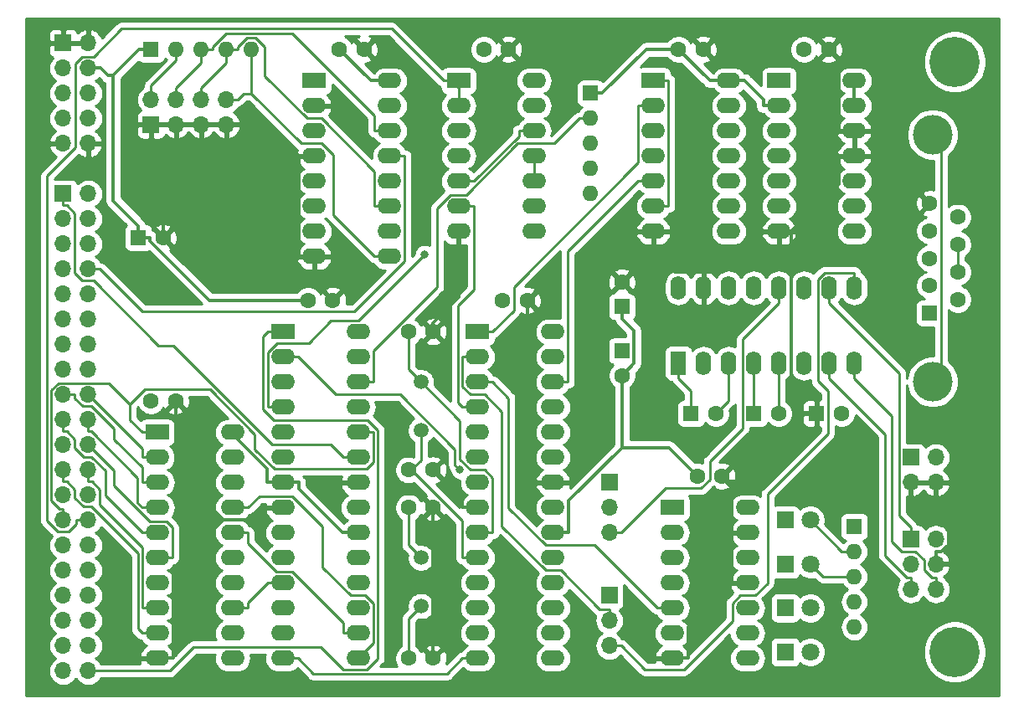
<source format=gbr>
G04 #@! TF.GenerationSoftware,KiCad,Pcbnew,(5.1.4)-1*
G04 #@! TF.CreationDate,2021-09-17T15:23:51+03:00*
G04 #@! TF.ProjectId,TTY,5454592e-6b69-4636-9164-5f7063625858,rev?*
G04 #@! TF.SameCoordinates,Original*
G04 #@! TF.FileFunction,Copper,L2,Bot*
G04 #@! TF.FilePolarity,Positive*
%FSLAX46Y46*%
G04 Gerber Fmt 4.6, Leading zero omitted, Abs format (unit mm)*
G04 Created by KiCad (PCBNEW (5.1.4)-1) date 2021-09-17 15:23:51*
%MOMM*%
%LPD*%
G04 APERTURE LIST*
%ADD10C,1.600000*%
%ADD11R,1.600000X1.600000*%
%ADD12R,1.800000X1.800000*%
%ADD13C,1.800000*%
%ADD14R,1.700000X1.700000*%
%ADD15O,1.700000X1.700000*%
%ADD16C,4.000000*%
%ADD17O,1.600000X1.600000*%
%ADD18R,2.400000X1.600000*%
%ADD19O,2.400000X1.600000*%
%ADD20R,1.600000X2.400000*%
%ADD21O,1.600000X2.400000*%
%ADD22C,1.500000*%
%ADD23C,5.080000*%
%ADD24C,0.800000*%
%ADD25C,0.375000*%
%ADD26C,0.250000*%
%ADD27C,0.254000*%
G04 APERTURE END LIST*
D10*
X126325000Y-128905000D03*
X123825000Y-128905000D03*
X126325000Y-144145000D03*
X123825000Y-144145000D03*
X99020000Y-101600000D03*
D11*
X96520000Y-101600000D03*
D10*
X166330000Y-82550000D03*
X163830000Y-82550000D03*
X97790000Y-118110000D03*
X100290000Y-118110000D03*
X153035000Y-125730000D03*
X155535000Y-125730000D03*
X123825000Y-111125000D03*
X126325000Y-111125000D03*
X126325000Y-125095000D03*
X123825000Y-125095000D03*
X151130000Y-82550000D03*
X153630000Y-82550000D03*
X131445000Y-82550000D03*
X133945000Y-82550000D03*
X135850000Y-107950000D03*
X133350000Y-107950000D03*
X116840000Y-82550000D03*
X119340000Y-82550000D03*
X116165000Y-107950000D03*
X113665000Y-107950000D03*
D11*
X152400000Y-119380000D03*
D10*
X154900000Y-119380000D03*
X145415000Y-106085000D03*
D11*
X145415000Y-108585000D03*
D10*
X161250000Y-119380000D03*
D11*
X158750000Y-119380000D03*
X145415000Y-113030000D03*
D10*
X145415000Y-115530000D03*
D11*
X165100000Y-119380000D03*
D10*
X167600000Y-119380000D03*
D12*
X161925000Y-130175000D03*
D13*
X164465000Y-130175000D03*
X164465000Y-134620000D03*
D12*
X161925000Y-134620000D03*
D13*
X164465000Y-139065000D03*
D12*
X161925000Y-139065000D03*
X161925000Y-143510000D03*
D13*
X164465000Y-143510000D03*
D14*
X88900000Y-81915000D03*
D15*
X91440000Y-81915000D03*
X88900000Y-84455000D03*
X91440000Y-84455000D03*
X88900000Y-86995000D03*
X91440000Y-86995000D03*
X88900000Y-89535000D03*
X91440000Y-89535000D03*
X88900000Y-92075000D03*
X91440000Y-92075000D03*
D14*
X88900000Y-97155000D03*
D15*
X91440000Y-97155000D03*
X88900000Y-99695000D03*
X91440000Y-99695000D03*
X88900000Y-102235000D03*
X91440000Y-102235000D03*
X88900000Y-104775000D03*
X91440000Y-104775000D03*
X88900000Y-107315000D03*
X91440000Y-107315000D03*
X88900000Y-109855000D03*
X91440000Y-109855000D03*
X88900000Y-112395000D03*
X91440000Y-112395000D03*
X88900000Y-114935000D03*
X91440000Y-114935000D03*
X88900000Y-117475000D03*
X91440000Y-117475000D03*
X88900000Y-120015000D03*
X91440000Y-120015000D03*
X88900000Y-122555000D03*
X91440000Y-122555000D03*
X88900000Y-125095000D03*
X91440000Y-125095000D03*
X88900000Y-127635000D03*
X91440000Y-127635000D03*
X88900000Y-130175000D03*
X91440000Y-130175000D03*
X88900000Y-132715000D03*
X91440000Y-132715000D03*
X88900000Y-135255000D03*
X91440000Y-135255000D03*
X88900000Y-137795000D03*
X91440000Y-137795000D03*
X88900000Y-140335000D03*
X91440000Y-140335000D03*
X88900000Y-142875000D03*
X91440000Y-142875000D03*
X88900000Y-145415000D03*
X91440000Y-145415000D03*
D14*
X144145000Y-126365000D03*
D15*
X144145000Y-128905000D03*
X144145000Y-131445000D03*
D14*
X97790000Y-90170000D03*
D15*
X97790000Y-87630000D03*
X100330000Y-90170000D03*
X100330000Y-87630000D03*
X102870000Y-90170000D03*
X102870000Y-87630000D03*
X105410000Y-90170000D03*
X105410000Y-87630000D03*
X144145000Y-142875000D03*
X144145000Y-140335000D03*
D14*
X144145000Y-137795000D03*
X174625000Y-132080000D03*
D15*
X177165000Y-132080000D03*
X174625000Y-134620000D03*
X177165000Y-134620000D03*
X174625000Y-137160000D03*
X177165000Y-137160000D03*
D14*
X174625000Y-123825000D03*
D15*
X177165000Y-123825000D03*
X174625000Y-126365000D03*
X177165000Y-126365000D03*
D11*
X176530000Y-109220000D03*
D10*
X176530000Y-106450000D03*
X176530000Y-103680000D03*
X176530000Y-100910000D03*
X176530000Y-98140000D03*
X179370000Y-107835000D03*
X179370000Y-105065000D03*
X179370000Y-102295000D03*
X179370000Y-99525000D03*
D16*
X176830000Y-116180000D03*
X176830000Y-91180000D03*
D11*
X97790000Y-82550000D03*
D17*
X100330000Y-82550000D03*
X102870000Y-82550000D03*
X105410000Y-82550000D03*
X107950000Y-82550000D03*
X142240000Y-97155000D03*
X142240000Y-94615000D03*
X142240000Y-92075000D03*
X142240000Y-89535000D03*
D11*
X142240000Y-86995000D03*
X168910000Y-130810000D03*
D17*
X168910000Y-133350000D03*
X168910000Y-135890000D03*
X168910000Y-138430000D03*
X168910000Y-140970000D03*
D18*
X150495000Y-128905000D03*
D19*
X158115000Y-144145000D03*
X150495000Y-131445000D03*
X158115000Y-141605000D03*
X150495000Y-133985000D03*
X158115000Y-139065000D03*
X150495000Y-136525000D03*
X158115000Y-136525000D03*
X150495000Y-139065000D03*
X158115000Y-133985000D03*
X150495000Y-141605000D03*
X158115000Y-131445000D03*
X150495000Y-144145000D03*
X158115000Y-128905000D03*
D18*
X161290000Y-85725000D03*
D19*
X168910000Y-100965000D03*
X161290000Y-88265000D03*
X168910000Y-98425000D03*
X161290000Y-90805000D03*
X168910000Y-95885000D03*
X161290000Y-93345000D03*
X168910000Y-93345000D03*
X161290000Y-95885000D03*
X168910000Y-90805000D03*
X161290000Y-98425000D03*
X168910000Y-88265000D03*
X161290000Y-100965000D03*
X168910000Y-85725000D03*
D18*
X111125000Y-111125000D03*
D19*
X118745000Y-144145000D03*
X111125000Y-113665000D03*
X118745000Y-141605000D03*
X111125000Y-116205000D03*
X118745000Y-139065000D03*
X111125000Y-118745000D03*
X118745000Y-136525000D03*
X111125000Y-121285000D03*
X118745000Y-133985000D03*
X111125000Y-123825000D03*
X118745000Y-131445000D03*
X111125000Y-126365000D03*
X118745000Y-128905000D03*
X111125000Y-128905000D03*
X118745000Y-126365000D03*
X111125000Y-131445000D03*
X118745000Y-123825000D03*
X111125000Y-133985000D03*
X118745000Y-121285000D03*
X111125000Y-136525000D03*
X118745000Y-118745000D03*
X111125000Y-139065000D03*
X118745000Y-116205000D03*
X111125000Y-141605000D03*
X118745000Y-113665000D03*
X111125000Y-144145000D03*
X118745000Y-111125000D03*
X138430000Y-111125000D03*
X130810000Y-144145000D03*
X138430000Y-113665000D03*
X130810000Y-141605000D03*
X138430000Y-116205000D03*
X130810000Y-139065000D03*
X138430000Y-118745000D03*
X130810000Y-136525000D03*
X138430000Y-121285000D03*
X130810000Y-133985000D03*
X138430000Y-123825000D03*
X130810000Y-131445000D03*
X138430000Y-126365000D03*
X130810000Y-128905000D03*
X138430000Y-128905000D03*
X130810000Y-126365000D03*
X138430000Y-131445000D03*
X130810000Y-123825000D03*
X138430000Y-133985000D03*
X130810000Y-121285000D03*
X138430000Y-136525000D03*
X130810000Y-118745000D03*
X138430000Y-139065000D03*
X130810000Y-116205000D03*
X138430000Y-141605000D03*
X130810000Y-113665000D03*
X138430000Y-144145000D03*
D18*
X130810000Y-111125000D03*
D19*
X156210000Y-85725000D03*
X148590000Y-100965000D03*
X156210000Y-88265000D03*
X148590000Y-98425000D03*
X156210000Y-90805000D03*
X148590000Y-95885000D03*
X156210000Y-93345000D03*
X148590000Y-93345000D03*
X156210000Y-95885000D03*
X148590000Y-90805000D03*
X156210000Y-98425000D03*
X148590000Y-88265000D03*
X156210000Y-100965000D03*
D18*
X148590000Y-85725000D03*
D19*
X121920000Y-85725000D03*
X114300000Y-103505000D03*
X121920000Y-88265000D03*
X114300000Y-100965000D03*
X121920000Y-90805000D03*
X114300000Y-98425000D03*
X121920000Y-93345000D03*
X114300000Y-95885000D03*
X121920000Y-95885000D03*
X114300000Y-93345000D03*
X121920000Y-98425000D03*
X114300000Y-90805000D03*
X121920000Y-100965000D03*
X114300000Y-88265000D03*
X121920000Y-103505000D03*
D18*
X114300000Y-85725000D03*
D19*
X136525000Y-85725000D03*
X128905000Y-100965000D03*
X136525000Y-88265000D03*
X128905000Y-98425000D03*
X136525000Y-90805000D03*
X128905000Y-95885000D03*
X136525000Y-93345000D03*
X128905000Y-93345000D03*
X136525000Y-95885000D03*
X128905000Y-90805000D03*
X136525000Y-98425000D03*
X128905000Y-88265000D03*
X136525000Y-100965000D03*
D18*
X128905000Y-85725000D03*
X98425000Y-121285000D03*
D19*
X106045000Y-144145000D03*
X98425000Y-123825000D03*
X106045000Y-141605000D03*
X98425000Y-126365000D03*
X106045000Y-139065000D03*
X98425000Y-128905000D03*
X106045000Y-136525000D03*
X98425000Y-131445000D03*
X106045000Y-133985000D03*
X98425000Y-133985000D03*
X106045000Y-131445000D03*
X98425000Y-136525000D03*
X106045000Y-128905000D03*
X98425000Y-139065000D03*
X106045000Y-126365000D03*
X98425000Y-141605000D03*
X106045000Y-123825000D03*
X98425000Y-144145000D03*
X106045000Y-121285000D03*
D20*
X151130000Y-114300000D03*
D21*
X168910000Y-106680000D03*
X153670000Y-114300000D03*
X166370000Y-106680000D03*
X156210000Y-114300000D03*
X163830000Y-106680000D03*
X158750000Y-114300000D03*
X161290000Y-106680000D03*
X161290000Y-114300000D03*
X158750000Y-106680000D03*
X163830000Y-114300000D03*
X156210000Y-106680000D03*
X166370000Y-114300000D03*
X153670000Y-106680000D03*
X168910000Y-114300000D03*
X151130000Y-106680000D03*
D22*
X125095000Y-138865000D03*
X125095000Y-133985000D03*
X125095000Y-116205000D03*
X125095000Y-121085000D03*
D23*
X179070000Y-83820000D03*
X179070000Y-143510000D03*
D24*
X129039800Y-125095000D03*
X125460800Y-103291100D03*
D25*
X138430000Y-126365000D02*
X136842200Y-126365000D01*
X135850000Y-107950000D02*
X135850000Y-125372800D01*
X135850000Y-125372800D02*
X136842200Y-126365000D01*
X130810000Y-128905000D02*
X129222200Y-128905000D01*
X129222200Y-128905000D02*
X129222200Y-127992200D01*
X129222200Y-127992200D02*
X126325000Y-125095000D01*
X162560000Y-100965000D02*
X167322200Y-96202800D01*
X167322200Y-96202800D02*
X167322200Y-93345000D01*
X162560000Y-100965000D02*
X162560000Y-118027800D01*
X162560000Y-118027800D02*
X163912200Y-119380000D01*
X168910000Y-93345000D02*
X167322200Y-93345000D01*
X161290000Y-100965000D02*
X159702200Y-100965000D01*
X153670000Y-105092200D02*
X155575000Y-105092200D01*
X155575000Y-105092200D02*
X159702200Y-100965000D01*
X153670000Y-105236000D02*
X153670000Y-105092200D01*
X153670000Y-106680000D02*
X153670000Y-105236000D01*
X148590000Y-102910000D02*
X148590000Y-100965000D01*
X145415000Y-106085000D02*
X148590000Y-102910000D01*
X153670000Y-105092200D02*
X150772200Y-105092200D01*
X150772200Y-105092200D02*
X148590000Y-102910000D01*
X161290000Y-100965000D02*
X162560000Y-100965000D01*
X156527200Y-126226000D02*
X157066200Y-126226000D01*
X157066200Y-126226000D02*
X163912200Y-119380000D01*
X126325000Y-128905000D02*
X126325000Y-144145000D01*
X126325000Y-111125000D02*
X126325000Y-110204700D01*
X126325000Y-110204700D02*
X128905000Y-107624700D01*
X128905000Y-107624700D02*
X128905000Y-100965000D01*
X105098800Y-130095600D02*
X100290000Y-125286800D01*
X100290000Y-125286800D02*
X100290000Y-118110000D01*
X109537200Y-128905000D02*
X108346600Y-130095600D01*
X108346600Y-130095600D02*
X105098800Y-130095600D01*
X100012800Y-144145000D02*
X100012800Y-135181600D01*
X100012800Y-135181600D02*
X105098800Y-130095600D01*
X98425000Y-144145000D02*
X100012800Y-144145000D01*
X111125000Y-128905000D02*
X109537200Y-128905000D01*
X168910000Y-90805000D02*
X167322200Y-90805000D01*
X167322200Y-90805000D02*
X167322200Y-83542200D01*
X167322200Y-83542200D02*
X166330000Y-82550000D01*
X168910000Y-90805000D02*
X168910000Y-93345000D01*
X150495000Y-144145000D02*
X152082800Y-144145000D01*
X152082800Y-144145000D02*
X152082800Y-140969400D01*
X152082800Y-140969400D02*
X156527200Y-136525000D01*
X158115000Y-136525000D02*
X156527200Y-136525000D01*
X156527200Y-131445000D02*
X156527200Y-136525000D01*
X156527200Y-126226000D02*
X156527200Y-131445000D01*
X105410000Y-90170000D02*
X106647800Y-90170000D01*
X106647800Y-90170000D02*
X109822800Y-93345000D01*
X109822800Y-93345000D02*
X112712200Y-93345000D01*
X102870000Y-90170000D02*
X105410000Y-90170000D01*
X114300000Y-103505000D02*
X112712200Y-103505000D01*
X112712200Y-103505000D02*
X112712200Y-93345000D01*
X116165000Y-107950000D02*
X114300000Y-106085000D01*
X114300000Y-106085000D02*
X114300000Y-103505000D01*
X114300000Y-93345000D02*
X112712200Y-93345000D01*
X155535000Y-125730000D02*
X156031000Y-126226000D01*
X156031000Y-126226000D02*
X156527200Y-126226000D01*
X158115000Y-131445000D02*
X156527200Y-131445000D01*
X165100000Y-119380000D02*
X163912200Y-119380000D01*
X97790000Y-90170000D02*
X97790000Y-91407800D01*
X97790000Y-91407800D02*
X99020000Y-92637800D01*
X99020000Y-92637800D02*
X99020000Y-101600000D01*
X177165000Y-134620000D02*
X177165000Y-133382200D01*
X177165000Y-126365000D02*
X177165000Y-127602800D01*
X177165000Y-127602800D02*
X178413700Y-128851500D01*
X178413700Y-128851500D02*
X178413700Y-132646500D01*
X178413700Y-132646500D02*
X177678000Y-133382200D01*
X177678000Y-133382200D02*
X177165000Y-133382200D01*
D26*
X125095000Y-133985000D02*
X123825000Y-132715000D01*
X123825000Y-132715000D02*
X123825000Y-128905000D01*
X125095000Y-138865000D02*
X123825000Y-140135000D01*
X123825000Y-140135000D02*
X123825000Y-144145000D01*
D25*
X145415000Y-108585000D02*
X145415000Y-109772800D01*
X145415000Y-109772800D02*
X146602900Y-110960700D01*
X146602900Y-110960700D02*
X146602900Y-114342100D01*
X146602900Y-114342100D02*
X145415000Y-115530000D01*
X168910000Y-85725000D02*
X168910000Y-88265000D01*
X109537200Y-126365000D02*
X109537200Y-125007200D01*
X109537200Y-125007200D02*
X106045000Y-121515000D01*
X106045000Y-121515000D02*
X106045000Y-121285000D01*
X161290000Y-88265000D02*
X159702200Y-88265000D01*
X156210000Y-85725000D02*
X157797800Y-85725000D01*
X159702200Y-88265000D02*
X159702200Y-87629400D01*
X159702200Y-87629400D02*
X157797800Y-85725000D01*
X111125000Y-126365000D02*
X112712800Y-126365000D01*
X118745000Y-131445000D02*
X117157200Y-131445000D01*
X117157200Y-131445000D02*
X112712800Y-127000600D01*
X112712800Y-127000600D02*
X112712800Y-126365000D01*
X111125000Y-126365000D02*
X109537200Y-126365000D01*
X121920000Y-85725000D02*
X120015000Y-85725000D01*
X120015000Y-85725000D02*
X116840000Y-82550000D01*
X93943000Y-85209200D02*
X96602200Y-82550000D01*
X96520000Y-100412200D02*
X93943000Y-97835200D01*
X93943000Y-97835200D02*
X93943000Y-85209200D01*
X93943000Y-85209200D02*
X93432000Y-85209200D01*
X93432000Y-85209200D02*
X92677800Y-84455000D01*
X91440000Y-84455000D02*
X92677800Y-84455000D01*
X142240000Y-86995000D02*
X143427800Y-86995000D01*
X143427800Y-86995000D02*
X147872800Y-82550000D01*
X147872800Y-82550000D02*
X151130000Y-82550000D01*
X156210000Y-85725000D02*
X154305000Y-85725000D01*
X154305000Y-85725000D02*
X151130000Y-82550000D01*
X96520000Y-101600000D02*
X97707800Y-101600000D01*
X113665000Y-107950000D02*
X103686500Y-107950000D01*
X103686500Y-107950000D02*
X97707800Y-101971300D01*
X97707800Y-101971300D02*
X97707800Y-101600000D01*
X96520000Y-101600000D02*
X96520000Y-100412200D01*
X97790000Y-82550000D02*
X96602200Y-82550000D01*
X145415000Y-122832200D02*
X150137200Y-122832200D01*
X150137200Y-122832200D02*
X153035000Y-125730000D01*
X140017800Y-131445000D02*
X140017800Y-128229400D01*
X140017800Y-128229400D02*
X145415000Y-122832200D01*
X145415000Y-122832200D02*
X145415000Y-115530000D01*
X138430000Y-131445000D02*
X140017800Y-131445000D01*
D26*
X130810000Y-131445000D02*
X132335300Y-131445000D01*
X125095000Y-116205000D02*
X129040100Y-120150100D01*
X129040100Y-120150100D02*
X129040100Y-124058100D01*
X129040100Y-124058100D02*
X130077000Y-125095000D01*
X130077000Y-125095000D02*
X131532700Y-125095000D01*
X131532700Y-125095000D02*
X132335300Y-125897600D01*
X132335300Y-125897600D02*
X132335300Y-131445000D01*
X123825000Y-111125000D02*
X123825000Y-114935000D01*
X123825000Y-114935000D02*
X125095000Y-116205000D01*
X124128400Y-125095000D02*
X123825000Y-125095000D01*
X129284700Y-133985000D02*
X129284700Y-130251300D01*
X129284700Y-130251300D02*
X124128400Y-125095000D01*
X125095000Y-121085000D02*
X125095000Y-124128400D01*
X125095000Y-124128400D02*
X124128400Y-125095000D01*
X130810000Y-133985000D02*
X129284700Y-133985000D01*
X151130000Y-114300000D02*
X151130000Y-115825300D01*
X151130000Y-115825300D02*
X152400000Y-117095300D01*
X152400000Y-117095300D02*
X152400000Y-119380000D01*
X156210000Y-114300000D02*
X156210000Y-118070000D01*
X156210000Y-118070000D02*
X154900000Y-119380000D01*
X161290000Y-114300000D02*
X161290000Y-115825300D01*
X161290000Y-115825300D02*
X161250000Y-115865300D01*
X161250000Y-115865300D02*
X161250000Y-119380000D01*
X158750000Y-114300000D02*
X158750000Y-119380000D01*
X168910000Y-133350000D02*
X167640000Y-133350000D01*
X167640000Y-133350000D02*
X164465000Y-130175000D01*
X168910000Y-135890000D02*
X165735000Y-135890000D01*
X165735000Y-135890000D02*
X164465000Y-134620000D01*
X88900000Y-97155000D02*
X88900000Y-98330300D01*
X118745000Y-123825000D02*
X117219700Y-123825000D01*
X117219700Y-123825000D02*
X115949700Y-122555000D01*
X115949700Y-122555000D02*
X110077000Y-122555000D01*
X110077000Y-122555000D02*
X100046400Y-112524400D01*
X100046400Y-112524400D02*
X98549600Y-112524400D01*
X98549600Y-112524400D02*
X91975600Y-105950400D01*
X91975600Y-105950400D02*
X90847000Y-105950400D01*
X90847000Y-105950400D02*
X90075300Y-105178700D01*
X90075300Y-105178700D02*
X90075300Y-99138200D01*
X90075300Y-99138200D02*
X89267400Y-98330300D01*
X89267400Y-98330300D02*
X88900000Y-98330300D01*
X136525000Y-90805000D02*
X134999700Y-90805000D01*
X128905000Y-95885000D02*
X130430300Y-95885000D01*
X130430300Y-95885000D02*
X134999700Y-91315600D01*
X134999700Y-91315600D02*
X134999700Y-90805000D01*
X123445300Y-93345000D02*
X123445300Y-104005600D01*
X123445300Y-104005600D02*
X118375500Y-109075400D01*
X118375500Y-109075400D02*
X96915700Y-109075400D01*
X96915700Y-109075400D02*
X92615300Y-104775000D01*
X91440000Y-104775000D02*
X92615300Y-104775000D01*
X121920000Y-93345000D02*
X123445300Y-93345000D01*
X88900000Y-117475000D02*
X90075300Y-117475000D01*
X98425000Y-126365000D02*
X96899700Y-126365000D01*
X96899700Y-126365000D02*
X96899700Y-124839700D01*
X96899700Y-124839700D02*
X94030700Y-121970700D01*
X94030700Y-121970700D02*
X94030700Y-120939300D01*
X94030700Y-120939300D02*
X91741700Y-118650300D01*
X91741700Y-118650300D02*
X90883200Y-118650300D01*
X90883200Y-118650300D02*
X90075300Y-117842400D01*
X90075300Y-117842400D02*
X90075300Y-117475000D01*
X98425000Y-123825000D02*
X96899700Y-123825000D01*
X96899700Y-123825000D02*
X96899700Y-122934700D01*
X96899700Y-122934700D02*
X91440000Y-117475000D01*
X88900000Y-121190300D02*
X89267400Y-121190300D01*
X89267400Y-121190300D02*
X90075300Y-121998200D01*
X90075300Y-121998200D02*
X90075300Y-122862100D01*
X90075300Y-122862100D02*
X90980100Y-123766900D01*
X90980100Y-123766900D02*
X91789900Y-123766900D01*
X91789900Y-123766900D02*
X93149400Y-125126400D01*
X93149400Y-125126400D02*
X93149400Y-127694700D01*
X93149400Y-127694700D02*
X96899700Y-131445000D01*
X88900000Y-120015000D02*
X88900000Y-121190300D01*
X98425000Y-131445000D02*
X96899700Y-131445000D01*
X91440000Y-120015000D02*
X91440000Y-121190300D01*
X98425000Y-128905000D02*
X96899700Y-128905000D01*
X96899700Y-128905000D02*
X96449300Y-128454600D01*
X96449300Y-128454600D02*
X96449300Y-125902000D01*
X96449300Y-125902000D02*
X91737600Y-121190300D01*
X91737600Y-121190300D02*
X91440000Y-121190300D01*
X98425000Y-133985000D02*
X99950300Y-133985000D01*
X99950300Y-133985000D02*
X99950300Y-130918800D01*
X99950300Y-130918800D02*
X99351100Y-130319600D01*
X99351100Y-130319600D02*
X97677400Y-130319600D01*
X97677400Y-130319600D02*
X94023300Y-126665500D01*
X94023300Y-126665500D02*
X94023300Y-125138300D01*
X94023300Y-125138300D02*
X91440000Y-122555000D01*
X88900000Y-126270300D02*
X89267400Y-126270300D01*
X89267400Y-126270300D02*
X90075300Y-127078200D01*
X90075300Y-127078200D02*
X90075300Y-127935100D01*
X90075300Y-127935100D02*
X90950600Y-128810400D01*
X90950600Y-128810400D02*
X91751200Y-128810400D01*
X91751200Y-128810400D02*
X96449400Y-133508600D01*
X96449400Y-133508600D02*
X96449400Y-141154700D01*
X96449400Y-141154700D02*
X96899700Y-141605000D01*
X88900000Y-125095000D02*
X88900000Y-126270300D01*
X98425000Y-141605000D02*
X96899700Y-141605000D01*
X98425000Y-139065000D02*
X96899700Y-139065000D01*
X91440000Y-125095000D02*
X91440000Y-126270300D01*
X96899700Y-139065000D02*
X96899700Y-132927200D01*
X96899700Y-132927200D02*
X92615300Y-128642800D01*
X92615300Y-128642800D02*
X92615300Y-127078200D01*
X92615300Y-127078200D02*
X91807400Y-126270300D01*
X91807400Y-126270300D02*
X91440000Y-126270300D01*
X88900000Y-128999700D02*
X88532600Y-128999700D01*
X88532600Y-128999700D02*
X87724700Y-128191800D01*
X87724700Y-128191800D02*
X87724700Y-116987000D01*
X87724700Y-116987000D02*
X88418900Y-116292800D01*
X88418900Y-116292800D02*
X93506400Y-116292800D01*
X93506400Y-116292800D02*
X95676800Y-118463200D01*
X118745000Y-121285000D02*
X120270300Y-121285000D01*
X95676800Y-118463200D02*
X97192300Y-116947700D01*
X97192300Y-116947700D02*
X103744300Y-116947700D01*
X103744300Y-116947700D02*
X108301100Y-121504500D01*
X108301100Y-121504500D02*
X108301100Y-122996700D01*
X108301100Y-122996700D02*
X110254800Y-124950400D01*
X110254800Y-124950400D02*
X119639200Y-124950400D01*
X119639200Y-124950400D02*
X120270300Y-124319300D01*
X120270300Y-124319300D02*
X120270300Y-121285000D01*
X96899700Y-121285000D02*
X95676800Y-120062100D01*
X95676800Y-120062100D02*
X95676800Y-118463200D01*
X88900000Y-130175000D02*
X88900000Y-128999700D01*
X98425000Y-121285000D02*
X96899700Y-121285000D01*
X128142400Y-85725000D02*
X128905000Y-86487600D01*
X128905000Y-86487600D02*
X128905000Y-88265000D01*
X128142400Y-85725000D02*
X127379700Y-85725000D01*
X128905000Y-85725000D02*
X128142400Y-85725000D01*
X91440000Y-130175000D02*
X90264700Y-130175000D01*
X127379700Y-85725000D02*
X122112800Y-80458100D01*
X122112800Y-80458100D02*
X94797100Y-80458100D01*
X94797100Y-80458100D02*
X91975600Y-83279600D01*
X91975600Y-83279600D02*
X90847000Y-83279600D01*
X90847000Y-83279600D02*
X90170000Y-83956600D01*
X90170000Y-83956600D02*
X90170000Y-92470900D01*
X90170000Y-92470900D02*
X87269100Y-95371800D01*
X87269100Y-95371800D02*
X87269100Y-130217000D01*
X87269100Y-130217000D02*
X88402400Y-131350300D01*
X88402400Y-131350300D02*
X89456800Y-131350300D01*
X89456800Y-131350300D02*
X90264700Y-130542400D01*
X90264700Y-130542400D02*
X90264700Y-130175000D01*
X111125000Y-111125000D02*
X109599700Y-111125000D01*
X109599700Y-111125000D02*
X109119100Y-111605600D01*
X109119100Y-111605600D02*
X109119100Y-118970200D01*
X109119100Y-118970200D02*
X110237800Y-120088900D01*
X110237800Y-120088900D02*
X119730300Y-120088900D01*
X119730300Y-120088900D02*
X120723000Y-121081600D01*
X120723000Y-121081600D02*
X120723000Y-144167600D01*
X120723000Y-144167600D02*
X119617000Y-145273600D01*
X119617000Y-145273600D02*
X117219700Y-145273600D01*
X117219700Y-145273600D02*
X114960800Y-143014700D01*
X114960800Y-143014700D02*
X102078500Y-143014700D01*
X102078500Y-143014700D02*
X99678200Y-145415000D01*
X99678200Y-145415000D02*
X91440000Y-145415000D01*
X130810000Y-111125000D02*
X132335300Y-111125000D01*
X148590000Y-88265000D02*
X147064700Y-88265000D01*
X147064700Y-88265000D02*
X147064700Y-93992100D01*
X147064700Y-93992100D02*
X134486700Y-106570100D01*
X134486700Y-106570100D02*
X134486700Y-108973600D01*
X134486700Y-108973600D02*
X132335300Y-111125000D01*
X112650300Y-113665000D02*
X116460300Y-117475000D01*
X116460300Y-117475000D02*
X123029000Y-117475000D01*
X123029000Y-117475000D02*
X128535200Y-122981200D01*
X128535200Y-122981200D02*
X128535200Y-124590500D01*
X128535200Y-124590500D02*
X128535300Y-124590500D01*
X128535300Y-124590500D02*
X129039800Y-125095000D01*
X111125000Y-113665000D02*
X112650300Y-113665000D01*
X144145000Y-131445000D02*
X145320300Y-131445000D01*
X161290000Y-106680000D02*
X161290000Y-108205300D01*
X161290000Y-108205300D02*
X157624600Y-111870700D01*
X157624600Y-111870700D02*
X157624600Y-120892200D01*
X157624600Y-120892200D02*
X154285000Y-124231800D01*
X154285000Y-124231800D02*
X154285000Y-126084300D01*
X154285000Y-126084300D02*
X153411500Y-126957800D01*
X153411500Y-126957800D02*
X149807500Y-126957800D01*
X149807500Y-126957800D02*
X145320300Y-131445000D01*
X100330000Y-82550000D02*
X100330000Y-83675300D01*
X100330000Y-83675300D02*
X97790000Y-86215300D01*
X97790000Y-86215300D02*
X97790000Y-87630000D01*
X103995300Y-82550000D02*
X103995300Y-82268700D01*
X103995300Y-82268700D02*
X105343300Y-80920700D01*
X105343300Y-80920700D02*
X112035700Y-80920700D01*
X112035700Y-80920700D02*
X120394700Y-89279700D01*
X120394700Y-89279700D02*
X120394700Y-90805000D01*
X102870000Y-82550000D02*
X103995300Y-82550000D01*
X121920000Y-90805000D02*
X120394700Y-90805000D01*
X100330000Y-87630000D02*
X100330000Y-86454700D01*
X102870000Y-82550000D02*
X102870000Y-83914700D01*
X102870000Y-83914700D02*
X100330000Y-86454700D01*
X105410000Y-82550000D02*
X106535300Y-82550000D01*
X121920000Y-98425000D02*
X120394700Y-98425000D01*
X120394700Y-98425000D02*
X120394700Y-94904000D01*
X120394700Y-94904000D02*
X115025700Y-89535000D01*
X115025700Y-89535000D02*
X113574700Y-89535000D01*
X113574700Y-89535000D02*
X109308300Y-85268600D01*
X109308300Y-85268600D02*
X109308300Y-82309700D01*
X109308300Y-82309700D02*
X108369600Y-81371000D01*
X108369600Y-81371000D02*
X107494700Y-81371000D01*
X107494700Y-81371000D02*
X106535300Y-82330400D01*
X106535300Y-82330400D02*
X106535300Y-82550000D01*
X102870000Y-87630000D02*
X102870000Y-86454700D01*
X105410000Y-82550000D02*
X105410000Y-83914700D01*
X105410000Y-83914700D02*
X102870000Y-86454700D01*
X107950000Y-87062200D02*
X107153100Y-87062200D01*
X107153100Y-87062200D02*
X106585300Y-87630000D01*
X120394700Y-103505000D02*
X116200500Y-99310800D01*
X116200500Y-99310800D02*
X116200500Y-93204100D01*
X116200500Y-93204100D02*
X115071400Y-92075000D01*
X115071400Y-92075000D02*
X112962800Y-92075000D01*
X112962800Y-92075000D02*
X107950000Y-87062200D01*
X107950000Y-87062200D02*
X107950000Y-82550000D01*
X105410000Y-87630000D02*
X106585300Y-87630000D01*
X121920000Y-103505000D02*
X120394700Y-103505000D01*
X144145000Y-142875000D02*
X145320300Y-142875000D01*
X168910000Y-106680000D02*
X168910000Y-105154700D01*
X168910000Y-105154700D02*
X165891000Y-105154700D01*
X165891000Y-105154700D02*
X165201400Y-105844300D01*
X165201400Y-105844300D02*
X165201400Y-116102800D01*
X165201400Y-116102800D02*
X166225400Y-117126800D01*
X166225400Y-117126800D02*
X166225400Y-121440400D01*
X166225400Y-121440400D02*
X160126700Y-127539100D01*
X160126700Y-127539100D02*
X160126700Y-136533100D01*
X160126700Y-136533100D02*
X158864800Y-137795000D01*
X158864800Y-137795000D02*
X157371700Y-137795000D01*
X157371700Y-137795000D02*
X156589600Y-138577100D01*
X156589600Y-138577100D02*
X156589600Y-140371200D01*
X156589600Y-140371200D02*
X151689200Y-145271600D01*
X151689200Y-145271600D02*
X147716900Y-145271600D01*
X147716900Y-145271600D02*
X145320300Y-142875000D01*
X144145000Y-140335000D02*
X144145000Y-139159700D01*
X130810000Y-113665000D02*
X129284700Y-113665000D01*
X129284700Y-113665000D02*
X129284700Y-116671300D01*
X129284700Y-116671300D02*
X130088400Y-117475000D01*
X130088400Y-117475000D02*
X131536700Y-117475000D01*
X131536700Y-117475000D02*
X133236000Y-119174300D01*
X133236000Y-119174300D02*
X133236000Y-130798800D01*
X133236000Y-130798800D02*
X137692200Y-135255000D01*
X137692200Y-135255000D02*
X139211800Y-135255000D01*
X139211800Y-135255000D02*
X143116500Y-139159700D01*
X143116500Y-139159700D02*
X144145000Y-139159700D01*
X148969700Y-139065000D02*
X142619700Y-132715000D01*
X142619700Y-132715000D02*
X137692200Y-132715000D01*
X137692200Y-132715000D02*
X133946600Y-128969400D01*
X133946600Y-128969400D02*
X133946600Y-117816200D01*
X133946600Y-117816200D02*
X133946500Y-117816200D01*
X133946500Y-117816200D02*
X132335300Y-116205000D01*
X174625000Y-132080000D02*
X174625000Y-130904700D01*
X166370000Y-106680000D02*
X166370000Y-108205300D01*
X166370000Y-108205300D02*
X173449700Y-115285000D01*
X173449700Y-115285000D02*
X173449700Y-129729400D01*
X173449700Y-129729400D02*
X174625000Y-130904700D01*
X130810000Y-116205000D02*
X132335300Y-116205000D01*
X150495000Y-139065000D02*
X148969700Y-139065000D01*
X174625000Y-137160000D02*
X174625000Y-135984700D01*
X166370000Y-114300000D02*
X166370000Y-115825300D01*
X166370000Y-115825300D02*
X172020800Y-121476100D01*
X172020800Y-121476100D02*
X172020800Y-133747800D01*
X172020800Y-133747800D02*
X174257700Y-135984700D01*
X174257700Y-135984700D02*
X174625000Y-135984700D01*
X168910000Y-115825300D02*
X172688200Y-119603500D01*
X172688200Y-119603500D02*
X172688200Y-132317700D01*
X172688200Y-132317700D02*
X173720500Y-133350000D01*
X173720500Y-133350000D02*
X175103300Y-133350000D01*
X175103300Y-133350000D02*
X175989700Y-134236400D01*
X175989700Y-134236400D02*
X175989700Y-135176800D01*
X175989700Y-135176800D02*
X176797600Y-135984700D01*
X176797600Y-135984700D02*
X177165000Y-135984700D01*
X177165000Y-137160000D02*
X177165000Y-135984700D01*
X168910000Y-114300000D02*
X168910000Y-115825300D01*
X179370000Y-102295000D02*
X179370000Y-105065000D01*
X176830000Y-91180000D02*
X177655400Y-92005400D01*
X177655400Y-92005400D02*
X177655400Y-115354600D01*
X177655400Y-115354600D02*
X176830000Y-116180000D01*
X138430000Y-116205000D02*
X139955300Y-116205000D01*
X148590000Y-95885000D02*
X147064700Y-95885000D01*
X147064700Y-95885000D02*
X139955300Y-102994400D01*
X139955300Y-102994400D02*
X139955300Y-116205000D01*
X120270300Y-116205000D02*
X120270300Y-113031900D01*
X120270300Y-113031900D02*
X126733600Y-106568600D01*
X126733600Y-106568600D02*
X126733600Y-98596400D01*
X126733600Y-98596400D02*
X128030400Y-97299600D01*
X128030400Y-97299600D02*
X129652600Y-97299600D01*
X129652600Y-97299600D02*
X134877200Y-92075000D01*
X134877200Y-92075000D02*
X138574700Y-92075000D01*
X138574700Y-92075000D02*
X141114700Y-89535000D01*
X142240000Y-89535000D02*
X141114700Y-89535000D01*
X118745000Y-116205000D02*
X120270300Y-116205000D01*
X106045000Y-128905000D02*
X107570300Y-128905000D01*
X107570300Y-128905000D02*
X108744900Y-127730400D01*
X108744900Y-127730400D02*
X112042900Y-127730400D01*
X112042900Y-127730400D02*
X115143700Y-130831200D01*
X115143700Y-130831200D02*
X115143700Y-134922700D01*
X115143700Y-134922700D02*
X118016000Y-137795000D01*
X118016000Y-137795000D02*
X119469000Y-137795000D01*
X119469000Y-137795000D02*
X120272600Y-138598600D01*
X120272600Y-138598600D02*
X120272600Y-142617400D01*
X120272600Y-142617400D02*
X118745000Y-144145000D01*
X118745000Y-141605000D02*
X117219700Y-141605000D01*
X106045000Y-131445000D02*
X107570300Y-131445000D01*
X107570300Y-131445000D02*
X107570300Y-132493600D01*
X107570300Y-132493600D02*
X110469800Y-135393100D01*
X110469800Y-135393100D02*
X112056400Y-135393100D01*
X112056400Y-135393100D02*
X117219700Y-140556400D01*
X117219700Y-140556400D02*
X117219700Y-141605000D01*
X109599700Y-118745000D02*
X109599700Y-113183400D01*
X109599700Y-113183400D02*
X110532700Y-112250400D01*
X110532700Y-112250400D02*
X113725000Y-112250400D01*
X113725000Y-112250400D02*
X115999300Y-109976100D01*
X115999300Y-109976100D02*
X118775800Y-109976100D01*
X118775800Y-109976100D02*
X125460800Y-103291100D01*
X111125000Y-118745000D02*
X109599700Y-118745000D01*
X106045000Y-139065000D02*
X107570300Y-139065000D01*
X111125000Y-136525000D02*
X109599700Y-136525000D01*
X107570300Y-139065000D02*
X107570300Y-138554400D01*
X107570300Y-138554400D02*
X109599700Y-136525000D01*
X112650300Y-144145000D02*
X114229200Y-145723900D01*
X114229200Y-145723900D02*
X127705800Y-145723900D01*
X127705800Y-145723900D02*
X129284700Y-144145000D01*
X130810000Y-144145000D02*
X129284700Y-144145000D01*
X111125000Y-144145000D02*
X112650300Y-144145000D01*
X130430300Y-98425000D02*
X130430300Y-106824700D01*
X130430300Y-106824700D02*
X128834400Y-108420600D01*
X128834400Y-108420600D02*
X128834400Y-118294700D01*
X128834400Y-118294700D02*
X129284700Y-118745000D01*
X128905000Y-98425000D02*
X130430300Y-98425000D01*
X130810000Y-118745000D02*
X129284700Y-118745000D01*
X148590000Y-85725000D02*
X150115300Y-85725000D01*
X148590000Y-98425000D02*
X150115300Y-98425000D01*
X150115300Y-98425000D02*
X150115300Y-85725000D01*
X136525000Y-95885000D02*
X136525000Y-93345000D01*
D27*
G36*
X183490001Y-147930000D02*
G01*
X85115000Y-147930000D01*
X85115000Y-95371800D01*
X86505424Y-95371800D01*
X86509100Y-95409122D01*
X86509101Y-130179667D01*
X86505424Y-130217000D01*
X86509101Y-130254333D01*
X86520098Y-130365986D01*
X86532781Y-130407797D01*
X86563554Y-130509246D01*
X86634126Y-130641276D01*
X86694898Y-130715326D01*
X86729100Y-130757001D01*
X86758098Y-130780799D01*
X87751243Y-131773945D01*
X87659294Y-131885986D01*
X87521401Y-132143966D01*
X87436487Y-132423889D01*
X87407815Y-132715000D01*
X87436487Y-133006111D01*
X87521401Y-133286034D01*
X87659294Y-133544014D01*
X87844866Y-133770134D01*
X88070986Y-133955706D01*
X88125791Y-133985000D01*
X88070986Y-134014294D01*
X87844866Y-134199866D01*
X87659294Y-134425986D01*
X87521401Y-134683966D01*
X87436487Y-134963889D01*
X87407815Y-135255000D01*
X87436487Y-135546111D01*
X87521401Y-135826034D01*
X87659294Y-136084014D01*
X87844866Y-136310134D01*
X88070986Y-136495706D01*
X88125791Y-136525000D01*
X88070986Y-136554294D01*
X87844866Y-136739866D01*
X87659294Y-136965986D01*
X87521401Y-137223966D01*
X87436487Y-137503889D01*
X87407815Y-137795000D01*
X87436487Y-138086111D01*
X87521401Y-138366034D01*
X87659294Y-138624014D01*
X87844866Y-138850134D01*
X88070986Y-139035706D01*
X88125791Y-139065000D01*
X88070986Y-139094294D01*
X87844866Y-139279866D01*
X87659294Y-139505986D01*
X87521401Y-139763966D01*
X87436487Y-140043889D01*
X87407815Y-140335000D01*
X87436487Y-140626111D01*
X87521401Y-140906034D01*
X87659294Y-141164014D01*
X87844866Y-141390134D01*
X88070986Y-141575706D01*
X88125791Y-141605000D01*
X88070986Y-141634294D01*
X87844866Y-141819866D01*
X87659294Y-142045986D01*
X87521401Y-142303966D01*
X87436487Y-142583889D01*
X87407815Y-142875000D01*
X87436487Y-143166111D01*
X87521401Y-143446034D01*
X87659294Y-143704014D01*
X87844866Y-143930134D01*
X88070986Y-144115706D01*
X88125791Y-144145000D01*
X88070986Y-144174294D01*
X87844866Y-144359866D01*
X87659294Y-144585986D01*
X87521401Y-144843966D01*
X87436487Y-145123889D01*
X87407815Y-145415000D01*
X87436487Y-145706111D01*
X87521401Y-145986034D01*
X87659294Y-146244014D01*
X87844866Y-146470134D01*
X88070986Y-146655706D01*
X88328966Y-146793599D01*
X88608889Y-146878513D01*
X88827050Y-146900000D01*
X88972950Y-146900000D01*
X89191111Y-146878513D01*
X89471034Y-146793599D01*
X89729014Y-146655706D01*
X89955134Y-146470134D01*
X90140706Y-146244014D01*
X90170000Y-146189209D01*
X90199294Y-146244014D01*
X90384866Y-146470134D01*
X90610986Y-146655706D01*
X90868966Y-146793599D01*
X91148889Y-146878513D01*
X91367050Y-146900000D01*
X91512950Y-146900000D01*
X91731111Y-146878513D01*
X92011034Y-146793599D01*
X92269014Y-146655706D01*
X92495134Y-146470134D01*
X92680706Y-146244014D01*
X92717595Y-146175000D01*
X99640878Y-146175000D01*
X99678200Y-146178676D01*
X99715522Y-146175000D01*
X99715533Y-146175000D01*
X99827186Y-146164003D01*
X99970447Y-146120546D01*
X100102476Y-146049974D01*
X100218201Y-145955001D01*
X100242004Y-145925997D01*
X102393302Y-143774700D01*
X104257759Y-143774700D01*
X104230764Y-143863691D01*
X104203057Y-144145000D01*
X104230764Y-144426309D01*
X104312818Y-144696808D01*
X104446068Y-144946101D01*
X104625392Y-145164608D01*
X104843899Y-145343932D01*
X105093192Y-145477182D01*
X105363691Y-145559236D01*
X105574508Y-145580000D01*
X106515492Y-145580000D01*
X106726309Y-145559236D01*
X106996808Y-145477182D01*
X107246101Y-145343932D01*
X107464608Y-145164608D01*
X107643932Y-144946101D01*
X107777182Y-144696808D01*
X107859236Y-144426309D01*
X107886943Y-144145000D01*
X107859236Y-143863691D01*
X107832241Y-143774700D01*
X109337759Y-143774700D01*
X109310764Y-143863691D01*
X109283057Y-144145000D01*
X109310764Y-144426309D01*
X109392818Y-144696808D01*
X109526068Y-144946101D01*
X109705392Y-145164608D01*
X109923899Y-145343932D01*
X110173192Y-145477182D01*
X110443691Y-145559236D01*
X110654508Y-145580000D01*
X111595492Y-145580000D01*
X111806309Y-145559236D01*
X112076808Y-145477182D01*
X112326101Y-145343932D01*
X112544608Y-145164608D01*
X112567371Y-145136872D01*
X113665401Y-146234903D01*
X113689199Y-146263901D01*
X113804924Y-146358874D01*
X113936953Y-146429446D01*
X114080214Y-146472903D01*
X114191867Y-146483900D01*
X114191875Y-146483900D01*
X114229200Y-146487576D01*
X114266525Y-146483900D01*
X127668478Y-146483900D01*
X127705800Y-146487576D01*
X127743122Y-146483900D01*
X127743133Y-146483900D01*
X127854786Y-146472903D01*
X127998047Y-146429446D01*
X128130076Y-146358874D01*
X128245801Y-146263901D01*
X128269604Y-146234897D01*
X129367630Y-145136872D01*
X129390392Y-145164608D01*
X129608899Y-145343932D01*
X129858192Y-145477182D01*
X130128691Y-145559236D01*
X130339508Y-145580000D01*
X131280492Y-145580000D01*
X131491309Y-145559236D01*
X131761808Y-145477182D01*
X132011101Y-145343932D01*
X132229608Y-145164608D01*
X132408932Y-144946101D01*
X132542182Y-144696808D01*
X132624236Y-144426309D01*
X132651943Y-144145000D01*
X132624236Y-143863691D01*
X132542182Y-143593192D01*
X132408932Y-143343899D01*
X132229608Y-143125392D01*
X132011101Y-142946068D01*
X131878142Y-142875000D01*
X132011101Y-142803932D01*
X132229608Y-142624608D01*
X132408932Y-142406101D01*
X132542182Y-142156808D01*
X132624236Y-141886309D01*
X132651943Y-141605000D01*
X132624236Y-141323691D01*
X132542182Y-141053192D01*
X132408932Y-140803899D01*
X132229608Y-140585392D01*
X132011101Y-140406068D01*
X131878142Y-140335000D01*
X132011101Y-140263932D01*
X132229608Y-140084608D01*
X132408932Y-139866101D01*
X132542182Y-139616808D01*
X132624236Y-139346309D01*
X132651943Y-139065000D01*
X132624236Y-138783691D01*
X132542182Y-138513192D01*
X132408932Y-138263899D01*
X132229608Y-138045392D01*
X132011101Y-137866068D01*
X131878142Y-137795000D01*
X132011101Y-137723932D01*
X132229608Y-137544608D01*
X132408932Y-137326101D01*
X132542182Y-137076808D01*
X132624236Y-136806309D01*
X132651943Y-136525000D01*
X132624236Y-136243691D01*
X132542182Y-135973192D01*
X132408932Y-135723899D01*
X132229608Y-135505392D01*
X132011101Y-135326068D01*
X131878142Y-135255000D01*
X132011101Y-135183932D01*
X132229608Y-135004608D01*
X132408932Y-134786101D01*
X132542182Y-134536808D01*
X132624236Y-134266309D01*
X132651943Y-133985000D01*
X132624236Y-133703691D01*
X132542182Y-133433192D01*
X132408932Y-133183899D01*
X132229608Y-132965392D01*
X132011101Y-132786068D01*
X131878142Y-132715000D01*
X132011101Y-132643932D01*
X132229608Y-132464608D01*
X132408932Y-132246101D01*
X132434139Y-132198942D01*
X132484286Y-132194003D01*
X132627547Y-132150546D01*
X132759576Y-132079974D01*
X132875301Y-131985001D01*
X132970274Y-131869276D01*
X133040846Y-131737247D01*
X133054531Y-131692132D01*
X136946113Y-135583716D01*
X136831068Y-135723899D01*
X136697818Y-135973192D01*
X136615764Y-136243691D01*
X136588057Y-136525000D01*
X136615764Y-136806309D01*
X136697818Y-137076808D01*
X136831068Y-137326101D01*
X137010392Y-137544608D01*
X137228899Y-137723932D01*
X137361858Y-137795000D01*
X137228899Y-137866068D01*
X137010392Y-138045392D01*
X136831068Y-138263899D01*
X136697818Y-138513192D01*
X136615764Y-138783691D01*
X136588057Y-139065000D01*
X136615764Y-139346309D01*
X136697818Y-139616808D01*
X136831068Y-139866101D01*
X137010392Y-140084608D01*
X137228899Y-140263932D01*
X137361858Y-140335000D01*
X137228899Y-140406068D01*
X137010392Y-140585392D01*
X136831068Y-140803899D01*
X136697818Y-141053192D01*
X136615764Y-141323691D01*
X136588057Y-141605000D01*
X136615764Y-141886309D01*
X136697818Y-142156808D01*
X136831068Y-142406101D01*
X137010392Y-142624608D01*
X137228899Y-142803932D01*
X137361858Y-142875000D01*
X137228899Y-142946068D01*
X137010392Y-143125392D01*
X136831068Y-143343899D01*
X136697818Y-143593192D01*
X136615764Y-143863691D01*
X136588057Y-144145000D01*
X136615764Y-144426309D01*
X136697818Y-144696808D01*
X136831068Y-144946101D01*
X137010392Y-145164608D01*
X137228899Y-145343932D01*
X137478192Y-145477182D01*
X137748691Y-145559236D01*
X137959508Y-145580000D01*
X138900492Y-145580000D01*
X139111309Y-145559236D01*
X139381808Y-145477182D01*
X139631101Y-145343932D01*
X139849608Y-145164608D01*
X140028932Y-144946101D01*
X140162182Y-144696808D01*
X140244236Y-144426309D01*
X140271943Y-144145000D01*
X140244236Y-143863691D01*
X140162182Y-143593192D01*
X140028932Y-143343899D01*
X139849608Y-143125392D01*
X139631101Y-142946068D01*
X139498142Y-142875000D01*
X139631101Y-142803932D01*
X139849608Y-142624608D01*
X140028932Y-142406101D01*
X140162182Y-142156808D01*
X140244236Y-141886309D01*
X140271943Y-141605000D01*
X140244236Y-141323691D01*
X140162182Y-141053192D01*
X140028932Y-140803899D01*
X139849608Y-140585392D01*
X139631101Y-140406068D01*
X139498142Y-140335000D01*
X139631101Y-140263932D01*
X139849608Y-140084608D01*
X140028932Y-139866101D01*
X140162182Y-139616808D01*
X140244236Y-139346309D01*
X140271943Y-139065000D01*
X140244236Y-138783691D01*
X140162182Y-138513192D01*
X140028932Y-138263899D01*
X139849608Y-138045392D01*
X139631101Y-137866068D01*
X139498142Y-137795000D01*
X139631101Y-137723932D01*
X139849608Y-137544608D01*
X140028932Y-137326101D01*
X140091341Y-137209342D01*
X142552701Y-139670703D01*
X142576499Y-139699701D01*
X142692224Y-139794674D01*
X142748036Y-139824507D01*
X142681487Y-140043889D01*
X142652815Y-140335000D01*
X142681487Y-140626111D01*
X142766401Y-140906034D01*
X142904294Y-141164014D01*
X143089866Y-141390134D01*
X143315986Y-141575706D01*
X143370791Y-141605000D01*
X143315986Y-141634294D01*
X143089866Y-141819866D01*
X142904294Y-142045986D01*
X142766401Y-142303966D01*
X142681487Y-142583889D01*
X142652815Y-142875000D01*
X142681487Y-143166111D01*
X142766401Y-143446034D01*
X142904294Y-143704014D01*
X143089866Y-143930134D01*
X143315986Y-144115706D01*
X143573966Y-144253599D01*
X143853889Y-144338513D01*
X144072050Y-144360000D01*
X144217950Y-144360000D01*
X144436111Y-144338513D01*
X144716034Y-144253599D01*
X144974014Y-144115706D01*
X145200134Y-143930134D01*
X145245434Y-143874935D01*
X147153101Y-145782603D01*
X147176899Y-145811601D01*
X147292624Y-145906574D01*
X147424653Y-145977146D01*
X147567914Y-146020603D01*
X147679567Y-146031600D01*
X147679576Y-146031600D01*
X147716899Y-146035276D01*
X147754222Y-146031600D01*
X151651878Y-146031600D01*
X151689200Y-146035276D01*
X151726522Y-146031600D01*
X151726533Y-146031600D01*
X151838186Y-146020603D01*
X151981447Y-145977146D01*
X152113476Y-145906574D01*
X152229201Y-145811601D01*
X152253004Y-145782597D01*
X156287183Y-141748419D01*
X156300764Y-141886309D01*
X156382818Y-142156808D01*
X156516068Y-142406101D01*
X156695392Y-142624608D01*
X156913899Y-142803932D01*
X157046858Y-142875000D01*
X156913899Y-142946068D01*
X156695392Y-143125392D01*
X156516068Y-143343899D01*
X156382818Y-143593192D01*
X156300764Y-143863691D01*
X156273057Y-144145000D01*
X156300764Y-144426309D01*
X156382818Y-144696808D01*
X156516068Y-144946101D01*
X156695392Y-145164608D01*
X156913899Y-145343932D01*
X157163192Y-145477182D01*
X157433691Y-145559236D01*
X157644508Y-145580000D01*
X158585492Y-145580000D01*
X158796309Y-145559236D01*
X159066808Y-145477182D01*
X159316101Y-145343932D01*
X159534608Y-145164608D01*
X159713932Y-144946101D01*
X159847182Y-144696808D01*
X159929236Y-144426309D01*
X159956943Y-144145000D01*
X159929236Y-143863691D01*
X159847182Y-143593192D01*
X159713932Y-143343899D01*
X159534608Y-143125392D01*
X159316101Y-142946068D01*
X159183142Y-142875000D01*
X159316101Y-142803932D01*
X159534608Y-142624608D01*
X159546596Y-142610000D01*
X160386928Y-142610000D01*
X160386928Y-144410000D01*
X160399188Y-144534482D01*
X160435498Y-144654180D01*
X160494463Y-144764494D01*
X160573815Y-144861185D01*
X160670506Y-144940537D01*
X160780820Y-144999502D01*
X160900518Y-145035812D01*
X161025000Y-145048072D01*
X162825000Y-145048072D01*
X162949482Y-145035812D01*
X163069180Y-144999502D01*
X163179494Y-144940537D01*
X163276185Y-144861185D01*
X163355537Y-144764494D01*
X163414502Y-144654180D01*
X163420056Y-144635873D01*
X163486495Y-144702312D01*
X163737905Y-144870299D01*
X164017257Y-144986011D01*
X164313816Y-145045000D01*
X164616184Y-145045000D01*
X164912743Y-144986011D01*
X165192095Y-144870299D01*
X165443505Y-144702312D01*
X165657312Y-144488505D01*
X165825299Y-144237095D01*
X165941011Y-143957743D01*
X166000000Y-143661184D01*
X166000000Y-143358816D01*
X165967871Y-143197290D01*
X175895000Y-143197290D01*
X175895000Y-143822710D01*
X176017014Y-144436113D01*
X176256352Y-145013926D01*
X176603817Y-145533944D01*
X177046056Y-145976183D01*
X177566074Y-146323648D01*
X178143887Y-146562986D01*
X178757290Y-146685000D01*
X179382710Y-146685000D01*
X179996113Y-146562986D01*
X180573926Y-146323648D01*
X181093944Y-145976183D01*
X181536183Y-145533944D01*
X181883648Y-145013926D01*
X182122986Y-144436113D01*
X182245000Y-143822710D01*
X182245000Y-143197290D01*
X182122986Y-142583887D01*
X181883648Y-142006074D01*
X181536183Y-141486056D01*
X181093944Y-141043817D01*
X180573926Y-140696352D01*
X179996113Y-140457014D01*
X179382710Y-140335000D01*
X178757290Y-140335000D01*
X178143887Y-140457014D01*
X177566074Y-140696352D01*
X177046056Y-141043817D01*
X176603817Y-141486056D01*
X176256352Y-142006074D01*
X176017014Y-142583887D01*
X175895000Y-143197290D01*
X165967871Y-143197290D01*
X165941011Y-143062257D01*
X165825299Y-142782905D01*
X165657312Y-142531495D01*
X165443505Y-142317688D01*
X165192095Y-142149701D01*
X164912743Y-142033989D01*
X164616184Y-141975000D01*
X164313816Y-141975000D01*
X164017257Y-142033989D01*
X163737905Y-142149701D01*
X163486495Y-142317688D01*
X163420056Y-142384127D01*
X163414502Y-142365820D01*
X163355537Y-142255506D01*
X163276185Y-142158815D01*
X163179494Y-142079463D01*
X163069180Y-142020498D01*
X162949482Y-141984188D01*
X162825000Y-141971928D01*
X161025000Y-141971928D01*
X160900518Y-141984188D01*
X160780820Y-142020498D01*
X160670506Y-142079463D01*
X160573815Y-142158815D01*
X160494463Y-142255506D01*
X160435498Y-142365820D01*
X160399188Y-142485518D01*
X160386928Y-142610000D01*
X159546596Y-142610000D01*
X159713932Y-142406101D01*
X159847182Y-142156808D01*
X159929236Y-141886309D01*
X159956943Y-141605000D01*
X159929236Y-141323691D01*
X159847182Y-141053192D01*
X159713932Y-140803899D01*
X159534608Y-140585392D01*
X159316101Y-140406068D01*
X159183142Y-140335000D01*
X159316101Y-140263932D01*
X159534608Y-140084608D01*
X159713932Y-139866101D01*
X159847182Y-139616808D01*
X159929236Y-139346309D01*
X159956943Y-139065000D01*
X159929236Y-138783691D01*
X159847182Y-138513192D01*
X159713932Y-138263899D01*
X159632768Y-138165000D01*
X160386928Y-138165000D01*
X160386928Y-139965000D01*
X160399188Y-140089482D01*
X160435498Y-140209180D01*
X160494463Y-140319494D01*
X160573815Y-140416185D01*
X160670506Y-140495537D01*
X160780820Y-140554502D01*
X160900518Y-140590812D01*
X161025000Y-140603072D01*
X162825000Y-140603072D01*
X162949482Y-140590812D01*
X163069180Y-140554502D01*
X163179494Y-140495537D01*
X163276185Y-140416185D01*
X163355537Y-140319494D01*
X163414502Y-140209180D01*
X163420056Y-140190873D01*
X163486495Y-140257312D01*
X163737905Y-140425299D01*
X164017257Y-140541011D01*
X164313816Y-140600000D01*
X164616184Y-140600000D01*
X164912743Y-140541011D01*
X165192095Y-140425299D01*
X165443505Y-140257312D01*
X165657312Y-140043505D01*
X165825299Y-139792095D01*
X165941011Y-139512743D01*
X166000000Y-139216184D01*
X166000000Y-138913816D01*
X165941011Y-138617257D01*
X165825299Y-138337905D01*
X165657312Y-138086495D01*
X165443505Y-137872688D01*
X165192095Y-137704701D01*
X164912743Y-137588989D01*
X164616184Y-137530000D01*
X164313816Y-137530000D01*
X164017257Y-137588989D01*
X163737905Y-137704701D01*
X163486495Y-137872688D01*
X163420056Y-137939127D01*
X163414502Y-137920820D01*
X163355537Y-137810506D01*
X163276185Y-137713815D01*
X163179494Y-137634463D01*
X163069180Y-137575498D01*
X162949482Y-137539188D01*
X162825000Y-137526928D01*
X161025000Y-137526928D01*
X160900518Y-137539188D01*
X160780820Y-137575498D01*
X160670506Y-137634463D01*
X160573815Y-137713815D01*
X160494463Y-137810506D01*
X160435498Y-137920820D01*
X160399188Y-138040518D01*
X160386928Y-138165000D01*
X159632768Y-138165000D01*
X159604295Y-138130306D01*
X160637703Y-137096899D01*
X160666701Y-137073101D01*
X160697970Y-137035000D01*
X160761674Y-136957377D01*
X160832246Y-136825347D01*
X160855594Y-136748376D01*
X160875703Y-136682086D01*
X160886700Y-136570433D01*
X160886700Y-136570424D01*
X160890376Y-136533101D01*
X160886700Y-136495778D01*
X160886700Y-136141620D01*
X160900518Y-136145812D01*
X161025000Y-136158072D01*
X162825000Y-136158072D01*
X162949482Y-136145812D01*
X163069180Y-136109502D01*
X163179494Y-136050537D01*
X163276185Y-135971185D01*
X163355537Y-135874494D01*
X163414502Y-135764180D01*
X163420056Y-135745873D01*
X163486495Y-135812312D01*
X163737905Y-135980299D01*
X164017257Y-136096011D01*
X164313816Y-136155000D01*
X164616184Y-136155000D01*
X164873930Y-136103731D01*
X165171201Y-136401003D01*
X165194999Y-136430001D01*
X165310724Y-136524974D01*
X165442753Y-136595546D01*
X165586014Y-136639003D01*
X165697667Y-136650000D01*
X165697676Y-136650000D01*
X165734999Y-136653676D01*
X165772322Y-136650000D01*
X167689099Y-136650000D01*
X167711068Y-136691101D01*
X167890392Y-136909608D01*
X168108899Y-137088932D01*
X168241858Y-137160000D01*
X168108899Y-137231068D01*
X167890392Y-137410392D01*
X167711068Y-137628899D01*
X167577818Y-137878192D01*
X167495764Y-138148691D01*
X167468057Y-138430000D01*
X167495764Y-138711309D01*
X167577818Y-138981808D01*
X167711068Y-139231101D01*
X167890392Y-139449608D01*
X168108899Y-139628932D01*
X168241858Y-139700000D01*
X168108899Y-139771068D01*
X167890392Y-139950392D01*
X167711068Y-140168899D01*
X167577818Y-140418192D01*
X167495764Y-140688691D01*
X167468057Y-140970000D01*
X167495764Y-141251309D01*
X167577818Y-141521808D01*
X167711068Y-141771101D01*
X167890392Y-141989608D01*
X168108899Y-142168932D01*
X168358192Y-142302182D01*
X168628691Y-142384236D01*
X168839508Y-142405000D01*
X168980492Y-142405000D01*
X169191309Y-142384236D01*
X169461808Y-142302182D01*
X169711101Y-142168932D01*
X169929608Y-141989608D01*
X170108932Y-141771101D01*
X170242182Y-141521808D01*
X170324236Y-141251309D01*
X170351943Y-140970000D01*
X170324236Y-140688691D01*
X170242182Y-140418192D01*
X170108932Y-140168899D01*
X169929608Y-139950392D01*
X169711101Y-139771068D01*
X169578142Y-139700000D01*
X169711101Y-139628932D01*
X169929608Y-139449608D01*
X170108932Y-139231101D01*
X170242182Y-138981808D01*
X170324236Y-138711309D01*
X170351943Y-138430000D01*
X170324236Y-138148691D01*
X170242182Y-137878192D01*
X170108932Y-137628899D01*
X169929608Y-137410392D01*
X169711101Y-137231068D01*
X169578142Y-137160000D01*
X169711101Y-137088932D01*
X169929608Y-136909608D01*
X170108932Y-136691101D01*
X170242182Y-136441808D01*
X170324236Y-136171309D01*
X170351943Y-135890000D01*
X170324236Y-135608691D01*
X170242182Y-135338192D01*
X170108932Y-135088899D01*
X169929608Y-134870392D01*
X169711101Y-134691068D01*
X169578142Y-134620000D01*
X169711101Y-134548932D01*
X169929608Y-134369608D01*
X170108932Y-134151101D01*
X170242182Y-133901808D01*
X170324236Y-133631309D01*
X170351943Y-133350000D01*
X170324236Y-133068691D01*
X170242182Y-132798192D01*
X170108932Y-132548899D01*
X169929608Y-132330392D01*
X169816518Y-132237581D01*
X169834482Y-132235812D01*
X169954180Y-132199502D01*
X170064494Y-132140537D01*
X170161185Y-132061185D01*
X170240537Y-131964494D01*
X170299502Y-131854180D01*
X170335812Y-131734482D01*
X170348072Y-131610000D01*
X170348072Y-130010000D01*
X170335812Y-129885518D01*
X170299502Y-129765820D01*
X170240537Y-129655506D01*
X170161185Y-129558815D01*
X170064494Y-129479463D01*
X169954180Y-129420498D01*
X169834482Y-129384188D01*
X169710000Y-129371928D01*
X168110000Y-129371928D01*
X167985518Y-129384188D01*
X167865820Y-129420498D01*
X167755506Y-129479463D01*
X167658815Y-129558815D01*
X167579463Y-129655506D01*
X167520498Y-129765820D01*
X167484188Y-129885518D01*
X167471928Y-130010000D01*
X167471928Y-131610000D01*
X167484188Y-131734482D01*
X167520498Y-131854180D01*
X167579463Y-131964494D01*
X167658815Y-132061185D01*
X167755506Y-132140537D01*
X167865820Y-132199502D01*
X167985518Y-132235812D01*
X168003482Y-132237581D01*
X167890392Y-132330392D01*
X167802406Y-132437604D01*
X165948731Y-130583930D01*
X166000000Y-130326184D01*
X166000000Y-130023816D01*
X165941011Y-129727257D01*
X165825299Y-129447905D01*
X165657312Y-129196495D01*
X165443505Y-128982688D01*
X165192095Y-128814701D01*
X164912743Y-128698989D01*
X164616184Y-128640000D01*
X164313816Y-128640000D01*
X164017257Y-128698989D01*
X163737905Y-128814701D01*
X163486495Y-128982688D01*
X163420056Y-129049127D01*
X163414502Y-129030820D01*
X163355537Y-128920506D01*
X163276185Y-128823815D01*
X163179494Y-128744463D01*
X163069180Y-128685498D01*
X162949482Y-128649188D01*
X162825000Y-128636928D01*
X161025000Y-128636928D01*
X160900518Y-128649188D01*
X160886700Y-128653380D01*
X160886700Y-127853901D01*
X166736403Y-122004199D01*
X166765401Y-121980401D01*
X166860374Y-121864676D01*
X166930946Y-121732647D01*
X166974403Y-121589386D01*
X166985400Y-121477733D01*
X166985400Y-121477724D01*
X166989076Y-121440401D01*
X166985400Y-121403078D01*
X166985400Y-120678656D01*
X167181426Y-120759853D01*
X167458665Y-120815000D01*
X167741335Y-120815000D01*
X168018574Y-120759853D01*
X168279727Y-120651680D01*
X168514759Y-120494637D01*
X168714637Y-120294759D01*
X168871680Y-120059727D01*
X168979853Y-119798574D01*
X169027739Y-119557840D01*
X171260800Y-121790902D01*
X171260801Y-133710468D01*
X171257124Y-133747800D01*
X171260801Y-133785133D01*
X171271798Y-133896786D01*
X171282745Y-133932875D01*
X171315254Y-134040046D01*
X171385826Y-134172076D01*
X171438616Y-134236400D01*
X171480800Y-134287801D01*
X171509798Y-134311599D01*
X173449604Y-136251406D01*
X173384294Y-136330986D01*
X173246401Y-136588966D01*
X173161487Y-136868889D01*
X173132815Y-137160000D01*
X173161487Y-137451111D01*
X173246401Y-137731034D01*
X173384294Y-137989014D01*
X173569866Y-138215134D01*
X173795986Y-138400706D01*
X174053966Y-138538599D01*
X174333889Y-138623513D01*
X174552050Y-138645000D01*
X174697950Y-138645000D01*
X174916111Y-138623513D01*
X175196034Y-138538599D01*
X175454014Y-138400706D01*
X175680134Y-138215134D01*
X175865706Y-137989014D01*
X175895000Y-137934209D01*
X175924294Y-137989014D01*
X176109866Y-138215134D01*
X176335986Y-138400706D01*
X176593966Y-138538599D01*
X176873889Y-138623513D01*
X177092050Y-138645000D01*
X177237950Y-138645000D01*
X177456111Y-138623513D01*
X177736034Y-138538599D01*
X177994014Y-138400706D01*
X178220134Y-138215134D01*
X178405706Y-137989014D01*
X178543599Y-137731034D01*
X178628513Y-137451111D01*
X178657185Y-137160000D01*
X178628513Y-136868889D01*
X178543599Y-136588966D01*
X178405706Y-136330986D01*
X178220134Y-136104866D01*
X177994014Y-135919294D01*
X177929477Y-135884799D01*
X178046355Y-135815178D01*
X178262588Y-135620269D01*
X178436641Y-135386920D01*
X178561825Y-135124099D01*
X178606476Y-134976890D01*
X178485155Y-134747000D01*
X177292000Y-134747000D01*
X177292000Y-134767000D01*
X177038000Y-134767000D01*
X177038000Y-134747000D01*
X177018000Y-134747000D01*
X177018000Y-134493000D01*
X177038000Y-134493000D01*
X177038000Y-134473000D01*
X177292000Y-134473000D01*
X177292000Y-134493000D01*
X178485155Y-134493000D01*
X178606476Y-134263110D01*
X178561825Y-134115901D01*
X178436641Y-133853080D01*
X178262588Y-133619731D01*
X178046355Y-133424822D01*
X177929477Y-133355201D01*
X177994014Y-133320706D01*
X178220134Y-133135134D01*
X178405706Y-132909014D01*
X178543599Y-132651034D01*
X178628513Y-132371111D01*
X178657185Y-132080000D01*
X178628513Y-131788889D01*
X178543599Y-131508966D01*
X178405706Y-131250986D01*
X178220134Y-131024866D01*
X177994014Y-130839294D01*
X177736034Y-130701401D01*
X177456111Y-130616487D01*
X177237950Y-130595000D01*
X177092050Y-130595000D01*
X176873889Y-130616487D01*
X176593966Y-130701401D01*
X176335986Y-130839294D01*
X176109866Y-131024866D01*
X176085393Y-131054687D01*
X176064502Y-130985820D01*
X176005537Y-130875506D01*
X175926185Y-130778815D01*
X175829494Y-130699463D01*
X175719180Y-130640498D01*
X175599482Y-130604188D01*
X175475000Y-130591928D01*
X175319575Y-130591928D01*
X175259974Y-130480424D01*
X175165001Y-130364699D01*
X175136003Y-130340901D01*
X174209700Y-129414599D01*
X174209700Y-127785762D01*
X174268109Y-127806481D01*
X174498000Y-127685814D01*
X174498000Y-126492000D01*
X174752000Y-126492000D01*
X174752000Y-127685814D01*
X174981891Y-127806481D01*
X175256252Y-127709157D01*
X175506355Y-127560178D01*
X175722588Y-127365269D01*
X175895000Y-127134120D01*
X176067412Y-127365269D01*
X176283645Y-127560178D01*
X176533748Y-127709157D01*
X176808109Y-127806481D01*
X177038000Y-127685814D01*
X177038000Y-126492000D01*
X177292000Y-126492000D01*
X177292000Y-127685814D01*
X177521891Y-127806481D01*
X177796252Y-127709157D01*
X178046355Y-127560178D01*
X178262588Y-127365269D01*
X178436641Y-127131920D01*
X178561825Y-126869099D01*
X178606476Y-126721890D01*
X178485155Y-126492000D01*
X177292000Y-126492000D01*
X177038000Y-126492000D01*
X174752000Y-126492000D01*
X174498000Y-126492000D01*
X174478000Y-126492000D01*
X174478000Y-126238000D01*
X174498000Y-126238000D01*
X174498000Y-126218000D01*
X174752000Y-126218000D01*
X174752000Y-126238000D01*
X177038000Y-126238000D01*
X177038000Y-126218000D01*
X177292000Y-126218000D01*
X177292000Y-126238000D01*
X178485155Y-126238000D01*
X178606476Y-126008110D01*
X178561825Y-125860901D01*
X178436641Y-125598080D01*
X178262588Y-125364731D01*
X178046355Y-125169822D01*
X177929477Y-125100201D01*
X177994014Y-125065706D01*
X178220134Y-124880134D01*
X178405706Y-124654014D01*
X178543599Y-124396034D01*
X178628513Y-124116111D01*
X178657185Y-123825000D01*
X178628513Y-123533889D01*
X178543599Y-123253966D01*
X178405706Y-122995986D01*
X178220134Y-122769866D01*
X177994014Y-122584294D01*
X177736034Y-122446401D01*
X177456111Y-122361487D01*
X177237950Y-122340000D01*
X177092050Y-122340000D01*
X176873889Y-122361487D01*
X176593966Y-122446401D01*
X176335986Y-122584294D01*
X176109866Y-122769866D01*
X176085393Y-122799687D01*
X176064502Y-122730820D01*
X176005537Y-122620506D01*
X175926185Y-122523815D01*
X175829494Y-122444463D01*
X175719180Y-122385498D01*
X175599482Y-122349188D01*
X175475000Y-122336928D01*
X174209700Y-122336928D01*
X174209700Y-116513427D01*
X174296261Y-116948601D01*
X174494893Y-117428141D01*
X174783262Y-117859715D01*
X175150285Y-118226738D01*
X175581859Y-118515107D01*
X176061399Y-118713739D01*
X176570475Y-118815000D01*
X177089525Y-118815000D01*
X177598601Y-118713739D01*
X178078141Y-118515107D01*
X178509715Y-118226738D01*
X178876738Y-117859715D01*
X179165107Y-117428141D01*
X179363739Y-116948601D01*
X179465000Y-116439525D01*
X179465000Y-115920475D01*
X179363739Y-115411399D01*
X179165107Y-114931859D01*
X178876738Y-114500285D01*
X178509715Y-114133262D01*
X178415400Y-114070243D01*
X178415400Y-108909796D01*
X178455241Y-108949637D01*
X178690273Y-109106680D01*
X178951426Y-109214853D01*
X179228665Y-109270000D01*
X179511335Y-109270000D01*
X179788574Y-109214853D01*
X180049727Y-109106680D01*
X180284759Y-108949637D01*
X180484637Y-108749759D01*
X180641680Y-108514727D01*
X180749853Y-108253574D01*
X180805000Y-107976335D01*
X180805000Y-107693665D01*
X180749853Y-107416426D01*
X180641680Y-107155273D01*
X180484637Y-106920241D01*
X180284759Y-106720363D01*
X180049727Y-106563320D01*
X179788574Y-106455147D01*
X179762699Y-106450000D01*
X179788574Y-106444853D01*
X180049727Y-106336680D01*
X180284759Y-106179637D01*
X180484637Y-105979759D01*
X180641680Y-105744727D01*
X180749853Y-105483574D01*
X180805000Y-105206335D01*
X180805000Y-104923665D01*
X180749853Y-104646426D01*
X180641680Y-104385273D01*
X180484637Y-104150241D01*
X180284759Y-103950363D01*
X180130000Y-103846957D01*
X180130000Y-103513043D01*
X180284759Y-103409637D01*
X180484637Y-103209759D01*
X180641680Y-102974727D01*
X180749853Y-102713574D01*
X180805000Y-102436335D01*
X180805000Y-102153665D01*
X180749853Y-101876426D01*
X180641680Y-101615273D01*
X180484637Y-101380241D01*
X180284759Y-101180363D01*
X180049727Y-101023320D01*
X179788574Y-100915147D01*
X179762699Y-100910000D01*
X179788574Y-100904853D01*
X180049727Y-100796680D01*
X180284759Y-100639637D01*
X180484637Y-100439759D01*
X180641680Y-100204727D01*
X180749853Y-99943574D01*
X180805000Y-99666335D01*
X180805000Y-99383665D01*
X180749853Y-99106426D01*
X180641680Y-98845273D01*
X180484637Y-98610241D01*
X180284759Y-98410363D01*
X180049727Y-98253320D01*
X179788574Y-98145147D01*
X179511335Y-98090000D01*
X179228665Y-98090000D01*
X178951426Y-98145147D01*
X178690273Y-98253320D01*
X178455241Y-98410363D01*
X178415400Y-98450204D01*
X178415400Y-93289757D01*
X178509715Y-93226738D01*
X178876738Y-92859715D01*
X179165107Y-92428141D01*
X179363739Y-91948601D01*
X179465000Y-91439525D01*
X179465000Y-90920475D01*
X179363739Y-90411399D01*
X179165107Y-89931859D01*
X178876738Y-89500285D01*
X178509715Y-89133262D01*
X178078141Y-88844893D01*
X177598601Y-88646261D01*
X177089525Y-88545000D01*
X176570475Y-88545000D01*
X176061399Y-88646261D01*
X175581859Y-88844893D01*
X175150285Y-89133262D01*
X174783262Y-89500285D01*
X174494893Y-89931859D01*
X174296261Y-90411399D01*
X174195000Y-90920475D01*
X174195000Y-91439525D01*
X174296261Y-91948601D01*
X174494893Y-92428141D01*
X174783262Y-92859715D01*
X175150285Y-93226738D01*
X175581859Y-93515107D01*
X176061399Y-93713739D01*
X176570475Y-93815000D01*
X176895400Y-93815000D01*
X176895400Y-96752198D01*
X176741816Y-96713700D01*
X176459488Y-96699783D01*
X176179870Y-96741213D01*
X175913708Y-96836397D01*
X175788486Y-96903329D01*
X175716903Y-97147298D01*
X176530000Y-97960395D01*
X176544143Y-97946253D01*
X176723748Y-98125858D01*
X176709605Y-98140000D01*
X176723748Y-98154143D01*
X176544143Y-98333748D01*
X176530000Y-98319605D01*
X175716903Y-99132702D01*
X175788486Y-99376671D01*
X176043996Y-99497571D01*
X176146289Y-99523212D01*
X176111426Y-99530147D01*
X175850273Y-99638320D01*
X175615241Y-99795363D01*
X175415363Y-99995241D01*
X175258320Y-100230273D01*
X175150147Y-100491426D01*
X175095000Y-100768665D01*
X175095000Y-101051335D01*
X175150147Y-101328574D01*
X175258320Y-101589727D01*
X175415363Y-101824759D01*
X175615241Y-102024637D01*
X175850273Y-102181680D01*
X176111426Y-102289853D01*
X176137301Y-102295000D01*
X176111426Y-102300147D01*
X175850273Y-102408320D01*
X175615241Y-102565363D01*
X175415363Y-102765241D01*
X175258320Y-103000273D01*
X175150147Y-103261426D01*
X175095000Y-103538665D01*
X175095000Y-103821335D01*
X175150147Y-104098574D01*
X175258320Y-104359727D01*
X175415363Y-104594759D01*
X175615241Y-104794637D01*
X175850273Y-104951680D01*
X176111426Y-105059853D01*
X176137301Y-105065000D01*
X176111426Y-105070147D01*
X175850273Y-105178320D01*
X175615241Y-105335363D01*
X175415363Y-105535241D01*
X175258320Y-105770273D01*
X175150147Y-106031426D01*
X175095000Y-106308665D01*
X175095000Y-106591335D01*
X175150147Y-106868574D01*
X175258320Y-107129727D01*
X175415363Y-107364759D01*
X175615241Y-107564637D01*
X175850273Y-107721680D01*
X175995725Y-107781928D01*
X175730000Y-107781928D01*
X175605518Y-107794188D01*
X175485820Y-107830498D01*
X175375506Y-107889463D01*
X175278815Y-107968815D01*
X175199463Y-108065506D01*
X175140498Y-108175820D01*
X175104188Y-108295518D01*
X175091928Y-108420000D01*
X175091928Y-110020000D01*
X175104188Y-110144482D01*
X175140498Y-110264180D01*
X175199463Y-110374494D01*
X175278815Y-110471185D01*
X175375506Y-110550537D01*
X175485820Y-110609502D01*
X175605518Y-110645812D01*
X175730000Y-110658072D01*
X176895401Y-110658072D01*
X176895401Y-113545000D01*
X176570475Y-113545000D01*
X176061399Y-113646261D01*
X175581859Y-113844893D01*
X175150285Y-114133262D01*
X174783262Y-114500285D01*
X174494893Y-114931859D01*
X174296261Y-115411399D01*
X174209700Y-115846573D01*
X174209700Y-115322325D01*
X174213376Y-115285000D01*
X174209700Y-115247675D01*
X174209700Y-115247667D01*
X174198703Y-115136014D01*
X174155246Y-114992753D01*
X174084674Y-114860724D01*
X173989701Y-114744999D01*
X173960704Y-114721202D01*
X167361872Y-108122371D01*
X167389608Y-108099608D01*
X167568932Y-107881101D01*
X167640000Y-107748142D01*
X167711068Y-107881101D01*
X167890393Y-108099608D01*
X168108900Y-108278932D01*
X168358193Y-108412182D01*
X168628692Y-108494236D01*
X168910000Y-108521943D01*
X169191309Y-108494236D01*
X169461808Y-108412182D01*
X169711101Y-108278932D01*
X169929608Y-108099608D01*
X170108932Y-107881101D01*
X170242182Y-107631808D01*
X170324236Y-107361309D01*
X170345000Y-107150491D01*
X170345000Y-106209508D01*
X170324236Y-105998691D01*
X170242182Y-105728192D01*
X170108932Y-105478899D01*
X169929607Y-105260392D01*
X169711100Y-105081068D01*
X169663942Y-105055862D01*
X169659003Y-105005714D01*
X169615546Y-104862453D01*
X169544974Y-104730424D01*
X169450001Y-104614699D01*
X169334276Y-104519726D01*
X169202247Y-104449154D01*
X169058986Y-104405697D01*
X168947333Y-104394700D01*
X168910000Y-104391023D01*
X168872667Y-104394700D01*
X165928325Y-104394700D01*
X165891000Y-104391024D01*
X165853675Y-104394700D01*
X165853667Y-104394700D01*
X165742014Y-104405697D01*
X165598753Y-104449154D01*
X165466724Y-104519726D01*
X165350999Y-104614699D01*
X165327201Y-104643698D01*
X164773207Y-105197692D01*
X164631100Y-105081068D01*
X164381807Y-104947818D01*
X164111308Y-104865764D01*
X163830000Y-104838057D01*
X163548691Y-104865764D01*
X163278192Y-104947818D01*
X163028899Y-105081068D01*
X162810392Y-105260393D01*
X162631068Y-105478900D01*
X162560000Y-105611858D01*
X162488932Y-105478899D01*
X162309607Y-105260392D01*
X162091100Y-105081068D01*
X161841807Y-104947818D01*
X161571308Y-104865764D01*
X161290000Y-104838057D01*
X161008691Y-104865764D01*
X160738192Y-104947818D01*
X160488899Y-105081068D01*
X160270392Y-105260393D01*
X160091068Y-105478900D01*
X160020000Y-105611858D01*
X159948932Y-105478899D01*
X159769607Y-105260392D01*
X159551100Y-105081068D01*
X159301807Y-104947818D01*
X159031308Y-104865764D01*
X158750000Y-104838057D01*
X158468691Y-104865764D01*
X158198192Y-104947818D01*
X157948899Y-105081068D01*
X157730392Y-105260393D01*
X157551068Y-105478900D01*
X157480000Y-105611858D01*
X157408932Y-105478899D01*
X157229607Y-105260392D01*
X157011100Y-105081068D01*
X156761807Y-104947818D01*
X156491308Y-104865764D01*
X156210000Y-104838057D01*
X155928691Y-104865764D01*
X155658192Y-104947818D01*
X155408899Y-105081068D01*
X155190392Y-105260393D01*
X155011068Y-105478900D01*
X154942735Y-105606742D01*
X154792601Y-105377161D01*
X154594895Y-105175500D01*
X154361646Y-105016285D01*
X154101818Y-104905633D01*
X154019039Y-104888096D01*
X153797000Y-105010085D01*
X153797000Y-106553000D01*
X153817000Y-106553000D01*
X153817000Y-106807000D01*
X153797000Y-106807000D01*
X153797000Y-108349915D01*
X154019039Y-108471904D01*
X154101818Y-108454367D01*
X154361646Y-108343715D01*
X154594895Y-108184500D01*
X154792601Y-107982839D01*
X154942735Y-107753259D01*
X155011068Y-107881101D01*
X155190393Y-108099608D01*
X155408900Y-108278932D01*
X155658193Y-108412182D01*
X155928692Y-108494236D01*
X156210000Y-108521943D01*
X156491309Y-108494236D01*
X156761808Y-108412182D01*
X157011101Y-108278932D01*
X157229608Y-108099608D01*
X157408932Y-107881101D01*
X157480000Y-107748142D01*
X157551068Y-107881101D01*
X157730393Y-108099608D01*
X157948900Y-108278932D01*
X158198193Y-108412182D01*
X158468692Y-108494236D01*
X158750000Y-108521943D01*
X159031309Y-108494236D01*
X159301808Y-108412182D01*
X159551101Y-108278932D01*
X159769608Y-108099608D01*
X159948932Y-107881101D01*
X160020000Y-107748142D01*
X160091068Y-107881101D01*
X160270393Y-108099608D01*
X160298128Y-108122369D01*
X157113603Y-111306896D01*
X157084599Y-111330699D01*
X157029471Y-111397874D01*
X156989626Y-111446424D01*
X156960242Y-111501397D01*
X156919054Y-111578454D01*
X156875597Y-111721715D01*
X156864600Y-111833368D01*
X156864600Y-111833378D01*
X156860924Y-111870700D01*
X156864600Y-111908022D01*
X156864600Y-112622762D01*
X156761807Y-112567818D01*
X156491308Y-112485764D01*
X156210000Y-112458057D01*
X155928691Y-112485764D01*
X155658192Y-112567818D01*
X155408899Y-112701068D01*
X155190392Y-112880393D01*
X155011068Y-113098900D01*
X154940000Y-113231858D01*
X154868932Y-113098899D01*
X154689607Y-112880392D01*
X154471100Y-112701068D01*
X154221807Y-112567818D01*
X153951308Y-112485764D01*
X153670000Y-112458057D01*
X153388691Y-112485764D01*
X153118192Y-112567818D01*
X152868899Y-112701068D01*
X152650392Y-112880393D01*
X152557581Y-112993483D01*
X152555812Y-112975518D01*
X152519502Y-112855820D01*
X152460537Y-112745506D01*
X152381185Y-112648815D01*
X152284494Y-112569463D01*
X152174180Y-112510498D01*
X152054482Y-112474188D01*
X151930000Y-112461928D01*
X150330000Y-112461928D01*
X150205518Y-112474188D01*
X150085820Y-112510498D01*
X149975506Y-112569463D01*
X149878815Y-112648815D01*
X149799463Y-112745506D01*
X149740498Y-112855820D01*
X149704188Y-112975518D01*
X149691928Y-113100000D01*
X149691928Y-115500000D01*
X149704188Y-115624482D01*
X149740498Y-115744180D01*
X149799463Y-115854494D01*
X149878815Y-115951185D01*
X149975506Y-116030537D01*
X150085820Y-116089502D01*
X150205518Y-116125812D01*
X150330000Y-116138072D01*
X150435425Y-116138072D01*
X150495026Y-116249576D01*
X150547569Y-116313599D01*
X150590000Y-116365301D01*
X150618998Y-116389099D01*
X151640000Y-117410102D01*
X151640000Y-117941928D01*
X151600000Y-117941928D01*
X151475518Y-117954188D01*
X151355820Y-117990498D01*
X151245506Y-118049463D01*
X151148815Y-118128815D01*
X151069463Y-118225506D01*
X151010498Y-118335820D01*
X150974188Y-118455518D01*
X150961928Y-118580000D01*
X150961928Y-120180000D01*
X150974188Y-120304482D01*
X151010498Y-120424180D01*
X151069463Y-120534494D01*
X151148815Y-120631185D01*
X151245506Y-120710537D01*
X151355820Y-120769502D01*
X151475518Y-120805812D01*
X151600000Y-120818072D01*
X153200000Y-120818072D01*
X153324482Y-120805812D01*
X153444180Y-120769502D01*
X153554494Y-120710537D01*
X153651185Y-120631185D01*
X153730537Y-120534494D01*
X153789502Y-120424180D01*
X153818661Y-120328057D01*
X153985241Y-120494637D01*
X154220273Y-120651680D01*
X154481426Y-120759853D01*
X154758665Y-120815000D01*
X155041335Y-120815000D01*
X155318574Y-120759853D01*
X155579727Y-120651680D01*
X155814759Y-120494637D01*
X156014637Y-120294759D01*
X156171680Y-120059727D01*
X156279853Y-119798574D01*
X156335000Y-119521335D01*
X156335000Y-119238665D01*
X156298688Y-119056114D01*
X156721003Y-118633799D01*
X156750001Y-118610001D01*
X156844974Y-118494276D01*
X156864601Y-118457558D01*
X156864601Y-120577397D01*
X153774003Y-123667996D01*
X153744999Y-123691799D01*
X153713482Y-123730203D01*
X153650026Y-123807524D01*
X153592105Y-123915886D01*
X153579454Y-123939554D01*
X153535997Y-124082815D01*
X153525000Y-124194468D01*
X153525000Y-124194478D01*
X153521324Y-124231800D01*
X153525000Y-124269123D01*
X153525000Y-124379733D01*
X153453574Y-124350147D01*
X153176335Y-124295000D01*
X152893665Y-124295000D01*
X152784837Y-124316647D01*
X150747365Y-122279175D01*
X150721609Y-122247791D01*
X150596367Y-122145008D01*
X150453480Y-122068633D01*
X150298438Y-122021602D01*
X150177598Y-122009700D01*
X150137200Y-122005721D01*
X150096802Y-122009700D01*
X146237500Y-122009700D01*
X146237500Y-116706282D01*
X146329759Y-116644637D01*
X146529637Y-116444759D01*
X146686680Y-116209727D01*
X146794853Y-115948574D01*
X146850000Y-115671335D01*
X146850000Y-115388665D01*
X146828353Y-115279837D01*
X147155925Y-114952265D01*
X147187309Y-114926509D01*
X147290092Y-114801267D01*
X147366467Y-114658380D01*
X147403591Y-114535997D01*
X147413498Y-114503339D01*
X147416971Y-114468072D01*
X147425400Y-114382498D01*
X147425400Y-114382492D01*
X147429378Y-114342101D01*
X147425400Y-114301710D01*
X147425400Y-111001090D01*
X147429378Y-110960699D01*
X147425400Y-110920308D01*
X147425400Y-110920302D01*
X147413498Y-110799462D01*
X147366467Y-110644420D01*
X147290092Y-110501533D01*
X147187309Y-110376291D01*
X147155926Y-110350536D01*
X146652668Y-109847278D01*
X146666185Y-109836185D01*
X146745537Y-109739494D01*
X146804502Y-109629180D01*
X146840812Y-109509482D01*
X146853072Y-109385000D01*
X146853072Y-107785000D01*
X146840812Y-107660518D01*
X146804502Y-107540820D01*
X146745537Y-107430506D01*
X146666185Y-107333815D01*
X146569494Y-107254463D01*
X146459180Y-107195498D01*
X146339482Y-107159188D01*
X146215000Y-107146928D01*
X146207785Y-107146928D01*
X146228097Y-107077702D01*
X145415000Y-106264605D01*
X144601903Y-107077702D01*
X144622215Y-107146928D01*
X144615000Y-107146928D01*
X144490518Y-107159188D01*
X144370820Y-107195498D01*
X144260506Y-107254463D01*
X144163815Y-107333815D01*
X144084463Y-107430506D01*
X144025498Y-107540820D01*
X143989188Y-107660518D01*
X143976928Y-107785000D01*
X143976928Y-109385000D01*
X143989188Y-109509482D01*
X144025498Y-109629180D01*
X144084463Y-109739494D01*
X144163815Y-109836185D01*
X144260506Y-109915537D01*
X144370820Y-109974502D01*
X144490518Y-110010812D01*
X144615000Y-110023072D01*
X144631410Y-110023072D01*
X144651433Y-110089079D01*
X144675562Y-110134221D01*
X144727809Y-110231967D01*
X144830592Y-110357209D01*
X144861971Y-110382961D01*
X145780400Y-111301390D01*
X145780400Y-111591928D01*
X144615000Y-111591928D01*
X144490518Y-111604188D01*
X144370820Y-111640498D01*
X144260506Y-111699463D01*
X144163815Y-111778815D01*
X144084463Y-111875506D01*
X144025498Y-111985820D01*
X143989188Y-112105518D01*
X143976928Y-112230000D01*
X143976928Y-113830000D01*
X143989188Y-113954482D01*
X144025498Y-114074180D01*
X144084463Y-114184494D01*
X144163815Y-114281185D01*
X144260506Y-114360537D01*
X144370820Y-114419502D01*
X144466943Y-114448661D01*
X144300363Y-114615241D01*
X144143320Y-114850273D01*
X144035147Y-115111426D01*
X143980000Y-115388665D01*
X143980000Y-115671335D01*
X144035147Y-115948574D01*
X144143320Y-116209727D01*
X144300363Y-116444759D01*
X144500241Y-116644637D01*
X144592501Y-116706283D01*
X144592500Y-122491510D01*
X140142931Y-126941079D01*
X140204367Y-126796818D01*
X140221904Y-126714039D01*
X140099915Y-126492000D01*
X138557000Y-126492000D01*
X138557000Y-126512000D01*
X138303000Y-126512000D01*
X138303000Y-126492000D01*
X136760085Y-126492000D01*
X136638096Y-126714039D01*
X136655633Y-126796818D01*
X136766285Y-127056646D01*
X136925500Y-127289895D01*
X137127161Y-127487601D01*
X137356741Y-127637735D01*
X137228899Y-127706068D01*
X137010392Y-127885392D01*
X136831068Y-128103899D01*
X136697818Y-128353192D01*
X136615764Y-128623691D01*
X136588057Y-128905000D01*
X136615764Y-129186309D01*
X136697818Y-129456808D01*
X136831068Y-129706101D01*
X137010392Y-129924608D01*
X137228899Y-130103932D01*
X137361858Y-130175000D01*
X137228899Y-130246068D01*
X137010392Y-130425392D01*
X136831068Y-130643899D01*
X136783986Y-130731984D01*
X134706600Y-128654599D01*
X134706600Y-117853533D01*
X134710277Y-117816200D01*
X134705456Y-117767247D01*
X134695603Y-117667214D01*
X134652146Y-117523953D01*
X134581574Y-117391924D01*
X134486601Y-117276199D01*
X134457045Y-117251943D01*
X132899104Y-115694003D01*
X132875301Y-115664999D01*
X132759576Y-115570026D01*
X132627547Y-115499454D01*
X132484286Y-115455997D01*
X132434139Y-115451058D01*
X132408932Y-115403899D01*
X132229608Y-115185392D01*
X132011101Y-115006068D01*
X131878142Y-114935000D01*
X132011101Y-114863932D01*
X132229608Y-114684608D01*
X132408932Y-114466101D01*
X132542182Y-114216808D01*
X132624236Y-113946309D01*
X132651943Y-113665000D01*
X132624236Y-113383691D01*
X132542182Y-113113192D01*
X132408932Y-112863899D01*
X132229608Y-112645392D01*
X132116518Y-112552581D01*
X132134482Y-112550812D01*
X132254180Y-112514502D01*
X132364494Y-112455537D01*
X132461185Y-112376185D01*
X132540537Y-112279494D01*
X132599502Y-112169180D01*
X132635812Y-112049482D01*
X132648072Y-111925000D01*
X132648072Y-111819575D01*
X132759576Y-111759974D01*
X132875301Y-111665001D01*
X132899104Y-111635997D01*
X134997703Y-109537399D01*
X135026701Y-109513601D01*
X135053032Y-109481517D01*
X135121674Y-109397877D01*
X135192246Y-109265847D01*
X135202735Y-109231267D01*
X135363996Y-109307571D01*
X135638184Y-109376300D01*
X135920512Y-109390217D01*
X136200130Y-109348787D01*
X136466292Y-109253603D01*
X136591514Y-109186671D01*
X136663097Y-108942702D01*
X135850000Y-108129605D01*
X135835858Y-108143748D01*
X135656253Y-107964143D01*
X135670395Y-107950000D01*
X136029605Y-107950000D01*
X136842702Y-108763097D01*
X137086671Y-108691514D01*
X137207571Y-108436004D01*
X137276300Y-108161816D01*
X137290217Y-107879488D01*
X137248787Y-107599870D01*
X137153603Y-107333708D01*
X137086671Y-107208486D01*
X136842702Y-107136903D01*
X136029605Y-107950000D01*
X135670395Y-107950000D01*
X135656253Y-107935858D01*
X135835858Y-107756253D01*
X135850000Y-107770395D01*
X136663097Y-106957298D01*
X136591514Y-106713329D01*
X136336004Y-106592429D01*
X136061816Y-106523700D01*
X135779488Y-106509783D01*
X135594393Y-106537208D01*
X139197569Y-102934033D01*
X139195300Y-102957068D01*
X139195300Y-102957078D01*
X139191624Y-102994400D01*
X139195300Y-103031722D01*
X139195301Y-109736242D01*
X139111309Y-109710764D01*
X138900492Y-109690000D01*
X137959508Y-109690000D01*
X137748691Y-109710764D01*
X137478192Y-109792818D01*
X137228899Y-109926068D01*
X137010392Y-110105392D01*
X136831068Y-110323899D01*
X136697818Y-110573192D01*
X136615764Y-110843691D01*
X136588057Y-111125000D01*
X136615764Y-111406309D01*
X136697818Y-111676808D01*
X136831068Y-111926101D01*
X137010392Y-112144608D01*
X137228899Y-112323932D01*
X137361858Y-112395000D01*
X137228899Y-112466068D01*
X137010392Y-112645392D01*
X136831068Y-112863899D01*
X136697818Y-113113192D01*
X136615764Y-113383691D01*
X136588057Y-113665000D01*
X136615764Y-113946309D01*
X136697818Y-114216808D01*
X136831068Y-114466101D01*
X137010392Y-114684608D01*
X137228899Y-114863932D01*
X137361858Y-114935000D01*
X137228899Y-115006068D01*
X137010392Y-115185392D01*
X136831068Y-115403899D01*
X136697818Y-115653192D01*
X136615764Y-115923691D01*
X136588057Y-116205000D01*
X136615764Y-116486309D01*
X136697818Y-116756808D01*
X136831068Y-117006101D01*
X137010392Y-117224608D01*
X137228899Y-117403932D01*
X137361858Y-117475000D01*
X137228899Y-117546068D01*
X137010392Y-117725392D01*
X136831068Y-117943899D01*
X136697818Y-118193192D01*
X136615764Y-118463691D01*
X136588057Y-118745000D01*
X136615764Y-119026309D01*
X136697818Y-119296808D01*
X136831068Y-119546101D01*
X137010392Y-119764608D01*
X137228899Y-119943932D01*
X137361858Y-120015000D01*
X137228899Y-120086068D01*
X137010392Y-120265392D01*
X136831068Y-120483899D01*
X136697818Y-120733192D01*
X136615764Y-121003691D01*
X136588057Y-121285000D01*
X136615764Y-121566309D01*
X136697818Y-121836808D01*
X136831068Y-122086101D01*
X137010392Y-122304608D01*
X137228899Y-122483932D01*
X137361858Y-122555000D01*
X137228899Y-122626068D01*
X137010392Y-122805392D01*
X136831068Y-123023899D01*
X136697818Y-123273192D01*
X136615764Y-123543691D01*
X136588057Y-123825000D01*
X136615764Y-124106309D01*
X136697818Y-124376808D01*
X136831068Y-124626101D01*
X137010392Y-124844608D01*
X137228899Y-125023932D01*
X137356741Y-125092265D01*
X137127161Y-125242399D01*
X136925500Y-125440105D01*
X136766285Y-125673354D01*
X136655633Y-125933182D01*
X136638096Y-126015961D01*
X136760085Y-126238000D01*
X138303000Y-126238000D01*
X138303000Y-126218000D01*
X138557000Y-126218000D01*
X138557000Y-126238000D01*
X140099915Y-126238000D01*
X140221904Y-126015961D01*
X140204367Y-125933182D01*
X140093715Y-125673354D01*
X139934500Y-125440105D01*
X139732839Y-125242399D01*
X139503259Y-125092265D01*
X139631101Y-125023932D01*
X139849608Y-124844608D01*
X140028932Y-124626101D01*
X140162182Y-124376808D01*
X140244236Y-124106309D01*
X140271943Y-123825000D01*
X140244236Y-123543691D01*
X140162182Y-123273192D01*
X140028932Y-123023899D01*
X139849608Y-122805392D01*
X139631101Y-122626068D01*
X139498142Y-122555000D01*
X139631101Y-122483932D01*
X139849608Y-122304608D01*
X140028932Y-122086101D01*
X140162182Y-121836808D01*
X140244236Y-121566309D01*
X140271943Y-121285000D01*
X140244236Y-121003691D01*
X140162182Y-120733192D01*
X140028932Y-120483899D01*
X139849608Y-120265392D01*
X139631101Y-120086068D01*
X139498142Y-120015000D01*
X139631101Y-119943932D01*
X139849608Y-119764608D01*
X140028932Y-119546101D01*
X140162182Y-119296808D01*
X140244236Y-119026309D01*
X140271943Y-118745000D01*
X140244236Y-118463691D01*
X140162182Y-118193192D01*
X140028932Y-117943899D01*
X139849608Y-117725392D01*
X139631101Y-117546068D01*
X139498142Y-117475000D01*
X139631101Y-117403932D01*
X139849608Y-117224608D01*
X140028932Y-117006101D01*
X140054139Y-116958942D01*
X140104286Y-116954003D01*
X140247547Y-116910546D01*
X140379576Y-116839974D01*
X140495301Y-116745001D01*
X140590274Y-116629276D01*
X140660846Y-116497247D01*
X140704303Y-116353986D01*
X140718977Y-116205000D01*
X140715300Y-116167667D01*
X140715300Y-106155512D01*
X143974783Y-106155512D01*
X144016213Y-106435130D01*
X144111397Y-106701292D01*
X144178329Y-106826514D01*
X144422298Y-106898097D01*
X145235395Y-106085000D01*
X145594605Y-106085000D01*
X146407702Y-106898097D01*
X146651671Y-106826514D01*
X146772571Y-106571004D01*
X146841300Y-106296816D01*
X146845603Y-106209509D01*
X149695000Y-106209509D01*
X149695000Y-107150492D01*
X149715764Y-107361309D01*
X149797818Y-107631808D01*
X149931068Y-107881101D01*
X150110393Y-108099608D01*
X150328900Y-108278932D01*
X150578193Y-108412182D01*
X150848692Y-108494236D01*
X151130000Y-108521943D01*
X151411309Y-108494236D01*
X151681808Y-108412182D01*
X151931101Y-108278932D01*
X152149608Y-108099608D01*
X152328932Y-107881101D01*
X152397265Y-107753259D01*
X152547399Y-107982839D01*
X152745105Y-108184500D01*
X152978354Y-108343715D01*
X153238182Y-108454367D01*
X153320961Y-108471904D01*
X153543000Y-108349915D01*
X153543000Y-106807000D01*
X153523000Y-106807000D01*
X153523000Y-106553000D01*
X153543000Y-106553000D01*
X153543000Y-105010085D01*
X153320961Y-104888096D01*
X153238182Y-104905633D01*
X152978354Y-105016285D01*
X152745105Y-105175500D01*
X152547399Y-105377161D01*
X152397265Y-105606741D01*
X152328932Y-105478899D01*
X152149607Y-105260392D01*
X151931100Y-105081068D01*
X151681807Y-104947818D01*
X151411308Y-104865764D01*
X151130000Y-104838057D01*
X150848691Y-104865764D01*
X150578192Y-104947818D01*
X150328899Y-105081068D01*
X150110392Y-105260393D01*
X149931068Y-105478900D01*
X149797818Y-105728193D01*
X149715764Y-105998692D01*
X149695000Y-106209509D01*
X146845603Y-106209509D01*
X146855217Y-106014488D01*
X146813787Y-105734870D01*
X146718603Y-105468708D01*
X146651671Y-105343486D01*
X146407702Y-105271903D01*
X145594605Y-106085000D01*
X145235395Y-106085000D01*
X144422298Y-105271903D01*
X144178329Y-105343486D01*
X144057429Y-105598996D01*
X143988700Y-105873184D01*
X143974783Y-106155512D01*
X140715300Y-106155512D01*
X140715300Y-105092298D01*
X144601903Y-105092298D01*
X145415000Y-105905395D01*
X146228097Y-105092298D01*
X146156514Y-104848329D01*
X145901004Y-104727429D01*
X145626816Y-104658700D01*
X145344488Y-104644783D01*
X145064870Y-104686213D01*
X144798708Y-104781397D01*
X144673486Y-104848329D01*
X144601903Y-105092298D01*
X140715300Y-105092298D01*
X140715300Y-103309201D01*
X142710462Y-101314039D01*
X146798096Y-101314039D01*
X146815633Y-101396818D01*
X146926285Y-101656646D01*
X147085500Y-101889895D01*
X147287161Y-102087601D01*
X147523517Y-102242166D01*
X147785486Y-102347650D01*
X148063000Y-102400000D01*
X148463000Y-102400000D01*
X148463000Y-101092000D01*
X148717000Y-101092000D01*
X148717000Y-102400000D01*
X149117000Y-102400000D01*
X149394514Y-102347650D01*
X149656483Y-102242166D01*
X149892839Y-102087601D01*
X150094500Y-101889895D01*
X150253715Y-101656646D01*
X150364367Y-101396818D01*
X150381904Y-101314039D01*
X150259915Y-101092000D01*
X148717000Y-101092000D01*
X148463000Y-101092000D01*
X146920085Y-101092000D01*
X146798096Y-101314039D01*
X142710462Y-101314039D01*
X147147630Y-96876872D01*
X147170392Y-96904608D01*
X147388899Y-97083932D01*
X147521858Y-97155000D01*
X147388899Y-97226068D01*
X147170392Y-97405392D01*
X146991068Y-97623899D01*
X146857818Y-97873192D01*
X146775764Y-98143691D01*
X146748057Y-98425000D01*
X146775764Y-98706309D01*
X146857818Y-98976808D01*
X146991068Y-99226101D01*
X147170392Y-99444608D01*
X147388899Y-99623932D01*
X147516741Y-99692265D01*
X147287161Y-99842399D01*
X147085500Y-100040105D01*
X146926285Y-100273354D01*
X146815633Y-100533182D01*
X146798096Y-100615961D01*
X146920085Y-100838000D01*
X148463000Y-100838000D01*
X148463000Y-100818000D01*
X148717000Y-100818000D01*
X148717000Y-100838000D01*
X150259915Y-100838000D01*
X150381904Y-100615961D01*
X150364367Y-100533182D01*
X150253715Y-100273354D01*
X150094500Y-100040105D01*
X149892839Y-99842399D01*
X149663259Y-99692265D01*
X149791101Y-99623932D01*
X150009608Y-99444608D01*
X150188932Y-99226101D01*
X150214139Y-99178942D01*
X150264286Y-99174003D01*
X150407547Y-99130546D01*
X150539576Y-99059974D01*
X150655301Y-98965001D01*
X150750274Y-98849276D01*
X150820846Y-98717247D01*
X150864303Y-98573986D01*
X150878977Y-98425000D01*
X150875300Y-98387667D01*
X150875300Y-85762333D01*
X150878977Y-85725000D01*
X150864303Y-85576014D01*
X150820846Y-85432753D01*
X150750274Y-85300724D01*
X150655301Y-85184999D01*
X150539576Y-85090026D01*
X150428072Y-85030425D01*
X150428072Y-84925000D01*
X150415812Y-84800518D01*
X150379502Y-84680820D01*
X150320537Y-84570506D01*
X150241185Y-84473815D01*
X150144494Y-84394463D01*
X150034180Y-84335498D01*
X149914482Y-84299188D01*
X149790000Y-84286928D01*
X147390000Y-84286928D01*
X147289127Y-84296863D01*
X148213490Y-83372500D01*
X149953718Y-83372500D01*
X150015363Y-83464759D01*
X150215241Y-83664637D01*
X150450273Y-83821680D01*
X150711426Y-83929853D01*
X150988665Y-83985000D01*
X151271335Y-83985000D01*
X151380163Y-83963353D01*
X153694835Y-86278025D01*
X153720591Y-86309409D01*
X153845833Y-86412192D01*
X153925360Y-86454700D01*
X153988720Y-86488567D01*
X154143761Y-86535598D01*
X154304999Y-86551479D01*
X154345397Y-86547500D01*
X154628630Y-86547500D01*
X154790392Y-86744608D01*
X155008899Y-86923932D01*
X155141858Y-86995000D01*
X155008899Y-87066068D01*
X154790392Y-87245392D01*
X154611068Y-87463899D01*
X154477818Y-87713192D01*
X154395764Y-87983691D01*
X154368057Y-88265000D01*
X154395764Y-88546309D01*
X154477818Y-88816808D01*
X154611068Y-89066101D01*
X154790392Y-89284608D01*
X155008899Y-89463932D01*
X155141858Y-89535000D01*
X155008899Y-89606068D01*
X154790392Y-89785392D01*
X154611068Y-90003899D01*
X154477818Y-90253192D01*
X154395764Y-90523691D01*
X154368057Y-90805000D01*
X154395764Y-91086309D01*
X154477818Y-91356808D01*
X154611068Y-91606101D01*
X154790392Y-91824608D01*
X155008899Y-92003932D01*
X155141858Y-92075000D01*
X155008899Y-92146068D01*
X154790392Y-92325392D01*
X154611068Y-92543899D01*
X154477818Y-92793192D01*
X154395764Y-93063691D01*
X154368057Y-93345000D01*
X154395764Y-93626309D01*
X154477818Y-93896808D01*
X154611068Y-94146101D01*
X154790392Y-94364608D01*
X155008899Y-94543932D01*
X155141858Y-94615000D01*
X155008899Y-94686068D01*
X154790392Y-94865392D01*
X154611068Y-95083899D01*
X154477818Y-95333192D01*
X154395764Y-95603691D01*
X154368057Y-95885000D01*
X154395764Y-96166309D01*
X154477818Y-96436808D01*
X154611068Y-96686101D01*
X154790392Y-96904608D01*
X155008899Y-97083932D01*
X155141858Y-97155000D01*
X155008899Y-97226068D01*
X154790392Y-97405392D01*
X154611068Y-97623899D01*
X154477818Y-97873192D01*
X154395764Y-98143691D01*
X154368057Y-98425000D01*
X154395764Y-98706309D01*
X154477818Y-98976808D01*
X154611068Y-99226101D01*
X154790392Y-99444608D01*
X155008899Y-99623932D01*
X155141858Y-99695000D01*
X155008899Y-99766068D01*
X154790392Y-99945392D01*
X154611068Y-100163899D01*
X154477818Y-100413192D01*
X154395764Y-100683691D01*
X154368057Y-100965000D01*
X154395764Y-101246309D01*
X154477818Y-101516808D01*
X154611068Y-101766101D01*
X154790392Y-101984608D01*
X155008899Y-102163932D01*
X155258192Y-102297182D01*
X155528691Y-102379236D01*
X155739508Y-102400000D01*
X156680492Y-102400000D01*
X156891309Y-102379236D01*
X157161808Y-102297182D01*
X157411101Y-102163932D01*
X157629608Y-101984608D01*
X157808932Y-101766101D01*
X157942182Y-101516808D01*
X158003690Y-101314039D01*
X159498096Y-101314039D01*
X159515633Y-101396818D01*
X159626285Y-101656646D01*
X159785500Y-101889895D01*
X159987161Y-102087601D01*
X160223517Y-102242166D01*
X160485486Y-102347650D01*
X160763000Y-102400000D01*
X161163000Y-102400000D01*
X161163000Y-101092000D01*
X161417000Y-101092000D01*
X161417000Y-102400000D01*
X161817000Y-102400000D01*
X162094514Y-102347650D01*
X162356483Y-102242166D01*
X162592839Y-102087601D01*
X162794500Y-101889895D01*
X162953715Y-101656646D01*
X163064367Y-101396818D01*
X163081904Y-101314039D01*
X162959915Y-101092000D01*
X161417000Y-101092000D01*
X161163000Y-101092000D01*
X159620085Y-101092000D01*
X159498096Y-101314039D01*
X158003690Y-101314039D01*
X158024236Y-101246309D01*
X158051943Y-100965000D01*
X158024236Y-100683691D01*
X157942182Y-100413192D01*
X157808932Y-100163899D01*
X157629608Y-99945392D01*
X157411101Y-99766068D01*
X157278142Y-99695000D01*
X157411101Y-99623932D01*
X157629608Y-99444608D01*
X157808932Y-99226101D01*
X157942182Y-98976808D01*
X158024236Y-98706309D01*
X158051943Y-98425000D01*
X158024236Y-98143691D01*
X157942182Y-97873192D01*
X157808932Y-97623899D01*
X157629608Y-97405392D01*
X157411101Y-97226068D01*
X157278142Y-97155000D01*
X157411101Y-97083932D01*
X157629608Y-96904608D01*
X157808932Y-96686101D01*
X157942182Y-96436808D01*
X158024236Y-96166309D01*
X158051943Y-95885000D01*
X158024236Y-95603691D01*
X157942182Y-95333192D01*
X157808932Y-95083899D01*
X157629608Y-94865392D01*
X157411101Y-94686068D01*
X157278142Y-94615000D01*
X157411101Y-94543932D01*
X157629608Y-94364608D01*
X157808932Y-94146101D01*
X157942182Y-93896808D01*
X158024236Y-93626309D01*
X158051943Y-93345000D01*
X158024236Y-93063691D01*
X157942182Y-92793192D01*
X157808932Y-92543899D01*
X157629608Y-92325392D01*
X157411101Y-92146068D01*
X157278142Y-92075000D01*
X157411101Y-92003932D01*
X157629608Y-91824608D01*
X157808932Y-91606101D01*
X157942182Y-91356808D01*
X158024236Y-91086309D01*
X158051943Y-90805000D01*
X158024236Y-90523691D01*
X157942182Y-90253192D01*
X157808932Y-90003899D01*
X157629608Y-89785392D01*
X157411101Y-89606068D01*
X157278142Y-89535000D01*
X157411101Y-89463932D01*
X157629608Y-89284608D01*
X157808932Y-89066101D01*
X157942182Y-88816808D01*
X158024236Y-88546309D01*
X158051943Y-88265000D01*
X158024236Y-87983691D01*
X157942182Y-87713192D01*
X157808932Y-87463899D01*
X157629608Y-87245392D01*
X157411101Y-87066068D01*
X157278142Y-86995000D01*
X157411101Y-86923932D01*
X157629608Y-86744608D01*
X157640701Y-86731091D01*
X158879700Y-87970090D01*
X158879700Y-88224602D01*
X158875721Y-88265000D01*
X158891602Y-88426238D01*
X158938633Y-88581280D01*
X159015008Y-88724167D01*
X159101415Y-88829455D01*
X159117791Y-88849409D01*
X159243033Y-88952192D01*
X159385920Y-89028567D01*
X159540962Y-89075598D01*
X159702200Y-89091479D01*
X159711170Y-89090595D01*
X159870392Y-89284608D01*
X160088899Y-89463932D01*
X160221858Y-89535000D01*
X160088899Y-89606068D01*
X159870392Y-89785392D01*
X159691068Y-90003899D01*
X159557818Y-90253192D01*
X159475764Y-90523691D01*
X159448057Y-90805000D01*
X159475764Y-91086309D01*
X159557818Y-91356808D01*
X159691068Y-91606101D01*
X159870392Y-91824608D01*
X160088899Y-92003932D01*
X160221858Y-92075000D01*
X160088899Y-92146068D01*
X159870392Y-92325392D01*
X159691068Y-92543899D01*
X159557818Y-92793192D01*
X159475764Y-93063691D01*
X159448057Y-93345000D01*
X159475764Y-93626309D01*
X159557818Y-93896808D01*
X159691068Y-94146101D01*
X159870392Y-94364608D01*
X160088899Y-94543932D01*
X160221858Y-94615000D01*
X160088899Y-94686068D01*
X159870392Y-94865392D01*
X159691068Y-95083899D01*
X159557818Y-95333192D01*
X159475764Y-95603691D01*
X159448057Y-95885000D01*
X159475764Y-96166309D01*
X159557818Y-96436808D01*
X159691068Y-96686101D01*
X159870392Y-96904608D01*
X160088899Y-97083932D01*
X160221858Y-97155000D01*
X160088899Y-97226068D01*
X159870392Y-97405392D01*
X159691068Y-97623899D01*
X159557818Y-97873192D01*
X159475764Y-98143691D01*
X159448057Y-98425000D01*
X159475764Y-98706309D01*
X159557818Y-98976808D01*
X159691068Y-99226101D01*
X159870392Y-99444608D01*
X160088899Y-99623932D01*
X160216741Y-99692265D01*
X159987161Y-99842399D01*
X159785500Y-100040105D01*
X159626285Y-100273354D01*
X159515633Y-100533182D01*
X159498096Y-100615961D01*
X159620085Y-100838000D01*
X161163000Y-100838000D01*
X161163000Y-100818000D01*
X161417000Y-100818000D01*
X161417000Y-100838000D01*
X162959915Y-100838000D01*
X163081904Y-100615961D01*
X163064367Y-100533182D01*
X162953715Y-100273354D01*
X162794500Y-100040105D01*
X162592839Y-99842399D01*
X162363259Y-99692265D01*
X162491101Y-99623932D01*
X162709608Y-99444608D01*
X162888932Y-99226101D01*
X163022182Y-98976808D01*
X163104236Y-98706309D01*
X163131943Y-98425000D01*
X163104236Y-98143691D01*
X163022182Y-97873192D01*
X162888932Y-97623899D01*
X162709608Y-97405392D01*
X162491101Y-97226068D01*
X162358142Y-97155000D01*
X162491101Y-97083932D01*
X162709608Y-96904608D01*
X162888932Y-96686101D01*
X163022182Y-96436808D01*
X163104236Y-96166309D01*
X163131943Y-95885000D01*
X167068057Y-95885000D01*
X167095764Y-96166309D01*
X167177818Y-96436808D01*
X167311068Y-96686101D01*
X167490392Y-96904608D01*
X167708899Y-97083932D01*
X167841858Y-97155000D01*
X167708899Y-97226068D01*
X167490392Y-97405392D01*
X167311068Y-97623899D01*
X167177818Y-97873192D01*
X167095764Y-98143691D01*
X167068057Y-98425000D01*
X167095764Y-98706309D01*
X167177818Y-98976808D01*
X167311068Y-99226101D01*
X167490392Y-99444608D01*
X167708899Y-99623932D01*
X167841858Y-99695000D01*
X167708899Y-99766068D01*
X167490392Y-99945392D01*
X167311068Y-100163899D01*
X167177818Y-100413192D01*
X167095764Y-100683691D01*
X167068057Y-100965000D01*
X167095764Y-101246309D01*
X167177818Y-101516808D01*
X167311068Y-101766101D01*
X167490392Y-101984608D01*
X167708899Y-102163932D01*
X167958192Y-102297182D01*
X168228691Y-102379236D01*
X168439508Y-102400000D01*
X169380492Y-102400000D01*
X169591309Y-102379236D01*
X169861808Y-102297182D01*
X170111101Y-102163932D01*
X170329608Y-101984608D01*
X170508932Y-101766101D01*
X170642182Y-101516808D01*
X170724236Y-101246309D01*
X170751943Y-100965000D01*
X170724236Y-100683691D01*
X170642182Y-100413192D01*
X170508932Y-100163899D01*
X170329608Y-99945392D01*
X170111101Y-99766068D01*
X169978142Y-99695000D01*
X170111101Y-99623932D01*
X170329608Y-99444608D01*
X170508932Y-99226101D01*
X170642182Y-98976808D01*
X170724236Y-98706309D01*
X170751943Y-98425000D01*
X170730818Y-98210512D01*
X175089783Y-98210512D01*
X175131213Y-98490130D01*
X175226397Y-98756292D01*
X175293329Y-98881514D01*
X175537298Y-98953097D01*
X176350395Y-98140000D01*
X175537298Y-97326903D01*
X175293329Y-97398486D01*
X175172429Y-97653996D01*
X175103700Y-97928184D01*
X175089783Y-98210512D01*
X170730818Y-98210512D01*
X170724236Y-98143691D01*
X170642182Y-97873192D01*
X170508932Y-97623899D01*
X170329608Y-97405392D01*
X170111101Y-97226068D01*
X169978142Y-97155000D01*
X170111101Y-97083932D01*
X170329608Y-96904608D01*
X170508932Y-96686101D01*
X170642182Y-96436808D01*
X170724236Y-96166309D01*
X170751943Y-95885000D01*
X170724236Y-95603691D01*
X170642182Y-95333192D01*
X170508932Y-95083899D01*
X170329608Y-94865392D01*
X170111101Y-94686068D01*
X169983259Y-94617735D01*
X170212839Y-94467601D01*
X170414500Y-94269895D01*
X170573715Y-94036646D01*
X170684367Y-93776818D01*
X170701904Y-93694039D01*
X170579915Y-93472000D01*
X169037000Y-93472000D01*
X169037000Y-93492000D01*
X168783000Y-93492000D01*
X168783000Y-93472000D01*
X167240085Y-93472000D01*
X167118096Y-93694039D01*
X167135633Y-93776818D01*
X167246285Y-94036646D01*
X167405500Y-94269895D01*
X167607161Y-94467601D01*
X167836741Y-94617735D01*
X167708899Y-94686068D01*
X167490392Y-94865392D01*
X167311068Y-95083899D01*
X167177818Y-95333192D01*
X167095764Y-95603691D01*
X167068057Y-95885000D01*
X163131943Y-95885000D01*
X163104236Y-95603691D01*
X163022182Y-95333192D01*
X162888932Y-95083899D01*
X162709608Y-94865392D01*
X162491101Y-94686068D01*
X162358142Y-94615000D01*
X162491101Y-94543932D01*
X162709608Y-94364608D01*
X162888932Y-94146101D01*
X163022182Y-93896808D01*
X163104236Y-93626309D01*
X163131943Y-93345000D01*
X163104236Y-93063691D01*
X163022182Y-92793192D01*
X162888932Y-92543899D01*
X162709608Y-92325392D01*
X162491101Y-92146068D01*
X162358142Y-92075000D01*
X162491101Y-92003932D01*
X162709608Y-91824608D01*
X162888932Y-91606101D01*
X163022182Y-91356808D01*
X163083690Y-91154039D01*
X167118096Y-91154039D01*
X167135633Y-91236818D01*
X167246285Y-91496646D01*
X167405500Y-91729895D01*
X167607161Y-91927601D01*
X167832559Y-92075000D01*
X167607161Y-92222399D01*
X167405500Y-92420105D01*
X167246285Y-92653354D01*
X167135633Y-92913182D01*
X167118096Y-92995961D01*
X167240085Y-93218000D01*
X168783000Y-93218000D01*
X168783000Y-90932000D01*
X169037000Y-90932000D01*
X169037000Y-93218000D01*
X170579915Y-93218000D01*
X170701904Y-92995961D01*
X170684367Y-92913182D01*
X170573715Y-92653354D01*
X170414500Y-92420105D01*
X170212839Y-92222399D01*
X169987441Y-92075000D01*
X170212839Y-91927601D01*
X170414500Y-91729895D01*
X170573715Y-91496646D01*
X170684367Y-91236818D01*
X170701904Y-91154039D01*
X170579915Y-90932000D01*
X169037000Y-90932000D01*
X168783000Y-90932000D01*
X167240085Y-90932000D01*
X167118096Y-91154039D01*
X163083690Y-91154039D01*
X163104236Y-91086309D01*
X163131943Y-90805000D01*
X163104236Y-90523691D01*
X163022182Y-90253192D01*
X162888932Y-90003899D01*
X162709608Y-89785392D01*
X162491101Y-89606068D01*
X162358142Y-89535000D01*
X162491101Y-89463932D01*
X162709608Y-89284608D01*
X162888932Y-89066101D01*
X163022182Y-88816808D01*
X163104236Y-88546309D01*
X163131943Y-88265000D01*
X163104236Y-87983691D01*
X163022182Y-87713192D01*
X162888932Y-87463899D01*
X162709608Y-87245392D01*
X162596518Y-87152581D01*
X162614482Y-87150812D01*
X162734180Y-87114502D01*
X162844494Y-87055537D01*
X162941185Y-86976185D01*
X163020537Y-86879494D01*
X163079502Y-86769180D01*
X163115812Y-86649482D01*
X163128072Y-86525000D01*
X163128072Y-85725000D01*
X167068057Y-85725000D01*
X167095764Y-86006309D01*
X167177818Y-86276808D01*
X167311068Y-86526101D01*
X167490392Y-86744608D01*
X167708899Y-86923932D01*
X167841858Y-86995000D01*
X167708899Y-87066068D01*
X167490392Y-87245392D01*
X167311068Y-87463899D01*
X167177818Y-87713192D01*
X167095764Y-87983691D01*
X167068057Y-88265000D01*
X167095764Y-88546309D01*
X167177818Y-88816808D01*
X167311068Y-89066101D01*
X167490392Y-89284608D01*
X167708899Y-89463932D01*
X167836741Y-89532265D01*
X167607161Y-89682399D01*
X167405500Y-89880105D01*
X167246285Y-90113354D01*
X167135633Y-90373182D01*
X167118096Y-90455961D01*
X167240085Y-90678000D01*
X168783000Y-90678000D01*
X168783000Y-90658000D01*
X169037000Y-90658000D01*
X169037000Y-90678000D01*
X170579915Y-90678000D01*
X170701904Y-90455961D01*
X170684367Y-90373182D01*
X170573715Y-90113354D01*
X170414500Y-89880105D01*
X170212839Y-89682399D01*
X169983259Y-89532265D01*
X170111101Y-89463932D01*
X170329608Y-89284608D01*
X170508932Y-89066101D01*
X170642182Y-88816808D01*
X170724236Y-88546309D01*
X170751943Y-88265000D01*
X170724236Y-87983691D01*
X170642182Y-87713192D01*
X170508932Y-87463899D01*
X170329608Y-87245392D01*
X170111101Y-87066068D01*
X169978142Y-86995000D01*
X170111101Y-86923932D01*
X170329608Y-86744608D01*
X170508932Y-86526101D01*
X170642182Y-86276808D01*
X170724236Y-86006309D01*
X170751943Y-85725000D01*
X170724236Y-85443691D01*
X170642182Y-85173192D01*
X170508932Y-84923899D01*
X170329608Y-84705392D01*
X170111101Y-84526068D01*
X169861808Y-84392818D01*
X169591309Y-84310764D01*
X169380492Y-84290000D01*
X168439508Y-84290000D01*
X168228691Y-84310764D01*
X167958192Y-84392818D01*
X167708899Y-84526068D01*
X167490392Y-84705392D01*
X167311068Y-84923899D01*
X167177818Y-85173192D01*
X167095764Y-85443691D01*
X167068057Y-85725000D01*
X163128072Y-85725000D01*
X163128072Y-84925000D01*
X163115812Y-84800518D01*
X163079502Y-84680820D01*
X163020537Y-84570506D01*
X162941185Y-84473815D01*
X162844494Y-84394463D01*
X162734180Y-84335498D01*
X162614482Y-84299188D01*
X162490000Y-84286928D01*
X160090000Y-84286928D01*
X159965518Y-84299188D01*
X159845820Y-84335498D01*
X159735506Y-84394463D01*
X159638815Y-84473815D01*
X159559463Y-84570506D01*
X159500498Y-84680820D01*
X159464188Y-84800518D01*
X159451928Y-84925000D01*
X159451928Y-86215938D01*
X158407965Y-85171975D01*
X158382209Y-85140591D01*
X158256967Y-85037808D01*
X158114080Y-84961433D01*
X157959038Y-84914402D01*
X157838198Y-84902500D01*
X157797800Y-84898521D01*
X157788830Y-84899405D01*
X157629608Y-84705392D01*
X157411101Y-84526068D01*
X157161808Y-84392818D01*
X156891309Y-84310764D01*
X156680492Y-84290000D01*
X155739508Y-84290000D01*
X155528691Y-84310764D01*
X155258192Y-84392818D01*
X155008899Y-84526068D01*
X154790392Y-84705392D01*
X154636320Y-84893130D01*
X153729162Y-83985972D01*
X153980130Y-83948787D01*
X154246292Y-83853603D01*
X154371514Y-83786671D01*
X154443097Y-83542702D01*
X153630000Y-82729605D01*
X153615858Y-82743748D01*
X153436253Y-82564143D01*
X153450395Y-82550000D01*
X153809605Y-82550000D01*
X154622702Y-83363097D01*
X154866671Y-83291514D01*
X154987571Y-83036004D01*
X155056300Y-82761816D01*
X155070217Y-82479488D01*
X155059724Y-82408665D01*
X162395000Y-82408665D01*
X162395000Y-82691335D01*
X162450147Y-82968574D01*
X162558320Y-83229727D01*
X162715363Y-83464759D01*
X162915241Y-83664637D01*
X163150273Y-83821680D01*
X163411426Y-83929853D01*
X163688665Y-83985000D01*
X163971335Y-83985000D01*
X164248574Y-83929853D01*
X164509727Y-83821680D01*
X164744759Y-83664637D01*
X164866694Y-83542702D01*
X165516903Y-83542702D01*
X165588486Y-83786671D01*
X165843996Y-83907571D01*
X166118184Y-83976300D01*
X166400512Y-83990217D01*
X166680130Y-83948787D01*
X166946292Y-83853603D01*
X167071514Y-83786671D01*
X167143097Y-83542702D01*
X167107685Y-83507290D01*
X175895000Y-83507290D01*
X175895000Y-84132710D01*
X176017014Y-84746113D01*
X176256352Y-85323926D01*
X176603817Y-85843944D01*
X177046056Y-86286183D01*
X177566074Y-86633648D01*
X178143887Y-86872986D01*
X178757290Y-86995000D01*
X179382710Y-86995000D01*
X179996113Y-86872986D01*
X180573926Y-86633648D01*
X181093944Y-86286183D01*
X181536183Y-85843944D01*
X181883648Y-85323926D01*
X182122986Y-84746113D01*
X182245000Y-84132710D01*
X182245000Y-83507290D01*
X182122986Y-82893887D01*
X181883648Y-82316074D01*
X181536183Y-81796056D01*
X181093944Y-81353817D01*
X180573926Y-81006352D01*
X179996113Y-80767014D01*
X179382710Y-80645000D01*
X178757290Y-80645000D01*
X178143887Y-80767014D01*
X177566074Y-81006352D01*
X177046056Y-81353817D01*
X176603817Y-81796056D01*
X176256352Y-82316074D01*
X176017014Y-82893887D01*
X175895000Y-83507290D01*
X167107685Y-83507290D01*
X166330000Y-82729605D01*
X165516903Y-83542702D01*
X164866694Y-83542702D01*
X164944637Y-83464759D01*
X165078692Y-83264131D01*
X165093329Y-83291514D01*
X165337298Y-83363097D01*
X166150395Y-82550000D01*
X166509605Y-82550000D01*
X167322702Y-83363097D01*
X167566671Y-83291514D01*
X167687571Y-83036004D01*
X167756300Y-82761816D01*
X167770217Y-82479488D01*
X167728787Y-82199870D01*
X167633603Y-81933708D01*
X167566671Y-81808486D01*
X167322702Y-81736903D01*
X166509605Y-82550000D01*
X166150395Y-82550000D01*
X165337298Y-81736903D01*
X165093329Y-81808486D01*
X165079676Y-81837341D01*
X164944637Y-81635241D01*
X164866694Y-81557298D01*
X165516903Y-81557298D01*
X166330000Y-82370395D01*
X167143097Y-81557298D01*
X167071514Y-81313329D01*
X166816004Y-81192429D01*
X166541816Y-81123700D01*
X166259488Y-81109783D01*
X165979870Y-81151213D01*
X165713708Y-81246397D01*
X165588486Y-81313329D01*
X165516903Y-81557298D01*
X164866694Y-81557298D01*
X164744759Y-81435363D01*
X164509727Y-81278320D01*
X164248574Y-81170147D01*
X163971335Y-81115000D01*
X163688665Y-81115000D01*
X163411426Y-81170147D01*
X163150273Y-81278320D01*
X162915241Y-81435363D01*
X162715363Y-81635241D01*
X162558320Y-81870273D01*
X162450147Y-82131426D01*
X162395000Y-82408665D01*
X155059724Y-82408665D01*
X155028787Y-82199870D01*
X154933603Y-81933708D01*
X154866671Y-81808486D01*
X154622702Y-81736903D01*
X153809605Y-82550000D01*
X153450395Y-82550000D01*
X152637298Y-81736903D01*
X152393329Y-81808486D01*
X152379676Y-81837341D01*
X152244637Y-81635241D01*
X152166694Y-81557298D01*
X152816903Y-81557298D01*
X153630000Y-82370395D01*
X154443097Y-81557298D01*
X154371514Y-81313329D01*
X154116004Y-81192429D01*
X153841816Y-81123700D01*
X153559488Y-81109783D01*
X153279870Y-81151213D01*
X153013708Y-81246397D01*
X152888486Y-81313329D01*
X152816903Y-81557298D01*
X152166694Y-81557298D01*
X152044759Y-81435363D01*
X151809727Y-81278320D01*
X151548574Y-81170147D01*
X151271335Y-81115000D01*
X150988665Y-81115000D01*
X150711426Y-81170147D01*
X150450273Y-81278320D01*
X150215241Y-81435363D01*
X150015363Y-81635241D01*
X149953718Y-81727500D01*
X147913190Y-81727500D01*
X147872799Y-81723522D01*
X147832408Y-81727500D01*
X147832402Y-81727500D01*
X147728180Y-81737765D01*
X147711561Y-81739402D01*
X147680254Y-81748899D01*
X147556520Y-81786433D01*
X147413633Y-81862808D01*
X147288391Y-81965591D01*
X147262635Y-81996975D01*
X143502278Y-85757332D01*
X143491185Y-85743815D01*
X143394494Y-85664463D01*
X143284180Y-85605498D01*
X143164482Y-85569188D01*
X143040000Y-85556928D01*
X141440000Y-85556928D01*
X141315518Y-85569188D01*
X141195820Y-85605498D01*
X141085506Y-85664463D01*
X140988815Y-85743815D01*
X140909463Y-85840506D01*
X140850498Y-85950820D01*
X140814188Y-86070518D01*
X140801928Y-86195000D01*
X140801928Y-87795000D01*
X140814188Y-87919482D01*
X140850498Y-88039180D01*
X140909463Y-88149494D01*
X140988815Y-88246185D01*
X141085506Y-88325537D01*
X141195820Y-88384502D01*
X141315518Y-88420812D01*
X141333482Y-88422581D01*
X141220392Y-88515392D01*
X141041068Y-88733899D01*
X141015861Y-88781058D01*
X140965714Y-88785997D01*
X140822453Y-88829454D01*
X140690424Y-88900026D01*
X140690422Y-88900027D01*
X140690423Y-88900027D01*
X140603696Y-88971201D01*
X140603692Y-88971205D01*
X140574699Y-88994999D01*
X140550905Y-89023992D01*
X138274203Y-91300695D01*
X138339236Y-91086309D01*
X138366943Y-90805000D01*
X138339236Y-90523691D01*
X138257182Y-90253192D01*
X138123932Y-90003899D01*
X137944608Y-89785392D01*
X137726101Y-89606068D01*
X137593142Y-89535000D01*
X137726101Y-89463932D01*
X137944608Y-89284608D01*
X138123932Y-89066101D01*
X138257182Y-88816808D01*
X138339236Y-88546309D01*
X138366943Y-88265000D01*
X138339236Y-87983691D01*
X138257182Y-87713192D01*
X138123932Y-87463899D01*
X137944608Y-87245392D01*
X137726101Y-87066068D01*
X137593142Y-86995000D01*
X137726101Y-86923932D01*
X137944608Y-86744608D01*
X138123932Y-86526101D01*
X138257182Y-86276808D01*
X138339236Y-86006309D01*
X138366943Y-85725000D01*
X138339236Y-85443691D01*
X138257182Y-85173192D01*
X138123932Y-84923899D01*
X137944608Y-84705392D01*
X137726101Y-84526068D01*
X137476808Y-84392818D01*
X137206309Y-84310764D01*
X136995492Y-84290000D01*
X136054508Y-84290000D01*
X135843691Y-84310764D01*
X135573192Y-84392818D01*
X135323899Y-84526068D01*
X135105392Y-84705392D01*
X134926068Y-84923899D01*
X134792818Y-85173192D01*
X134710764Y-85443691D01*
X134683057Y-85725000D01*
X134710764Y-86006309D01*
X134792818Y-86276808D01*
X134926068Y-86526101D01*
X135105392Y-86744608D01*
X135323899Y-86923932D01*
X135456858Y-86995000D01*
X135323899Y-87066068D01*
X135105392Y-87245392D01*
X134926068Y-87463899D01*
X134792818Y-87713192D01*
X134710764Y-87983691D01*
X134683057Y-88265000D01*
X134710764Y-88546309D01*
X134792818Y-88816808D01*
X134926068Y-89066101D01*
X135105392Y-89284608D01*
X135323899Y-89463932D01*
X135456858Y-89535000D01*
X135323899Y-89606068D01*
X135105392Y-89785392D01*
X134926068Y-90003899D01*
X134900861Y-90051058D01*
X134850714Y-90055997D01*
X134707453Y-90099454D01*
X134575424Y-90170026D01*
X134459699Y-90264999D01*
X134364726Y-90380724D01*
X134294154Y-90512753D01*
X134250697Y-90656014D01*
X134236023Y-90805000D01*
X134239700Y-90842333D01*
X134239700Y-91000797D01*
X130347371Y-94893128D01*
X130324608Y-94865392D01*
X130106101Y-94686068D01*
X129973142Y-94615000D01*
X130106101Y-94543932D01*
X130324608Y-94364608D01*
X130503932Y-94146101D01*
X130637182Y-93896808D01*
X130719236Y-93626309D01*
X130746943Y-93345000D01*
X130719236Y-93063691D01*
X130637182Y-92793192D01*
X130503932Y-92543899D01*
X130324608Y-92325392D01*
X130106101Y-92146068D01*
X129973142Y-92075000D01*
X130106101Y-92003932D01*
X130324608Y-91824608D01*
X130503932Y-91606101D01*
X130637182Y-91356808D01*
X130719236Y-91086309D01*
X130746943Y-90805000D01*
X130719236Y-90523691D01*
X130637182Y-90253192D01*
X130503932Y-90003899D01*
X130324608Y-89785392D01*
X130106101Y-89606068D01*
X129973142Y-89535000D01*
X130106101Y-89463932D01*
X130324608Y-89284608D01*
X130503932Y-89066101D01*
X130637182Y-88816808D01*
X130719236Y-88546309D01*
X130746943Y-88265000D01*
X130719236Y-87983691D01*
X130637182Y-87713192D01*
X130503932Y-87463899D01*
X130324608Y-87245392D01*
X130211518Y-87152581D01*
X130229482Y-87150812D01*
X130349180Y-87114502D01*
X130459494Y-87055537D01*
X130556185Y-86976185D01*
X130635537Y-86879494D01*
X130694502Y-86769180D01*
X130730812Y-86649482D01*
X130743072Y-86525000D01*
X130743072Y-84925000D01*
X130730812Y-84800518D01*
X130694502Y-84680820D01*
X130635537Y-84570506D01*
X130556185Y-84473815D01*
X130459494Y-84394463D01*
X130349180Y-84335498D01*
X130229482Y-84299188D01*
X130105000Y-84286928D01*
X127705000Y-84286928D01*
X127580518Y-84299188D01*
X127460820Y-84335498D01*
X127350506Y-84394463D01*
X127253815Y-84473815D01*
X127231053Y-84501550D01*
X125138168Y-82408665D01*
X130010000Y-82408665D01*
X130010000Y-82691335D01*
X130065147Y-82968574D01*
X130173320Y-83229727D01*
X130330363Y-83464759D01*
X130530241Y-83664637D01*
X130765273Y-83821680D01*
X131026426Y-83929853D01*
X131303665Y-83985000D01*
X131586335Y-83985000D01*
X131863574Y-83929853D01*
X132124727Y-83821680D01*
X132359759Y-83664637D01*
X132481694Y-83542702D01*
X133131903Y-83542702D01*
X133203486Y-83786671D01*
X133458996Y-83907571D01*
X133733184Y-83976300D01*
X134015512Y-83990217D01*
X134295130Y-83948787D01*
X134561292Y-83853603D01*
X134686514Y-83786671D01*
X134758097Y-83542702D01*
X133945000Y-82729605D01*
X133131903Y-83542702D01*
X132481694Y-83542702D01*
X132559637Y-83464759D01*
X132693692Y-83264131D01*
X132708329Y-83291514D01*
X132952298Y-83363097D01*
X133765395Y-82550000D01*
X134124605Y-82550000D01*
X134937702Y-83363097D01*
X135181671Y-83291514D01*
X135302571Y-83036004D01*
X135371300Y-82761816D01*
X135385217Y-82479488D01*
X135343787Y-82199870D01*
X135248603Y-81933708D01*
X135181671Y-81808486D01*
X134937702Y-81736903D01*
X134124605Y-82550000D01*
X133765395Y-82550000D01*
X132952298Y-81736903D01*
X132708329Y-81808486D01*
X132694676Y-81837341D01*
X132559637Y-81635241D01*
X132481694Y-81557298D01*
X133131903Y-81557298D01*
X133945000Y-82370395D01*
X134758097Y-81557298D01*
X134686514Y-81313329D01*
X134431004Y-81192429D01*
X134156816Y-81123700D01*
X133874488Y-81109783D01*
X133594870Y-81151213D01*
X133328708Y-81246397D01*
X133203486Y-81313329D01*
X133131903Y-81557298D01*
X132481694Y-81557298D01*
X132359759Y-81435363D01*
X132124727Y-81278320D01*
X131863574Y-81170147D01*
X131586335Y-81115000D01*
X131303665Y-81115000D01*
X131026426Y-81170147D01*
X130765273Y-81278320D01*
X130530241Y-81435363D01*
X130330363Y-81635241D01*
X130173320Y-81870273D01*
X130065147Y-82131426D01*
X130010000Y-82408665D01*
X125138168Y-82408665D01*
X122676604Y-79947103D01*
X122652801Y-79918099D01*
X122537076Y-79823126D01*
X122405047Y-79752554D01*
X122261786Y-79709097D01*
X122150133Y-79698100D01*
X122150122Y-79698100D01*
X122112800Y-79694424D01*
X122075478Y-79698100D01*
X94834433Y-79698100D01*
X94797100Y-79694423D01*
X94759767Y-79698100D01*
X94648114Y-79709097D01*
X94504853Y-79752554D01*
X94372824Y-79823126D01*
X94257099Y-79918099D01*
X94233301Y-79947097D01*
X92815103Y-81365296D01*
X92711641Y-81148080D01*
X92537588Y-80914731D01*
X92321355Y-80719822D01*
X92071252Y-80570843D01*
X91796891Y-80473519D01*
X91567000Y-80594186D01*
X91567000Y-81788000D01*
X91587000Y-81788000D01*
X91587000Y-82042000D01*
X91567000Y-82042000D01*
X91567000Y-82062000D01*
X91313000Y-82062000D01*
X91313000Y-82042000D01*
X89027000Y-82042000D01*
X89027000Y-82062000D01*
X88773000Y-82062000D01*
X88773000Y-82042000D01*
X87573750Y-82042000D01*
X87415000Y-82200750D01*
X87411928Y-82765000D01*
X87424188Y-82889482D01*
X87460498Y-83009180D01*
X87519463Y-83119494D01*
X87598815Y-83216185D01*
X87695506Y-83295537D01*
X87805820Y-83354502D01*
X87874687Y-83375393D01*
X87844866Y-83399866D01*
X87659294Y-83625986D01*
X87521401Y-83883966D01*
X87436487Y-84163889D01*
X87407815Y-84455000D01*
X87436487Y-84746111D01*
X87521401Y-85026034D01*
X87659294Y-85284014D01*
X87844866Y-85510134D01*
X88070986Y-85695706D01*
X88125791Y-85725000D01*
X88070986Y-85754294D01*
X87844866Y-85939866D01*
X87659294Y-86165986D01*
X87521401Y-86423966D01*
X87436487Y-86703889D01*
X87407815Y-86995000D01*
X87436487Y-87286111D01*
X87521401Y-87566034D01*
X87659294Y-87824014D01*
X87844866Y-88050134D01*
X88070986Y-88235706D01*
X88125791Y-88265000D01*
X88070986Y-88294294D01*
X87844866Y-88479866D01*
X87659294Y-88705986D01*
X87521401Y-88963966D01*
X87436487Y-89243889D01*
X87407815Y-89535000D01*
X87436487Y-89826111D01*
X87521401Y-90106034D01*
X87659294Y-90364014D01*
X87844866Y-90590134D01*
X88070986Y-90775706D01*
X88135523Y-90810201D01*
X88018645Y-90879822D01*
X87802412Y-91074731D01*
X87628359Y-91308080D01*
X87503175Y-91570901D01*
X87458524Y-91718110D01*
X87579845Y-91948000D01*
X88773000Y-91948000D01*
X88773000Y-91928000D01*
X89027000Y-91928000D01*
X89027000Y-91948000D01*
X89047000Y-91948000D01*
X89047000Y-92202000D01*
X89027000Y-92202000D01*
X89027000Y-92222000D01*
X88773000Y-92222000D01*
X88773000Y-92202000D01*
X87579845Y-92202000D01*
X87458524Y-92431890D01*
X87503175Y-92579099D01*
X87628359Y-92841920D01*
X87802412Y-93075269D01*
X88018645Y-93270178D01*
X88192412Y-93373686D01*
X86758103Y-94807996D01*
X86729099Y-94831799D01*
X86673971Y-94898974D01*
X86634126Y-94947524D01*
X86577755Y-95052986D01*
X86563554Y-95079554D01*
X86520097Y-95222815D01*
X86509100Y-95334468D01*
X86509100Y-95334478D01*
X86505424Y-95371800D01*
X85115000Y-95371800D01*
X85115000Y-81065000D01*
X87411928Y-81065000D01*
X87415000Y-81629250D01*
X87573750Y-81788000D01*
X88773000Y-81788000D01*
X88773000Y-80588750D01*
X89027000Y-80588750D01*
X89027000Y-81788000D01*
X91313000Y-81788000D01*
X91313000Y-80594186D01*
X91083109Y-80473519D01*
X90808748Y-80570843D01*
X90558645Y-80719822D01*
X90362498Y-80896626D01*
X90339502Y-80820820D01*
X90280537Y-80710506D01*
X90201185Y-80613815D01*
X90104494Y-80534463D01*
X89994180Y-80475498D01*
X89874482Y-80439188D01*
X89750000Y-80426928D01*
X89185750Y-80430000D01*
X89027000Y-80588750D01*
X88773000Y-80588750D01*
X88614250Y-80430000D01*
X88050000Y-80426928D01*
X87925518Y-80439188D01*
X87805820Y-80475498D01*
X87695506Y-80534463D01*
X87598815Y-80613815D01*
X87519463Y-80710506D01*
X87460498Y-80820820D01*
X87424188Y-80940518D01*
X87411928Y-81065000D01*
X85115000Y-81065000D01*
X85115000Y-79400000D01*
X183490000Y-79400000D01*
X183490001Y-147930000D01*
X183490001Y-147930000D01*
G37*
X183490001Y-147930000D02*
X85115000Y-147930000D01*
X85115000Y-95371800D01*
X86505424Y-95371800D01*
X86509100Y-95409122D01*
X86509101Y-130179667D01*
X86505424Y-130217000D01*
X86509101Y-130254333D01*
X86520098Y-130365986D01*
X86532781Y-130407797D01*
X86563554Y-130509246D01*
X86634126Y-130641276D01*
X86694898Y-130715326D01*
X86729100Y-130757001D01*
X86758098Y-130780799D01*
X87751243Y-131773945D01*
X87659294Y-131885986D01*
X87521401Y-132143966D01*
X87436487Y-132423889D01*
X87407815Y-132715000D01*
X87436487Y-133006111D01*
X87521401Y-133286034D01*
X87659294Y-133544014D01*
X87844866Y-133770134D01*
X88070986Y-133955706D01*
X88125791Y-133985000D01*
X88070986Y-134014294D01*
X87844866Y-134199866D01*
X87659294Y-134425986D01*
X87521401Y-134683966D01*
X87436487Y-134963889D01*
X87407815Y-135255000D01*
X87436487Y-135546111D01*
X87521401Y-135826034D01*
X87659294Y-136084014D01*
X87844866Y-136310134D01*
X88070986Y-136495706D01*
X88125791Y-136525000D01*
X88070986Y-136554294D01*
X87844866Y-136739866D01*
X87659294Y-136965986D01*
X87521401Y-137223966D01*
X87436487Y-137503889D01*
X87407815Y-137795000D01*
X87436487Y-138086111D01*
X87521401Y-138366034D01*
X87659294Y-138624014D01*
X87844866Y-138850134D01*
X88070986Y-139035706D01*
X88125791Y-139065000D01*
X88070986Y-139094294D01*
X87844866Y-139279866D01*
X87659294Y-139505986D01*
X87521401Y-139763966D01*
X87436487Y-140043889D01*
X87407815Y-140335000D01*
X87436487Y-140626111D01*
X87521401Y-140906034D01*
X87659294Y-141164014D01*
X87844866Y-141390134D01*
X88070986Y-141575706D01*
X88125791Y-141605000D01*
X88070986Y-141634294D01*
X87844866Y-141819866D01*
X87659294Y-142045986D01*
X87521401Y-142303966D01*
X87436487Y-142583889D01*
X87407815Y-142875000D01*
X87436487Y-143166111D01*
X87521401Y-143446034D01*
X87659294Y-143704014D01*
X87844866Y-143930134D01*
X88070986Y-144115706D01*
X88125791Y-144145000D01*
X88070986Y-144174294D01*
X87844866Y-144359866D01*
X87659294Y-144585986D01*
X87521401Y-144843966D01*
X87436487Y-145123889D01*
X87407815Y-145415000D01*
X87436487Y-145706111D01*
X87521401Y-145986034D01*
X87659294Y-146244014D01*
X87844866Y-146470134D01*
X88070986Y-146655706D01*
X88328966Y-146793599D01*
X88608889Y-146878513D01*
X88827050Y-146900000D01*
X88972950Y-146900000D01*
X89191111Y-146878513D01*
X89471034Y-146793599D01*
X89729014Y-146655706D01*
X89955134Y-146470134D01*
X90140706Y-146244014D01*
X90170000Y-146189209D01*
X90199294Y-146244014D01*
X90384866Y-146470134D01*
X90610986Y-146655706D01*
X90868966Y-146793599D01*
X91148889Y-146878513D01*
X91367050Y-146900000D01*
X91512950Y-146900000D01*
X91731111Y-146878513D01*
X92011034Y-146793599D01*
X92269014Y-146655706D01*
X92495134Y-146470134D01*
X92680706Y-146244014D01*
X92717595Y-146175000D01*
X99640878Y-146175000D01*
X99678200Y-146178676D01*
X99715522Y-146175000D01*
X99715533Y-146175000D01*
X99827186Y-146164003D01*
X99970447Y-146120546D01*
X100102476Y-146049974D01*
X100218201Y-145955001D01*
X100242004Y-145925997D01*
X102393302Y-143774700D01*
X104257759Y-143774700D01*
X104230764Y-143863691D01*
X104203057Y-144145000D01*
X104230764Y-144426309D01*
X104312818Y-144696808D01*
X104446068Y-144946101D01*
X104625392Y-145164608D01*
X104843899Y-145343932D01*
X105093192Y-145477182D01*
X105363691Y-145559236D01*
X105574508Y-145580000D01*
X106515492Y-145580000D01*
X106726309Y-145559236D01*
X106996808Y-145477182D01*
X107246101Y-145343932D01*
X107464608Y-145164608D01*
X107643932Y-144946101D01*
X107777182Y-144696808D01*
X107859236Y-144426309D01*
X107886943Y-144145000D01*
X107859236Y-143863691D01*
X107832241Y-143774700D01*
X109337759Y-143774700D01*
X109310764Y-143863691D01*
X109283057Y-144145000D01*
X109310764Y-144426309D01*
X109392818Y-144696808D01*
X109526068Y-144946101D01*
X109705392Y-145164608D01*
X109923899Y-145343932D01*
X110173192Y-145477182D01*
X110443691Y-145559236D01*
X110654508Y-145580000D01*
X111595492Y-145580000D01*
X111806309Y-145559236D01*
X112076808Y-145477182D01*
X112326101Y-145343932D01*
X112544608Y-145164608D01*
X112567371Y-145136872D01*
X113665401Y-146234903D01*
X113689199Y-146263901D01*
X113804924Y-146358874D01*
X113936953Y-146429446D01*
X114080214Y-146472903D01*
X114191867Y-146483900D01*
X114191875Y-146483900D01*
X114229200Y-146487576D01*
X114266525Y-146483900D01*
X127668478Y-146483900D01*
X127705800Y-146487576D01*
X127743122Y-146483900D01*
X127743133Y-146483900D01*
X127854786Y-146472903D01*
X127998047Y-146429446D01*
X128130076Y-146358874D01*
X128245801Y-146263901D01*
X128269604Y-146234897D01*
X129367630Y-145136872D01*
X129390392Y-145164608D01*
X129608899Y-145343932D01*
X129858192Y-145477182D01*
X130128691Y-145559236D01*
X130339508Y-145580000D01*
X131280492Y-145580000D01*
X131491309Y-145559236D01*
X131761808Y-145477182D01*
X132011101Y-145343932D01*
X132229608Y-145164608D01*
X132408932Y-144946101D01*
X132542182Y-144696808D01*
X132624236Y-144426309D01*
X132651943Y-144145000D01*
X132624236Y-143863691D01*
X132542182Y-143593192D01*
X132408932Y-143343899D01*
X132229608Y-143125392D01*
X132011101Y-142946068D01*
X131878142Y-142875000D01*
X132011101Y-142803932D01*
X132229608Y-142624608D01*
X132408932Y-142406101D01*
X132542182Y-142156808D01*
X132624236Y-141886309D01*
X132651943Y-141605000D01*
X132624236Y-141323691D01*
X132542182Y-141053192D01*
X132408932Y-140803899D01*
X132229608Y-140585392D01*
X132011101Y-140406068D01*
X131878142Y-140335000D01*
X132011101Y-140263932D01*
X132229608Y-140084608D01*
X132408932Y-139866101D01*
X132542182Y-139616808D01*
X132624236Y-139346309D01*
X132651943Y-139065000D01*
X132624236Y-138783691D01*
X132542182Y-138513192D01*
X132408932Y-138263899D01*
X132229608Y-138045392D01*
X132011101Y-137866068D01*
X131878142Y-137795000D01*
X132011101Y-137723932D01*
X132229608Y-137544608D01*
X132408932Y-137326101D01*
X132542182Y-137076808D01*
X132624236Y-136806309D01*
X132651943Y-136525000D01*
X132624236Y-136243691D01*
X132542182Y-135973192D01*
X132408932Y-135723899D01*
X132229608Y-135505392D01*
X132011101Y-135326068D01*
X131878142Y-135255000D01*
X132011101Y-135183932D01*
X132229608Y-135004608D01*
X132408932Y-134786101D01*
X132542182Y-134536808D01*
X132624236Y-134266309D01*
X132651943Y-133985000D01*
X132624236Y-133703691D01*
X132542182Y-133433192D01*
X132408932Y-133183899D01*
X132229608Y-132965392D01*
X132011101Y-132786068D01*
X131878142Y-132715000D01*
X132011101Y-132643932D01*
X132229608Y-132464608D01*
X132408932Y-132246101D01*
X132434139Y-132198942D01*
X132484286Y-132194003D01*
X132627547Y-132150546D01*
X132759576Y-132079974D01*
X132875301Y-131985001D01*
X132970274Y-131869276D01*
X133040846Y-131737247D01*
X133054531Y-131692132D01*
X136946113Y-135583716D01*
X136831068Y-135723899D01*
X136697818Y-135973192D01*
X136615764Y-136243691D01*
X136588057Y-136525000D01*
X136615764Y-136806309D01*
X136697818Y-137076808D01*
X136831068Y-137326101D01*
X137010392Y-137544608D01*
X137228899Y-137723932D01*
X137361858Y-137795000D01*
X137228899Y-137866068D01*
X137010392Y-138045392D01*
X136831068Y-138263899D01*
X136697818Y-138513192D01*
X136615764Y-138783691D01*
X136588057Y-139065000D01*
X136615764Y-139346309D01*
X136697818Y-139616808D01*
X136831068Y-139866101D01*
X137010392Y-140084608D01*
X137228899Y-140263932D01*
X137361858Y-140335000D01*
X137228899Y-140406068D01*
X137010392Y-140585392D01*
X136831068Y-140803899D01*
X136697818Y-141053192D01*
X136615764Y-141323691D01*
X136588057Y-141605000D01*
X136615764Y-141886309D01*
X136697818Y-142156808D01*
X136831068Y-142406101D01*
X137010392Y-142624608D01*
X137228899Y-142803932D01*
X137361858Y-142875000D01*
X137228899Y-142946068D01*
X137010392Y-143125392D01*
X136831068Y-143343899D01*
X136697818Y-143593192D01*
X136615764Y-143863691D01*
X136588057Y-144145000D01*
X136615764Y-144426309D01*
X136697818Y-144696808D01*
X136831068Y-144946101D01*
X137010392Y-145164608D01*
X137228899Y-145343932D01*
X137478192Y-145477182D01*
X137748691Y-145559236D01*
X137959508Y-145580000D01*
X138900492Y-145580000D01*
X139111309Y-145559236D01*
X139381808Y-145477182D01*
X139631101Y-145343932D01*
X139849608Y-145164608D01*
X140028932Y-144946101D01*
X140162182Y-144696808D01*
X140244236Y-144426309D01*
X140271943Y-144145000D01*
X140244236Y-143863691D01*
X140162182Y-143593192D01*
X140028932Y-143343899D01*
X139849608Y-143125392D01*
X139631101Y-142946068D01*
X139498142Y-142875000D01*
X139631101Y-142803932D01*
X139849608Y-142624608D01*
X140028932Y-142406101D01*
X140162182Y-142156808D01*
X140244236Y-141886309D01*
X140271943Y-141605000D01*
X140244236Y-141323691D01*
X140162182Y-141053192D01*
X140028932Y-140803899D01*
X139849608Y-140585392D01*
X139631101Y-140406068D01*
X139498142Y-140335000D01*
X139631101Y-140263932D01*
X139849608Y-140084608D01*
X140028932Y-139866101D01*
X140162182Y-139616808D01*
X140244236Y-139346309D01*
X140271943Y-139065000D01*
X140244236Y-138783691D01*
X140162182Y-138513192D01*
X140028932Y-138263899D01*
X139849608Y-138045392D01*
X139631101Y-137866068D01*
X139498142Y-137795000D01*
X139631101Y-137723932D01*
X139849608Y-137544608D01*
X140028932Y-137326101D01*
X140091341Y-137209342D01*
X142552701Y-139670703D01*
X142576499Y-139699701D01*
X142692224Y-139794674D01*
X142748036Y-139824507D01*
X142681487Y-140043889D01*
X142652815Y-140335000D01*
X142681487Y-140626111D01*
X142766401Y-140906034D01*
X142904294Y-141164014D01*
X143089866Y-141390134D01*
X143315986Y-141575706D01*
X143370791Y-141605000D01*
X143315986Y-141634294D01*
X143089866Y-141819866D01*
X142904294Y-142045986D01*
X142766401Y-142303966D01*
X142681487Y-142583889D01*
X142652815Y-142875000D01*
X142681487Y-143166111D01*
X142766401Y-143446034D01*
X142904294Y-143704014D01*
X143089866Y-143930134D01*
X143315986Y-144115706D01*
X143573966Y-144253599D01*
X143853889Y-144338513D01*
X144072050Y-144360000D01*
X144217950Y-144360000D01*
X144436111Y-144338513D01*
X144716034Y-144253599D01*
X144974014Y-144115706D01*
X145200134Y-143930134D01*
X145245434Y-143874935D01*
X147153101Y-145782603D01*
X147176899Y-145811601D01*
X147292624Y-145906574D01*
X147424653Y-145977146D01*
X147567914Y-146020603D01*
X147679567Y-146031600D01*
X147679576Y-146031600D01*
X147716899Y-146035276D01*
X147754222Y-146031600D01*
X151651878Y-146031600D01*
X151689200Y-146035276D01*
X151726522Y-146031600D01*
X151726533Y-146031600D01*
X151838186Y-146020603D01*
X151981447Y-145977146D01*
X152113476Y-145906574D01*
X152229201Y-145811601D01*
X152253004Y-145782597D01*
X156287183Y-141748419D01*
X156300764Y-141886309D01*
X156382818Y-142156808D01*
X156516068Y-142406101D01*
X156695392Y-142624608D01*
X156913899Y-142803932D01*
X157046858Y-142875000D01*
X156913899Y-142946068D01*
X156695392Y-143125392D01*
X156516068Y-143343899D01*
X156382818Y-143593192D01*
X156300764Y-143863691D01*
X156273057Y-144145000D01*
X156300764Y-144426309D01*
X156382818Y-144696808D01*
X156516068Y-144946101D01*
X156695392Y-145164608D01*
X156913899Y-145343932D01*
X157163192Y-145477182D01*
X157433691Y-145559236D01*
X157644508Y-145580000D01*
X158585492Y-145580000D01*
X158796309Y-145559236D01*
X159066808Y-145477182D01*
X159316101Y-145343932D01*
X159534608Y-145164608D01*
X159713932Y-144946101D01*
X159847182Y-144696808D01*
X159929236Y-144426309D01*
X159956943Y-144145000D01*
X159929236Y-143863691D01*
X159847182Y-143593192D01*
X159713932Y-143343899D01*
X159534608Y-143125392D01*
X159316101Y-142946068D01*
X159183142Y-142875000D01*
X159316101Y-142803932D01*
X159534608Y-142624608D01*
X159546596Y-142610000D01*
X160386928Y-142610000D01*
X160386928Y-144410000D01*
X160399188Y-144534482D01*
X160435498Y-144654180D01*
X160494463Y-144764494D01*
X160573815Y-144861185D01*
X160670506Y-144940537D01*
X160780820Y-144999502D01*
X160900518Y-145035812D01*
X161025000Y-145048072D01*
X162825000Y-145048072D01*
X162949482Y-145035812D01*
X163069180Y-144999502D01*
X163179494Y-144940537D01*
X163276185Y-144861185D01*
X163355537Y-144764494D01*
X163414502Y-144654180D01*
X163420056Y-144635873D01*
X163486495Y-144702312D01*
X163737905Y-144870299D01*
X164017257Y-144986011D01*
X164313816Y-145045000D01*
X164616184Y-145045000D01*
X164912743Y-144986011D01*
X165192095Y-144870299D01*
X165443505Y-144702312D01*
X165657312Y-144488505D01*
X165825299Y-144237095D01*
X165941011Y-143957743D01*
X166000000Y-143661184D01*
X166000000Y-143358816D01*
X165967871Y-143197290D01*
X175895000Y-143197290D01*
X175895000Y-143822710D01*
X176017014Y-144436113D01*
X176256352Y-145013926D01*
X176603817Y-145533944D01*
X177046056Y-145976183D01*
X177566074Y-146323648D01*
X178143887Y-146562986D01*
X178757290Y-146685000D01*
X179382710Y-146685000D01*
X179996113Y-146562986D01*
X180573926Y-146323648D01*
X181093944Y-145976183D01*
X181536183Y-145533944D01*
X181883648Y-145013926D01*
X182122986Y-144436113D01*
X182245000Y-143822710D01*
X182245000Y-143197290D01*
X182122986Y-142583887D01*
X181883648Y-142006074D01*
X181536183Y-141486056D01*
X181093944Y-141043817D01*
X180573926Y-140696352D01*
X179996113Y-140457014D01*
X179382710Y-140335000D01*
X178757290Y-140335000D01*
X178143887Y-140457014D01*
X177566074Y-140696352D01*
X177046056Y-141043817D01*
X176603817Y-141486056D01*
X176256352Y-142006074D01*
X176017014Y-142583887D01*
X175895000Y-143197290D01*
X165967871Y-143197290D01*
X165941011Y-143062257D01*
X165825299Y-142782905D01*
X165657312Y-142531495D01*
X165443505Y-142317688D01*
X165192095Y-142149701D01*
X164912743Y-142033989D01*
X164616184Y-141975000D01*
X164313816Y-141975000D01*
X164017257Y-142033989D01*
X163737905Y-142149701D01*
X163486495Y-142317688D01*
X163420056Y-142384127D01*
X163414502Y-142365820D01*
X163355537Y-142255506D01*
X163276185Y-142158815D01*
X163179494Y-142079463D01*
X163069180Y-142020498D01*
X162949482Y-141984188D01*
X162825000Y-141971928D01*
X161025000Y-141971928D01*
X160900518Y-141984188D01*
X160780820Y-142020498D01*
X160670506Y-142079463D01*
X160573815Y-142158815D01*
X160494463Y-142255506D01*
X160435498Y-142365820D01*
X160399188Y-142485518D01*
X160386928Y-142610000D01*
X159546596Y-142610000D01*
X159713932Y-142406101D01*
X159847182Y-142156808D01*
X159929236Y-141886309D01*
X159956943Y-141605000D01*
X159929236Y-141323691D01*
X159847182Y-141053192D01*
X159713932Y-140803899D01*
X159534608Y-140585392D01*
X159316101Y-140406068D01*
X159183142Y-140335000D01*
X159316101Y-140263932D01*
X159534608Y-140084608D01*
X159713932Y-139866101D01*
X159847182Y-139616808D01*
X159929236Y-139346309D01*
X159956943Y-139065000D01*
X159929236Y-138783691D01*
X159847182Y-138513192D01*
X159713932Y-138263899D01*
X159632768Y-138165000D01*
X160386928Y-138165000D01*
X160386928Y-139965000D01*
X160399188Y-140089482D01*
X160435498Y-140209180D01*
X160494463Y-140319494D01*
X160573815Y-140416185D01*
X160670506Y-140495537D01*
X160780820Y-140554502D01*
X160900518Y-140590812D01*
X161025000Y-140603072D01*
X162825000Y-140603072D01*
X162949482Y-140590812D01*
X163069180Y-140554502D01*
X163179494Y-140495537D01*
X163276185Y-140416185D01*
X163355537Y-140319494D01*
X163414502Y-140209180D01*
X163420056Y-140190873D01*
X163486495Y-140257312D01*
X163737905Y-140425299D01*
X164017257Y-140541011D01*
X164313816Y-140600000D01*
X164616184Y-140600000D01*
X164912743Y-140541011D01*
X165192095Y-140425299D01*
X165443505Y-140257312D01*
X165657312Y-140043505D01*
X165825299Y-139792095D01*
X165941011Y-139512743D01*
X166000000Y-139216184D01*
X166000000Y-138913816D01*
X165941011Y-138617257D01*
X165825299Y-138337905D01*
X165657312Y-138086495D01*
X165443505Y-137872688D01*
X165192095Y-137704701D01*
X164912743Y-137588989D01*
X164616184Y-137530000D01*
X164313816Y-137530000D01*
X164017257Y-137588989D01*
X163737905Y-137704701D01*
X163486495Y-137872688D01*
X163420056Y-137939127D01*
X163414502Y-137920820D01*
X163355537Y-137810506D01*
X163276185Y-137713815D01*
X163179494Y-137634463D01*
X163069180Y-137575498D01*
X162949482Y-137539188D01*
X162825000Y-137526928D01*
X161025000Y-137526928D01*
X160900518Y-137539188D01*
X160780820Y-137575498D01*
X160670506Y-137634463D01*
X160573815Y-137713815D01*
X160494463Y-137810506D01*
X160435498Y-137920820D01*
X160399188Y-138040518D01*
X160386928Y-138165000D01*
X159632768Y-138165000D01*
X159604295Y-138130306D01*
X160637703Y-137096899D01*
X160666701Y-137073101D01*
X160697970Y-137035000D01*
X160761674Y-136957377D01*
X160832246Y-136825347D01*
X160855594Y-136748376D01*
X160875703Y-136682086D01*
X160886700Y-136570433D01*
X160886700Y-136570424D01*
X160890376Y-136533101D01*
X160886700Y-136495778D01*
X160886700Y-136141620D01*
X160900518Y-136145812D01*
X161025000Y-136158072D01*
X162825000Y-136158072D01*
X162949482Y-136145812D01*
X163069180Y-136109502D01*
X163179494Y-136050537D01*
X163276185Y-135971185D01*
X163355537Y-135874494D01*
X163414502Y-135764180D01*
X163420056Y-135745873D01*
X163486495Y-135812312D01*
X163737905Y-135980299D01*
X164017257Y-136096011D01*
X164313816Y-136155000D01*
X164616184Y-136155000D01*
X164873930Y-136103731D01*
X165171201Y-136401003D01*
X165194999Y-136430001D01*
X165310724Y-136524974D01*
X165442753Y-136595546D01*
X165586014Y-136639003D01*
X165697667Y-136650000D01*
X165697676Y-136650000D01*
X165734999Y-136653676D01*
X165772322Y-136650000D01*
X167689099Y-136650000D01*
X167711068Y-136691101D01*
X167890392Y-136909608D01*
X168108899Y-137088932D01*
X168241858Y-137160000D01*
X168108899Y-137231068D01*
X167890392Y-137410392D01*
X167711068Y-137628899D01*
X167577818Y-137878192D01*
X167495764Y-138148691D01*
X167468057Y-138430000D01*
X167495764Y-138711309D01*
X167577818Y-138981808D01*
X167711068Y-139231101D01*
X167890392Y-139449608D01*
X168108899Y-139628932D01*
X168241858Y-139700000D01*
X168108899Y-139771068D01*
X167890392Y-139950392D01*
X167711068Y-140168899D01*
X167577818Y-140418192D01*
X167495764Y-140688691D01*
X167468057Y-140970000D01*
X167495764Y-141251309D01*
X167577818Y-141521808D01*
X167711068Y-141771101D01*
X167890392Y-141989608D01*
X168108899Y-142168932D01*
X168358192Y-142302182D01*
X168628691Y-142384236D01*
X168839508Y-142405000D01*
X168980492Y-142405000D01*
X169191309Y-142384236D01*
X169461808Y-142302182D01*
X169711101Y-142168932D01*
X169929608Y-141989608D01*
X170108932Y-141771101D01*
X170242182Y-141521808D01*
X170324236Y-141251309D01*
X170351943Y-140970000D01*
X170324236Y-140688691D01*
X170242182Y-140418192D01*
X170108932Y-140168899D01*
X169929608Y-139950392D01*
X169711101Y-139771068D01*
X169578142Y-139700000D01*
X169711101Y-139628932D01*
X169929608Y-139449608D01*
X170108932Y-139231101D01*
X170242182Y-138981808D01*
X170324236Y-138711309D01*
X170351943Y-138430000D01*
X170324236Y-138148691D01*
X170242182Y-137878192D01*
X170108932Y-137628899D01*
X169929608Y-137410392D01*
X169711101Y-137231068D01*
X169578142Y-137160000D01*
X169711101Y-137088932D01*
X169929608Y-136909608D01*
X170108932Y-136691101D01*
X170242182Y-136441808D01*
X170324236Y-136171309D01*
X170351943Y-135890000D01*
X170324236Y-135608691D01*
X170242182Y-135338192D01*
X170108932Y-135088899D01*
X169929608Y-134870392D01*
X169711101Y-134691068D01*
X169578142Y-134620000D01*
X169711101Y-134548932D01*
X169929608Y-134369608D01*
X170108932Y-134151101D01*
X170242182Y-133901808D01*
X170324236Y-133631309D01*
X170351943Y-133350000D01*
X170324236Y-133068691D01*
X170242182Y-132798192D01*
X170108932Y-132548899D01*
X169929608Y-132330392D01*
X169816518Y-132237581D01*
X169834482Y-132235812D01*
X169954180Y-132199502D01*
X170064494Y-132140537D01*
X170161185Y-132061185D01*
X170240537Y-131964494D01*
X170299502Y-131854180D01*
X170335812Y-131734482D01*
X170348072Y-131610000D01*
X170348072Y-130010000D01*
X170335812Y-129885518D01*
X170299502Y-129765820D01*
X170240537Y-129655506D01*
X170161185Y-129558815D01*
X170064494Y-129479463D01*
X169954180Y-129420498D01*
X169834482Y-129384188D01*
X169710000Y-129371928D01*
X168110000Y-129371928D01*
X167985518Y-129384188D01*
X167865820Y-129420498D01*
X167755506Y-129479463D01*
X167658815Y-129558815D01*
X167579463Y-129655506D01*
X167520498Y-129765820D01*
X167484188Y-129885518D01*
X167471928Y-130010000D01*
X167471928Y-131610000D01*
X167484188Y-131734482D01*
X167520498Y-131854180D01*
X167579463Y-131964494D01*
X167658815Y-132061185D01*
X167755506Y-132140537D01*
X167865820Y-132199502D01*
X167985518Y-132235812D01*
X168003482Y-132237581D01*
X167890392Y-132330392D01*
X167802406Y-132437604D01*
X165948731Y-130583930D01*
X166000000Y-130326184D01*
X166000000Y-130023816D01*
X165941011Y-129727257D01*
X165825299Y-129447905D01*
X165657312Y-129196495D01*
X165443505Y-128982688D01*
X165192095Y-128814701D01*
X164912743Y-128698989D01*
X164616184Y-128640000D01*
X164313816Y-128640000D01*
X164017257Y-128698989D01*
X163737905Y-128814701D01*
X163486495Y-128982688D01*
X163420056Y-129049127D01*
X163414502Y-129030820D01*
X163355537Y-128920506D01*
X163276185Y-128823815D01*
X163179494Y-128744463D01*
X163069180Y-128685498D01*
X162949482Y-128649188D01*
X162825000Y-128636928D01*
X161025000Y-128636928D01*
X160900518Y-128649188D01*
X160886700Y-128653380D01*
X160886700Y-127853901D01*
X166736403Y-122004199D01*
X166765401Y-121980401D01*
X166860374Y-121864676D01*
X166930946Y-121732647D01*
X166974403Y-121589386D01*
X166985400Y-121477733D01*
X166985400Y-121477724D01*
X166989076Y-121440401D01*
X166985400Y-121403078D01*
X166985400Y-120678656D01*
X167181426Y-120759853D01*
X167458665Y-120815000D01*
X167741335Y-120815000D01*
X168018574Y-120759853D01*
X168279727Y-120651680D01*
X168514759Y-120494637D01*
X168714637Y-120294759D01*
X168871680Y-120059727D01*
X168979853Y-119798574D01*
X169027739Y-119557840D01*
X171260800Y-121790902D01*
X171260801Y-133710468D01*
X171257124Y-133747800D01*
X171260801Y-133785133D01*
X171271798Y-133896786D01*
X171282745Y-133932875D01*
X171315254Y-134040046D01*
X171385826Y-134172076D01*
X171438616Y-134236400D01*
X171480800Y-134287801D01*
X171509798Y-134311599D01*
X173449604Y-136251406D01*
X173384294Y-136330986D01*
X173246401Y-136588966D01*
X173161487Y-136868889D01*
X173132815Y-137160000D01*
X173161487Y-137451111D01*
X173246401Y-137731034D01*
X173384294Y-137989014D01*
X173569866Y-138215134D01*
X173795986Y-138400706D01*
X174053966Y-138538599D01*
X174333889Y-138623513D01*
X174552050Y-138645000D01*
X174697950Y-138645000D01*
X174916111Y-138623513D01*
X175196034Y-138538599D01*
X175454014Y-138400706D01*
X175680134Y-138215134D01*
X175865706Y-137989014D01*
X175895000Y-137934209D01*
X175924294Y-137989014D01*
X176109866Y-138215134D01*
X176335986Y-138400706D01*
X176593966Y-138538599D01*
X176873889Y-138623513D01*
X177092050Y-138645000D01*
X177237950Y-138645000D01*
X177456111Y-138623513D01*
X177736034Y-138538599D01*
X177994014Y-138400706D01*
X178220134Y-138215134D01*
X178405706Y-137989014D01*
X178543599Y-137731034D01*
X178628513Y-137451111D01*
X178657185Y-137160000D01*
X178628513Y-136868889D01*
X178543599Y-136588966D01*
X178405706Y-136330986D01*
X178220134Y-136104866D01*
X177994014Y-135919294D01*
X177929477Y-135884799D01*
X178046355Y-135815178D01*
X178262588Y-135620269D01*
X178436641Y-135386920D01*
X178561825Y-135124099D01*
X178606476Y-134976890D01*
X178485155Y-134747000D01*
X177292000Y-134747000D01*
X177292000Y-134767000D01*
X177038000Y-134767000D01*
X177038000Y-134747000D01*
X177018000Y-134747000D01*
X177018000Y-134493000D01*
X177038000Y-134493000D01*
X177038000Y-134473000D01*
X177292000Y-134473000D01*
X177292000Y-134493000D01*
X178485155Y-134493000D01*
X178606476Y-134263110D01*
X178561825Y-134115901D01*
X178436641Y-133853080D01*
X178262588Y-133619731D01*
X178046355Y-133424822D01*
X177929477Y-133355201D01*
X177994014Y-133320706D01*
X178220134Y-133135134D01*
X178405706Y-132909014D01*
X178543599Y-132651034D01*
X178628513Y-132371111D01*
X178657185Y-132080000D01*
X178628513Y-131788889D01*
X178543599Y-131508966D01*
X178405706Y-131250986D01*
X178220134Y-131024866D01*
X177994014Y-130839294D01*
X177736034Y-130701401D01*
X177456111Y-130616487D01*
X177237950Y-130595000D01*
X177092050Y-130595000D01*
X176873889Y-130616487D01*
X176593966Y-130701401D01*
X176335986Y-130839294D01*
X176109866Y-131024866D01*
X176085393Y-131054687D01*
X176064502Y-130985820D01*
X176005537Y-130875506D01*
X175926185Y-130778815D01*
X175829494Y-130699463D01*
X175719180Y-130640498D01*
X175599482Y-130604188D01*
X175475000Y-130591928D01*
X175319575Y-130591928D01*
X175259974Y-130480424D01*
X175165001Y-130364699D01*
X175136003Y-130340901D01*
X174209700Y-129414599D01*
X174209700Y-127785762D01*
X174268109Y-127806481D01*
X174498000Y-127685814D01*
X174498000Y-126492000D01*
X174752000Y-126492000D01*
X174752000Y-127685814D01*
X174981891Y-127806481D01*
X175256252Y-127709157D01*
X175506355Y-127560178D01*
X175722588Y-127365269D01*
X175895000Y-127134120D01*
X176067412Y-127365269D01*
X176283645Y-127560178D01*
X176533748Y-127709157D01*
X176808109Y-127806481D01*
X177038000Y-127685814D01*
X177038000Y-126492000D01*
X177292000Y-126492000D01*
X177292000Y-127685814D01*
X177521891Y-127806481D01*
X177796252Y-127709157D01*
X178046355Y-127560178D01*
X178262588Y-127365269D01*
X178436641Y-127131920D01*
X178561825Y-126869099D01*
X178606476Y-126721890D01*
X178485155Y-126492000D01*
X177292000Y-126492000D01*
X177038000Y-126492000D01*
X174752000Y-126492000D01*
X174498000Y-126492000D01*
X174478000Y-126492000D01*
X174478000Y-126238000D01*
X174498000Y-126238000D01*
X174498000Y-126218000D01*
X174752000Y-126218000D01*
X174752000Y-126238000D01*
X177038000Y-126238000D01*
X177038000Y-126218000D01*
X177292000Y-126218000D01*
X177292000Y-126238000D01*
X178485155Y-126238000D01*
X178606476Y-126008110D01*
X178561825Y-125860901D01*
X178436641Y-125598080D01*
X178262588Y-125364731D01*
X178046355Y-125169822D01*
X177929477Y-125100201D01*
X177994014Y-125065706D01*
X178220134Y-124880134D01*
X178405706Y-124654014D01*
X178543599Y-124396034D01*
X178628513Y-124116111D01*
X178657185Y-123825000D01*
X178628513Y-123533889D01*
X178543599Y-123253966D01*
X178405706Y-122995986D01*
X178220134Y-122769866D01*
X177994014Y-122584294D01*
X177736034Y-122446401D01*
X177456111Y-122361487D01*
X177237950Y-122340000D01*
X177092050Y-122340000D01*
X176873889Y-122361487D01*
X176593966Y-122446401D01*
X176335986Y-122584294D01*
X176109866Y-122769866D01*
X176085393Y-122799687D01*
X176064502Y-122730820D01*
X176005537Y-122620506D01*
X175926185Y-122523815D01*
X175829494Y-122444463D01*
X175719180Y-122385498D01*
X175599482Y-122349188D01*
X175475000Y-122336928D01*
X174209700Y-122336928D01*
X174209700Y-116513427D01*
X174296261Y-116948601D01*
X174494893Y-117428141D01*
X174783262Y-117859715D01*
X175150285Y-118226738D01*
X175581859Y-118515107D01*
X176061399Y-118713739D01*
X176570475Y-118815000D01*
X177089525Y-118815000D01*
X177598601Y-118713739D01*
X178078141Y-118515107D01*
X178509715Y-118226738D01*
X178876738Y-117859715D01*
X179165107Y-117428141D01*
X179363739Y-116948601D01*
X179465000Y-116439525D01*
X179465000Y-115920475D01*
X179363739Y-115411399D01*
X179165107Y-114931859D01*
X178876738Y-114500285D01*
X178509715Y-114133262D01*
X178415400Y-114070243D01*
X178415400Y-108909796D01*
X178455241Y-108949637D01*
X178690273Y-109106680D01*
X178951426Y-109214853D01*
X179228665Y-109270000D01*
X179511335Y-109270000D01*
X179788574Y-109214853D01*
X180049727Y-109106680D01*
X180284759Y-108949637D01*
X180484637Y-108749759D01*
X180641680Y-108514727D01*
X180749853Y-108253574D01*
X180805000Y-107976335D01*
X180805000Y-107693665D01*
X180749853Y-107416426D01*
X180641680Y-107155273D01*
X180484637Y-106920241D01*
X180284759Y-106720363D01*
X180049727Y-106563320D01*
X179788574Y-106455147D01*
X179762699Y-106450000D01*
X179788574Y-106444853D01*
X180049727Y-106336680D01*
X180284759Y-106179637D01*
X180484637Y-105979759D01*
X180641680Y-105744727D01*
X180749853Y-105483574D01*
X180805000Y-105206335D01*
X180805000Y-104923665D01*
X180749853Y-104646426D01*
X180641680Y-104385273D01*
X180484637Y-104150241D01*
X180284759Y-103950363D01*
X180130000Y-103846957D01*
X180130000Y-103513043D01*
X180284759Y-103409637D01*
X180484637Y-103209759D01*
X180641680Y-102974727D01*
X180749853Y-102713574D01*
X180805000Y-102436335D01*
X180805000Y-102153665D01*
X180749853Y-101876426D01*
X180641680Y-101615273D01*
X180484637Y-101380241D01*
X180284759Y-101180363D01*
X180049727Y-101023320D01*
X179788574Y-100915147D01*
X179762699Y-100910000D01*
X179788574Y-100904853D01*
X180049727Y-100796680D01*
X180284759Y-100639637D01*
X180484637Y-100439759D01*
X180641680Y-100204727D01*
X180749853Y-99943574D01*
X180805000Y-99666335D01*
X180805000Y-99383665D01*
X180749853Y-99106426D01*
X180641680Y-98845273D01*
X180484637Y-98610241D01*
X180284759Y-98410363D01*
X180049727Y-98253320D01*
X179788574Y-98145147D01*
X179511335Y-98090000D01*
X179228665Y-98090000D01*
X178951426Y-98145147D01*
X178690273Y-98253320D01*
X178455241Y-98410363D01*
X178415400Y-98450204D01*
X178415400Y-93289757D01*
X178509715Y-93226738D01*
X178876738Y-92859715D01*
X179165107Y-92428141D01*
X179363739Y-91948601D01*
X179465000Y-91439525D01*
X179465000Y-90920475D01*
X179363739Y-90411399D01*
X179165107Y-89931859D01*
X178876738Y-89500285D01*
X178509715Y-89133262D01*
X178078141Y-88844893D01*
X177598601Y-88646261D01*
X177089525Y-88545000D01*
X176570475Y-88545000D01*
X176061399Y-88646261D01*
X175581859Y-88844893D01*
X175150285Y-89133262D01*
X174783262Y-89500285D01*
X174494893Y-89931859D01*
X174296261Y-90411399D01*
X174195000Y-90920475D01*
X174195000Y-91439525D01*
X174296261Y-91948601D01*
X174494893Y-92428141D01*
X174783262Y-92859715D01*
X175150285Y-93226738D01*
X175581859Y-93515107D01*
X176061399Y-93713739D01*
X176570475Y-93815000D01*
X176895400Y-93815000D01*
X176895400Y-96752198D01*
X176741816Y-96713700D01*
X176459488Y-96699783D01*
X176179870Y-96741213D01*
X175913708Y-96836397D01*
X175788486Y-96903329D01*
X175716903Y-97147298D01*
X176530000Y-97960395D01*
X176544143Y-97946253D01*
X176723748Y-98125858D01*
X176709605Y-98140000D01*
X176723748Y-98154143D01*
X176544143Y-98333748D01*
X176530000Y-98319605D01*
X175716903Y-99132702D01*
X175788486Y-99376671D01*
X176043996Y-99497571D01*
X176146289Y-99523212D01*
X176111426Y-99530147D01*
X175850273Y-99638320D01*
X175615241Y-99795363D01*
X175415363Y-99995241D01*
X175258320Y-100230273D01*
X175150147Y-100491426D01*
X175095000Y-100768665D01*
X175095000Y-101051335D01*
X175150147Y-101328574D01*
X175258320Y-101589727D01*
X175415363Y-101824759D01*
X175615241Y-102024637D01*
X175850273Y-102181680D01*
X176111426Y-102289853D01*
X176137301Y-102295000D01*
X176111426Y-102300147D01*
X175850273Y-102408320D01*
X175615241Y-102565363D01*
X175415363Y-102765241D01*
X175258320Y-103000273D01*
X175150147Y-103261426D01*
X175095000Y-103538665D01*
X175095000Y-103821335D01*
X175150147Y-104098574D01*
X175258320Y-104359727D01*
X175415363Y-104594759D01*
X175615241Y-104794637D01*
X175850273Y-104951680D01*
X176111426Y-105059853D01*
X176137301Y-105065000D01*
X176111426Y-105070147D01*
X175850273Y-105178320D01*
X175615241Y-105335363D01*
X175415363Y-105535241D01*
X175258320Y-105770273D01*
X175150147Y-106031426D01*
X175095000Y-106308665D01*
X175095000Y-106591335D01*
X175150147Y-106868574D01*
X175258320Y-107129727D01*
X175415363Y-107364759D01*
X175615241Y-107564637D01*
X175850273Y-107721680D01*
X175995725Y-107781928D01*
X175730000Y-107781928D01*
X175605518Y-107794188D01*
X175485820Y-107830498D01*
X175375506Y-107889463D01*
X175278815Y-107968815D01*
X175199463Y-108065506D01*
X175140498Y-108175820D01*
X175104188Y-108295518D01*
X175091928Y-108420000D01*
X175091928Y-110020000D01*
X175104188Y-110144482D01*
X175140498Y-110264180D01*
X175199463Y-110374494D01*
X175278815Y-110471185D01*
X175375506Y-110550537D01*
X175485820Y-110609502D01*
X175605518Y-110645812D01*
X175730000Y-110658072D01*
X176895401Y-110658072D01*
X176895401Y-113545000D01*
X176570475Y-113545000D01*
X176061399Y-113646261D01*
X175581859Y-113844893D01*
X175150285Y-114133262D01*
X174783262Y-114500285D01*
X174494893Y-114931859D01*
X174296261Y-115411399D01*
X174209700Y-115846573D01*
X174209700Y-115322325D01*
X174213376Y-115285000D01*
X174209700Y-115247675D01*
X174209700Y-115247667D01*
X174198703Y-115136014D01*
X174155246Y-114992753D01*
X174084674Y-114860724D01*
X173989701Y-114744999D01*
X173960704Y-114721202D01*
X167361872Y-108122371D01*
X167389608Y-108099608D01*
X167568932Y-107881101D01*
X167640000Y-107748142D01*
X167711068Y-107881101D01*
X167890393Y-108099608D01*
X168108900Y-108278932D01*
X168358193Y-108412182D01*
X168628692Y-108494236D01*
X168910000Y-108521943D01*
X169191309Y-108494236D01*
X169461808Y-108412182D01*
X169711101Y-108278932D01*
X169929608Y-108099608D01*
X170108932Y-107881101D01*
X170242182Y-107631808D01*
X170324236Y-107361309D01*
X170345000Y-107150491D01*
X170345000Y-106209508D01*
X170324236Y-105998691D01*
X170242182Y-105728192D01*
X170108932Y-105478899D01*
X169929607Y-105260392D01*
X169711100Y-105081068D01*
X169663942Y-105055862D01*
X169659003Y-105005714D01*
X169615546Y-104862453D01*
X169544974Y-104730424D01*
X169450001Y-104614699D01*
X169334276Y-104519726D01*
X169202247Y-104449154D01*
X169058986Y-104405697D01*
X168947333Y-104394700D01*
X168910000Y-104391023D01*
X168872667Y-104394700D01*
X165928325Y-104394700D01*
X165891000Y-104391024D01*
X165853675Y-104394700D01*
X165853667Y-104394700D01*
X165742014Y-104405697D01*
X165598753Y-104449154D01*
X165466724Y-104519726D01*
X165350999Y-104614699D01*
X165327201Y-104643698D01*
X164773207Y-105197692D01*
X164631100Y-105081068D01*
X164381807Y-104947818D01*
X164111308Y-104865764D01*
X163830000Y-104838057D01*
X163548691Y-104865764D01*
X163278192Y-104947818D01*
X163028899Y-105081068D01*
X162810392Y-105260393D01*
X162631068Y-105478900D01*
X162560000Y-105611858D01*
X162488932Y-105478899D01*
X162309607Y-105260392D01*
X162091100Y-105081068D01*
X161841807Y-104947818D01*
X161571308Y-104865764D01*
X161290000Y-104838057D01*
X161008691Y-104865764D01*
X160738192Y-104947818D01*
X160488899Y-105081068D01*
X160270392Y-105260393D01*
X160091068Y-105478900D01*
X160020000Y-105611858D01*
X159948932Y-105478899D01*
X159769607Y-105260392D01*
X159551100Y-105081068D01*
X159301807Y-104947818D01*
X159031308Y-104865764D01*
X158750000Y-104838057D01*
X158468691Y-104865764D01*
X158198192Y-104947818D01*
X157948899Y-105081068D01*
X157730392Y-105260393D01*
X157551068Y-105478900D01*
X157480000Y-105611858D01*
X157408932Y-105478899D01*
X157229607Y-105260392D01*
X157011100Y-105081068D01*
X156761807Y-104947818D01*
X156491308Y-104865764D01*
X156210000Y-104838057D01*
X155928691Y-104865764D01*
X155658192Y-104947818D01*
X155408899Y-105081068D01*
X155190392Y-105260393D01*
X155011068Y-105478900D01*
X154942735Y-105606742D01*
X154792601Y-105377161D01*
X154594895Y-105175500D01*
X154361646Y-105016285D01*
X154101818Y-104905633D01*
X154019039Y-104888096D01*
X153797000Y-105010085D01*
X153797000Y-106553000D01*
X153817000Y-106553000D01*
X153817000Y-106807000D01*
X153797000Y-106807000D01*
X153797000Y-108349915D01*
X154019039Y-108471904D01*
X154101818Y-108454367D01*
X154361646Y-108343715D01*
X154594895Y-108184500D01*
X154792601Y-107982839D01*
X154942735Y-107753259D01*
X155011068Y-107881101D01*
X155190393Y-108099608D01*
X155408900Y-108278932D01*
X155658193Y-108412182D01*
X155928692Y-108494236D01*
X156210000Y-108521943D01*
X156491309Y-108494236D01*
X156761808Y-108412182D01*
X157011101Y-108278932D01*
X157229608Y-108099608D01*
X157408932Y-107881101D01*
X157480000Y-107748142D01*
X157551068Y-107881101D01*
X157730393Y-108099608D01*
X157948900Y-108278932D01*
X158198193Y-108412182D01*
X158468692Y-108494236D01*
X158750000Y-108521943D01*
X159031309Y-108494236D01*
X159301808Y-108412182D01*
X159551101Y-108278932D01*
X159769608Y-108099608D01*
X159948932Y-107881101D01*
X160020000Y-107748142D01*
X160091068Y-107881101D01*
X160270393Y-108099608D01*
X160298128Y-108122369D01*
X157113603Y-111306896D01*
X157084599Y-111330699D01*
X157029471Y-111397874D01*
X156989626Y-111446424D01*
X156960242Y-111501397D01*
X156919054Y-111578454D01*
X156875597Y-111721715D01*
X156864600Y-111833368D01*
X156864600Y-111833378D01*
X156860924Y-111870700D01*
X156864600Y-111908022D01*
X156864600Y-112622762D01*
X156761807Y-112567818D01*
X156491308Y-112485764D01*
X156210000Y-112458057D01*
X155928691Y-112485764D01*
X155658192Y-112567818D01*
X155408899Y-112701068D01*
X155190392Y-112880393D01*
X155011068Y-113098900D01*
X154940000Y-113231858D01*
X154868932Y-113098899D01*
X154689607Y-112880392D01*
X154471100Y-112701068D01*
X154221807Y-112567818D01*
X153951308Y-112485764D01*
X153670000Y-112458057D01*
X153388691Y-112485764D01*
X153118192Y-112567818D01*
X152868899Y-112701068D01*
X152650392Y-112880393D01*
X152557581Y-112993483D01*
X152555812Y-112975518D01*
X152519502Y-112855820D01*
X152460537Y-112745506D01*
X152381185Y-112648815D01*
X152284494Y-112569463D01*
X152174180Y-112510498D01*
X152054482Y-112474188D01*
X151930000Y-112461928D01*
X150330000Y-112461928D01*
X150205518Y-112474188D01*
X150085820Y-112510498D01*
X149975506Y-112569463D01*
X149878815Y-112648815D01*
X149799463Y-112745506D01*
X149740498Y-112855820D01*
X149704188Y-112975518D01*
X149691928Y-113100000D01*
X149691928Y-115500000D01*
X149704188Y-115624482D01*
X149740498Y-115744180D01*
X149799463Y-115854494D01*
X149878815Y-115951185D01*
X149975506Y-116030537D01*
X150085820Y-116089502D01*
X150205518Y-116125812D01*
X150330000Y-116138072D01*
X150435425Y-116138072D01*
X150495026Y-116249576D01*
X150547569Y-116313599D01*
X150590000Y-116365301D01*
X150618998Y-116389099D01*
X151640000Y-117410102D01*
X151640000Y-117941928D01*
X151600000Y-117941928D01*
X151475518Y-117954188D01*
X151355820Y-117990498D01*
X151245506Y-118049463D01*
X151148815Y-118128815D01*
X151069463Y-118225506D01*
X151010498Y-118335820D01*
X150974188Y-118455518D01*
X150961928Y-118580000D01*
X150961928Y-120180000D01*
X150974188Y-120304482D01*
X151010498Y-120424180D01*
X151069463Y-120534494D01*
X151148815Y-120631185D01*
X151245506Y-120710537D01*
X151355820Y-120769502D01*
X151475518Y-120805812D01*
X151600000Y-120818072D01*
X153200000Y-120818072D01*
X153324482Y-120805812D01*
X153444180Y-120769502D01*
X153554494Y-120710537D01*
X153651185Y-120631185D01*
X153730537Y-120534494D01*
X153789502Y-120424180D01*
X153818661Y-120328057D01*
X153985241Y-120494637D01*
X154220273Y-120651680D01*
X154481426Y-120759853D01*
X154758665Y-120815000D01*
X155041335Y-120815000D01*
X155318574Y-120759853D01*
X155579727Y-120651680D01*
X155814759Y-120494637D01*
X156014637Y-120294759D01*
X156171680Y-120059727D01*
X156279853Y-119798574D01*
X156335000Y-119521335D01*
X156335000Y-119238665D01*
X156298688Y-119056114D01*
X156721003Y-118633799D01*
X156750001Y-118610001D01*
X156844974Y-118494276D01*
X156864601Y-118457558D01*
X156864601Y-120577397D01*
X153774003Y-123667996D01*
X153744999Y-123691799D01*
X153713482Y-123730203D01*
X153650026Y-123807524D01*
X153592105Y-123915886D01*
X153579454Y-123939554D01*
X153535997Y-124082815D01*
X153525000Y-124194468D01*
X153525000Y-124194478D01*
X153521324Y-124231800D01*
X153525000Y-124269123D01*
X153525000Y-124379733D01*
X153453574Y-124350147D01*
X153176335Y-124295000D01*
X152893665Y-124295000D01*
X152784837Y-124316647D01*
X150747365Y-122279175D01*
X150721609Y-122247791D01*
X150596367Y-122145008D01*
X150453480Y-122068633D01*
X150298438Y-122021602D01*
X150177598Y-122009700D01*
X150137200Y-122005721D01*
X150096802Y-122009700D01*
X146237500Y-122009700D01*
X146237500Y-116706282D01*
X146329759Y-116644637D01*
X146529637Y-116444759D01*
X146686680Y-116209727D01*
X146794853Y-115948574D01*
X146850000Y-115671335D01*
X146850000Y-115388665D01*
X146828353Y-115279837D01*
X147155925Y-114952265D01*
X147187309Y-114926509D01*
X147290092Y-114801267D01*
X147366467Y-114658380D01*
X147403591Y-114535997D01*
X147413498Y-114503339D01*
X147416971Y-114468072D01*
X147425400Y-114382498D01*
X147425400Y-114382492D01*
X147429378Y-114342101D01*
X147425400Y-114301710D01*
X147425400Y-111001090D01*
X147429378Y-110960699D01*
X147425400Y-110920308D01*
X147425400Y-110920302D01*
X147413498Y-110799462D01*
X147366467Y-110644420D01*
X147290092Y-110501533D01*
X147187309Y-110376291D01*
X147155926Y-110350536D01*
X146652668Y-109847278D01*
X146666185Y-109836185D01*
X146745537Y-109739494D01*
X146804502Y-109629180D01*
X146840812Y-109509482D01*
X146853072Y-109385000D01*
X146853072Y-107785000D01*
X146840812Y-107660518D01*
X146804502Y-107540820D01*
X146745537Y-107430506D01*
X146666185Y-107333815D01*
X146569494Y-107254463D01*
X146459180Y-107195498D01*
X146339482Y-107159188D01*
X146215000Y-107146928D01*
X146207785Y-107146928D01*
X146228097Y-107077702D01*
X145415000Y-106264605D01*
X144601903Y-107077702D01*
X144622215Y-107146928D01*
X144615000Y-107146928D01*
X144490518Y-107159188D01*
X144370820Y-107195498D01*
X144260506Y-107254463D01*
X144163815Y-107333815D01*
X144084463Y-107430506D01*
X144025498Y-107540820D01*
X143989188Y-107660518D01*
X143976928Y-107785000D01*
X143976928Y-109385000D01*
X143989188Y-109509482D01*
X144025498Y-109629180D01*
X144084463Y-109739494D01*
X144163815Y-109836185D01*
X144260506Y-109915537D01*
X144370820Y-109974502D01*
X144490518Y-110010812D01*
X144615000Y-110023072D01*
X144631410Y-110023072D01*
X144651433Y-110089079D01*
X144675562Y-110134221D01*
X144727809Y-110231967D01*
X144830592Y-110357209D01*
X144861971Y-110382961D01*
X145780400Y-111301390D01*
X145780400Y-111591928D01*
X144615000Y-111591928D01*
X144490518Y-111604188D01*
X144370820Y-111640498D01*
X144260506Y-111699463D01*
X144163815Y-111778815D01*
X144084463Y-111875506D01*
X144025498Y-111985820D01*
X143989188Y-112105518D01*
X143976928Y-112230000D01*
X143976928Y-113830000D01*
X143989188Y-113954482D01*
X144025498Y-114074180D01*
X144084463Y-114184494D01*
X144163815Y-114281185D01*
X144260506Y-114360537D01*
X144370820Y-114419502D01*
X144466943Y-114448661D01*
X144300363Y-114615241D01*
X144143320Y-114850273D01*
X144035147Y-115111426D01*
X143980000Y-115388665D01*
X143980000Y-115671335D01*
X144035147Y-115948574D01*
X144143320Y-116209727D01*
X144300363Y-116444759D01*
X144500241Y-116644637D01*
X144592501Y-116706283D01*
X144592500Y-122491510D01*
X140142931Y-126941079D01*
X140204367Y-126796818D01*
X140221904Y-126714039D01*
X140099915Y-126492000D01*
X138557000Y-126492000D01*
X138557000Y-126512000D01*
X138303000Y-126512000D01*
X138303000Y-126492000D01*
X136760085Y-126492000D01*
X136638096Y-126714039D01*
X136655633Y-126796818D01*
X136766285Y-127056646D01*
X136925500Y-127289895D01*
X137127161Y-127487601D01*
X137356741Y-127637735D01*
X137228899Y-127706068D01*
X137010392Y-127885392D01*
X136831068Y-128103899D01*
X136697818Y-128353192D01*
X136615764Y-128623691D01*
X136588057Y-128905000D01*
X136615764Y-129186309D01*
X136697818Y-129456808D01*
X136831068Y-129706101D01*
X137010392Y-129924608D01*
X137228899Y-130103932D01*
X137361858Y-130175000D01*
X137228899Y-130246068D01*
X137010392Y-130425392D01*
X136831068Y-130643899D01*
X136783986Y-130731984D01*
X134706600Y-128654599D01*
X134706600Y-117853533D01*
X134710277Y-117816200D01*
X134705456Y-117767247D01*
X134695603Y-117667214D01*
X134652146Y-117523953D01*
X134581574Y-117391924D01*
X134486601Y-117276199D01*
X134457045Y-117251943D01*
X132899104Y-115694003D01*
X132875301Y-115664999D01*
X132759576Y-115570026D01*
X132627547Y-115499454D01*
X132484286Y-115455997D01*
X132434139Y-115451058D01*
X132408932Y-115403899D01*
X132229608Y-115185392D01*
X132011101Y-115006068D01*
X131878142Y-114935000D01*
X132011101Y-114863932D01*
X132229608Y-114684608D01*
X132408932Y-114466101D01*
X132542182Y-114216808D01*
X132624236Y-113946309D01*
X132651943Y-113665000D01*
X132624236Y-113383691D01*
X132542182Y-113113192D01*
X132408932Y-112863899D01*
X132229608Y-112645392D01*
X132116518Y-112552581D01*
X132134482Y-112550812D01*
X132254180Y-112514502D01*
X132364494Y-112455537D01*
X132461185Y-112376185D01*
X132540537Y-112279494D01*
X132599502Y-112169180D01*
X132635812Y-112049482D01*
X132648072Y-111925000D01*
X132648072Y-111819575D01*
X132759576Y-111759974D01*
X132875301Y-111665001D01*
X132899104Y-111635997D01*
X134997703Y-109537399D01*
X135026701Y-109513601D01*
X135053032Y-109481517D01*
X135121674Y-109397877D01*
X135192246Y-109265847D01*
X135202735Y-109231267D01*
X135363996Y-109307571D01*
X135638184Y-109376300D01*
X135920512Y-109390217D01*
X136200130Y-109348787D01*
X136466292Y-109253603D01*
X136591514Y-109186671D01*
X136663097Y-108942702D01*
X135850000Y-108129605D01*
X135835858Y-108143748D01*
X135656253Y-107964143D01*
X135670395Y-107950000D01*
X136029605Y-107950000D01*
X136842702Y-108763097D01*
X137086671Y-108691514D01*
X137207571Y-108436004D01*
X137276300Y-108161816D01*
X137290217Y-107879488D01*
X137248787Y-107599870D01*
X137153603Y-107333708D01*
X137086671Y-107208486D01*
X136842702Y-107136903D01*
X136029605Y-107950000D01*
X135670395Y-107950000D01*
X135656253Y-107935858D01*
X135835858Y-107756253D01*
X135850000Y-107770395D01*
X136663097Y-106957298D01*
X136591514Y-106713329D01*
X136336004Y-106592429D01*
X136061816Y-106523700D01*
X135779488Y-106509783D01*
X135594393Y-106537208D01*
X139197569Y-102934033D01*
X139195300Y-102957068D01*
X139195300Y-102957078D01*
X139191624Y-102994400D01*
X139195300Y-103031722D01*
X139195301Y-109736242D01*
X139111309Y-109710764D01*
X138900492Y-109690000D01*
X137959508Y-109690000D01*
X137748691Y-109710764D01*
X137478192Y-109792818D01*
X137228899Y-109926068D01*
X137010392Y-110105392D01*
X136831068Y-110323899D01*
X136697818Y-110573192D01*
X136615764Y-110843691D01*
X136588057Y-111125000D01*
X136615764Y-111406309D01*
X136697818Y-111676808D01*
X136831068Y-111926101D01*
X137010392Y-112144608D01*
X137228899Y-112323932D01*
X137361858Y-112395000D01*
X137228899Y-112466068D01*
X137010392Y-112645392D01*
X136831068Y-112863899D01*
X136697818Y-113113192D01*
X136615764Y-113383691D01*
X136588057Y-113665000D01*
X136615764Y-113946309D01*
X136697818Y-114216808D01*
X136831068Y-114466101D01*
X137010392Y-114684608D01*
X137228899Y-114863932D01*
X137361858Y-114935000D01*
X137228899Y-115006068D01*
X137010392Y-115185392D01*
X136831068Y-115403899D01*
X136697818Y-115653192D01*
X136615764Y-115923691D01*
X136588057Y-116205000D01*
X136615764Y-116486309D01*
X136697818Y-116756808D01*
X136831068Y-117006101D01*
X137010392Y-117224608D01*
X137228899Y-117403932D01*
X137361858Y-117475000D01*
X137228899Y-117546068D01*
X137010392Y-117725392D01*
X136831068Y-117943899D01*
X136697818Y-118193192D01*
X136615764Y-118463691D01*
X136588057Y-118745000D01*
X136615764Y-119026309D01*
X136697818Y-119296808D01*
X136831068Y-119546101D01*
X137010392Y-119764608D01*
X137228899Y-119943932D01*
X137361858Y-120015000D01*
X137228899Y-120086068D01*
X137010392Y-120265392D01*
X136831068Y-120483899D01*
X136697818Y-120733192D01*
X136615764Y-121003691D01*
X136588057Y-121285000D01*
X136615764Y-121566309D01*
X136697818Y-121836808D01*
X136831068Y-122086101D01*
X137010392Y-122304608D01*
X137228899Y-122483932D01*
X137361858Y-122555000D01*
X137228899Y-122626068D01*
X137010392Y-122805392D01*
X136831068Y-123023899D01*
X136697818Y-123273192D01*
X136615764Y-123543691D01*
X136588057Y-123825000D01*
X136615764Y-124106309D01*
X136697818Y-124376808D01*
X136831068Y-124626101D01*
X137010392Y-124844608D01*
X137228899Y-125023932D01*
X137356741Y-125092265D01*
X137127161Y-125242399D01*
X136925500Y-125440105D01*
X136766285Y-125673354D01*
X136655633Y-125933182D01*
X136638096Y-126015961D01*
X136760085Y-126238000D01*
X138303000Y-126238000D01*
X138303000Y-126218000D01*
X138557000Y-126218000D01*
X138557000Y-126238000D01*
X140099915Y-126238000D01*
X140221904Y-126015961D01*
X140204367Y-125933182D01*
X140093715Y-125673354D01*
X139934500Y-125440105D01*
X139732839Y-125242399D01*
X139503259Y-125092265D01*
X139631101Y-125023932D01*
X139849608Y-124844608D01*
X140028932Y-124626101D01*
X140162182Y-124376808D01*
X140244236Y-124106309D01*
X140271943Y-123825000D01*
X140244236Y-123543691D01*
X140162182Y-123273192D01*
X140028932Y-123023899D01*
X139849608Y-122805392D01*
X139631101Y-122626068D01*
X139498142Y-122555000D01*
X139631101Y-122483932D01*
X139849608Y-122304608D01*
X140028932Y-122086101D01*
X140162182Y-121836808D01*
X140244236Y-121566309D01*
X140271943Y-121285000D01*
X140244236Y-121003691D01*
X140162182Y-120733192D01*
X140028932Y-120483899D01*
X139849608Y-120265392D01*
X139631101Y-120086068D01*
X139498142Y-120015000D01*
X139631101Y-119943932D01*
X139849608Y-119764608D01*
X140028932Y-119546101D01*
X140162182Y-119296808D01*
X140244236Y-119026309D01*
X140271943Y-118745000D01*
X140244236Y-118463691D01*
X140162182Y-118193192D01*
X140028932Y-117943899D01*
X139849608Y-117725392D01*
X139631101Y-117546068D01*
X139498142Y-117475000D01*
X139631101Y-117403932D01*
X139849608Y-117224608D01*
X140028932Y-117006101D01*
X140054139Y-116958942D01*
X140104286Y-116954003D01*
X140247547Y-116910546D01*
X140379576Y-116839974D01*
X140495301Y-116745001D01*
X140590274Y-116629276D01*
X140660846Y-116497247D01*
X140704303Y-116353986D01*
X140718977Y-116205000D01*
X140715300Y-116167667D01*
X140715300Y-106155512D01*
X143974783Y-106155512D01*
X144016213Y-106435130D01*
X144111397Y-106701292D01*
X144178329Y-106826514D01*
X144422298Y-106898097D01*
X145235395Y-106085000D01*
X145594605Y-106085000D01*
X146407702Y-106898097D01*
X146651671Y-106826514D01*
X146772571Y-106571004D01*
X146841300Y-106296816D01*
X146845603Y-106209509D01*
X149695000Y-106209509D01*
X149695000Y-107150492D01*
X149715764Y-107361309D01*
X149797818Y-107631808D01*
X149931068Y-107881101D01*
X150110393Y-108099608D01*
X150328900Y-108278932D01*
X150578193Y-108412182D01*
X150848692Y-108494236D01*
X151130000Y-108521943D01*
X151411309Y-108494236D01*
X151681808Y-108412182D01*
X151931101Y-108278932D01*
X152149608Y-108099608D01*
X152328932Y-107881101D01*
X152397265Y-107753259D01*
X152547399Y-107982839D01*
X152745105Y-108184500D01*
X152978354Y-108343715D01*
X153238182Y-108454367D01*
X153320961Y-108471904D01*
X153543000Y-108349915D01*
X153543000Y-106807000D01*
X153523000Y-106807000D01*
X153523000Y-106553000D01*
X153543000Y-106553000D01*
X153543000Y-105010085D01*
X153320961Y-104888096D01*
X153238182Y-104905633D01*
X152978354Y-105016285D01*
X152745105Y-105175500D01*
X152547399Y-105377161D01*
X152397265Y-105606741D01*
X152328932Y-105478899D01*
X152149607Y-105260392D01*
X151931100Y-105081068D01*
X151681807Y-104947818D01*
X151411308Y-104865764D01*
X151130000Y-104838057D01*
X150848691Y-104865764D01*
X150578192Y-104947818D01*
X150328899Y-105081068D01*
X150110392Y-105260393D01*
X149931068Y-105478900D01*
X149797818Y-105728193D01*
X149715764Y-105998692D01*
X149695000Y-106209509D01*
X146845603Y-106209509D01*
X146855217Y-106014488D01*
X146813787Y-105734870D01*
X146718603Y-105468708D01*
X146651671Y-105343486D01*
X146407702Y-105271903D01*
X145594605Y-106085000D01*
X145235395Y-106085000D01*
X144422298Y-105271903D01*
X144178329Y-105343486D01*
X144057429Y-105598996D01*
X143988700Y-105873184D01*
X143974783Y-106155512D01*
X140715300Y-106155512D01*
X140715300Y-105092298D01*
X144601903Y-105092298D01*
X145415000Y-105905395D01*
X146228097Y-105092298D01*
X146156514Y-104848329D01*
X145901004Y-104727429D01*
X145626816Y-104658700D01*
X145344488Y-104644783D01*
X145064870Y-104686213D01*
X144798708Y-104781397D01*
X144673486Y-104848329D01*
X144601903Y-105092298D01*
X140715300Y-105092298D01*
X140715300Y-103309201D01*
X142710462Y-101314039D01*
X146798096Y-101314039D01*
X146815633Y-101396818D01*
X146926285Y-101656646D01*
X147085500Y-101889895D01*
X147287161Y-102087601D01*
X147523517Y-102242166D01*
X147785486Y-102347650D01*
X148063000Y-102400000D01*
X148463000Y-102400000D01*
X148463000Y-101092000D01*
X148717000Y-101092000D01*
X148717000Y-102400000D01*
X149117000Y-102400000D01*
X149394514Y-102347650D01*
X149656483Y-102242166D01*
X149892839Y-102087601D01*
X150094500Y-101889895D01*
X150253715Y-101656646D01*
X150364367Y-101396818D01*
X150381904Y-101314039D01*
X150259915Y-101092000D01*
X148717000Y-101092000D01*
X148463000Y-101092000D01*
X146920085Y-101092000D01*
X146798096Y-101314039D01*
X142710462Y-101314039D01*
X147147630Y-96876872D01*
X147170392Y-96904608D01*
X147388899Y-97083932D01*
X147521858Y-97155000D01*
X147388899Y-97226068D01*
X147170392Y-97405392D01*
X146991068Y-97623899D01*
X146857818Y-97873192D01*
X146775764Y-98143691D01*
X146748057Y-98425000D01*
X146775764Y-98706309D01*
X146857818Y-98976808D01*
X146991068Y-99226101D01*
X147170392Y-99444608D01*
X147388899Y-99623932D01*
X147516741Y-99692265D01*
X147287161Y-99842399D01*
X147085500Y-100040105D01*
X146926285Y-100273354D01*
X146815633Y-100533182D01*
X146798096Y-100615961D01*
X146920085Y-100838000D01*
X148463000Y-100838000D01*
X148463000Y-100818000D01*
X148717000Y-100818000D01*
X148717000Y-100838000D01*
X150259915Y-100838000D01*
X150381904Y-100615961D01*
X150364367Y-100533182D01*
X150253715Y-100273354D01*
X150094500Y-100040105D01*
X149892839Y-99842399D01*
X149663259Y-99692265D01*
X149791101Y-99623932D01*
X150009608Y-99444608D01*
X150188932Y-99226101D01*
X150214139Y-99178942D01*
X150264286Y-99174003D01*
X150407547Y-99130546D01*
X150539576Y-99059974D01*
X150655301Y-98965001D01*
X150750274Y-98849276D01*
X150820846Y-98717247D01*
X150864303Y-98573986D01*
X150878977Y-98425000D01*
X150875300Y-98387667D01*
X150875300Y-85762333D01*
X150878977Y-85725000D01*
X150864303Y-85576014D01*
X150820846Y-85432753D01*
X150750274Y-85300724D01*
X150655301Y-85184999D01*
X150539576Y-85090026D01*
X150428072Y-85030425D01*
X150428072Y-84925000D01*
X150415812Y-84800518D01*
X150379502Y-84680820D01*
X150320537Y-84570506D01*
X150241185Y-84473815D01*
X150144494Y-84394463D01*
X150034180Y-84335498D01*
X149914482Y-84299188D01*
X149790000Y-84286928D01*
X147390000Y-84286928D01*
X147289127Y-84296863D01*
X148213490Y-83372500D01*
X149953718Y-83372500D01*
X150015363Y-83464759D01*
X150215241Y-83664637D01*
X150450273Y-83821680D01*
X150711426Y-83929853D01*
X150988665Y-83985000D01*
X151271335Y-83985000D01*
X151380163Y-83963353D01*
X153694835Y-86278025D01*
X153720591Y-86309409D01*
X153845833Y-86412192D01*
X153925360Y-86454700D01*
X153988720Y-86488567D01*
X154143761Y-86535598D01*
X154304999Y-86551479D01*
X154345397Y-86547500D01*
X154628630Y-86547500D01*
X154790392Y-86744608D01*
X155008899Y-86923932D01*
X155141858Y-86995000D01*
X155008899Y-87066068D01*
X154790392Y-87245392D01*
X154611068Y-87463899D01*
X154477818Y-87713192D01*
X154395764Y-87983691D01*
X154368057Y-88265000D01*
X154395764Y-88546309D01*
X154477818Y-88816808D01*
X154611068Y-89066101D01*
X154790392Y-89284608D01*
X155008899Y-89463932D01*
X155141858Y-89535000D01*
X155008899Y-89606068D01*
X154790392Y-89785392D01*
X154611068Y-90003899D01*
X154477818Y-90253192D01*
X154395764Y-90523691D01*
X154368057Y-90805000D01*
X154395764Y-91086309D01*
X154477818Y-91356808D01*
X154611068Y-91606101D01*
X154790392Y-91824608D01*
X155008899Y-92003932D01*
X155141858Y-92075000D01*
X155008899Y-92146068D01*
X154790392Y-92325392D01*
X154611068Y-92543899D01*
X154477818Y-92793192D01*
X154395764Y-93063691D01*
X154368057Y-93345000D01*
X154395764Y-93626309D01*
X154477818Y-93896808D01*
X154611068Y-94146101D01*
X154790392Y-94364608D01*
X155008899Y-94543932D01*
X155141858Y-94615000D01*
X155008899Y-94686068D01*
X154790392Y-94865392D01*
X154611068Y-95083899D01*
X154477818Y-95333192D01*
X154395764Y-95603691D01*
X154368057Y-95885000D01*
X154395764Y-96166309D01*
X154477818Y-96436808D01*
X154611068Y-96686101D01*
X154790392Y-96904608D01*
X155008899Y-97083932D01*
X155141858Y-97155000D01*
X155008899Y-97226068D01*
X154790392Y-97405392D01*
X154611068Y-97623899D01*
X154477818Y-97873192D01*
X154395764Y-98143691D01*
X154368057Y-98425000D01*
X154395764Y-98706309D01*
X154477818Y-98976808D01*
X154611068Y-99226101D01*
X154790392Y-99444608D01*
X155008899Y-99623932D01*
X155141858Y-99695000D01*
X155008899Y-99766068D01*
X154790392Y-99945392D01*
X154611068Y-100163899D01*
X154477818Y-100413192D01*
X154395764Y-100683691D01*
X154368057Y-100965000D01*
X154395764Y-101246309D01*
X154477818Y-101516808D01*
X154611068Y-101766101D01*
X154790392Y-101984608D01*
X155008899Y-102163932D01*
X155258192Y-102297182D01*
X155528691Y-102379236D01*
X155739508Y-102400000D01*
X156680492Y-102400000D01*
X156891309Y-102379236D01*
X157161808Y-102297182D01*
X157411101Y-102163932D01*
X157629608Y-101984608D01*
X157808932Y-101766101D01*
X157942182Y-101516808D01*
X158003690Y-101314039D01*
X159498096Y-101314039D01*
X159515633Y-101396818D01*
X159626285Y-101656646D01*
X159785500Y-101889895D01*
X159987161Y-102087601D01*
X160223517Y-102242166D01*
X160485486Y-102347650D01*
X160763000Y-102400000D01*
X161163000Y-102400000D01*
X161163000Y-101092000D01*
X161417000Y-101092000D01*
X161417000Y-102400000D01*
X161817000Y-102400000D01*
X162094514Y-102347650D01*
X162356483Y-102242166D01*
X162592839Y-102087601D01*
X162794500Y-101889895D01*
X162953715Y-101656646D01*
X163064367Y-101396818D01*
X163081904Y-101314039D01*
X162959915Y-101092000D01*
X161417000Y-101092000D01*
X161163000Y-101092000D01*
X159620085Y-101092000D01*
X159498096Y-101314039D01*
X158003690Y-101314039D01*
X158024236Y-101246309D01*
X158051943Y-100965000D01*
X158024236Y-100683691D01*
X157942182Y-100413192D01*
X157808932Y-100163899D01*
X157629608Y-99945392D01*
X157411101Y-99766068D01*
X157278142Y-99695000D01*
X157411101Y-99623932D01*
X157629608Y-99444608D01*
X157808932Y-99226101D01*
X157942182Y-98976808D01*
X158024236Y-98706309D01*
X158051943Y-98425000D01*
X158024236Y-98143691D01*
X157942182Y-97873192D01*
X157808932Y-97623899D01*
X157629608Y-97405392D01*
X157411101Y-97226068D01*
X157278142Y-97155000D01*
X157411101Y-97083932D01*
X157629608Y-96904608D01*
X157808932Y-96686101D01*
X157942182Y-96436808D01*
X158024236Y-96166309D01*
X158051943Y-95885000D01*
X158024236Y-95603691D01*
X157942182Y-95333192D01*
X157808932Y-95083899D01*
X157629608Y-94865392D01*
X157411101Y-94686068D01*
X157278142Y-94615000D01*
X157411101Y-94543932D01*
X157629608Y-94364608D01*
X157808932Y-94146101D01*
X157942182Y-93896808D01*
X158024236Y-93626309D01*
X158051943Y-93345000D01*
X158024236Y-93063691D01*
X157942182Y-92793192D01*
X157808932Y-92543899D01*
X157629608Y-92325392D01*
X157411101Y-92146068D01*
X157278142Y-92075000D01*
X157411101Y-92003932D01*
X157629608Y-91824608D01*
X157808932Y-91606101D01*
X157942182Y-91356808D01*
X158024236Y-91086309D01*
X158051943Y-90805000D01*
X158024236Y-90523691D01*
X157942182Y-90253192D01*
X157808932Y-90003899D01*
X157629608Y-89785392D01*
X157411101Y-89606068D01*
X157278142Y-89535000D01*
X157411101Y-89463932D01*
X157629608Y-89284608D01*
X157808932Y-89066101D01*
X157942182Y-88816808D01*
X158024236Y-88546309D01*
X158051943Y-88265000D01*
X158024236Y-87983691D01*
X157942182Y-87713192D01*
X157808932Y-87463899D01*
X157629608Y-87245392D01*
X157411101Y-87066068D01*
X157278142Y-86995000D01*
X157411101Y-86923932D01*
X157629608Y-86744608D01*
X157640701Y-86731091D01*
X158879700Y-87970090D01*
X158879700Y-88224602D01*
X158875721Y-88265000D01*
X158891602Y-88426238D01*
X158938633Y-88581280D01*
X159015008Y-88724167D01*
X159101415Y-88829455D01*
X159117791Y-88849409D01*
X159243033Y-88952192D01*
X159385920Y-89028567D01*
X159540962Y-89075598D01*
X159702200Y-89091479D01*
X159711170Y-89090595D01*
X159870392Y-89284608D01*
X160088899Y-89463932D01*
X160221858Y-89535000D01*
X160088899Y-89606068D01*
X159870392Y-89785392D01*
X159691068Y-90003899D01*
X159557818Y-90253192D01*
X159475764Y-90523691D01*
X159448057Y-90805000D01*
X159475764Y-91086309D01*
X159557818Y-91356808D01*
X159691068Y-91606101D01*
X159870392Y-91824608D01*
X160088899Y-92003932D01*
X160221858Y-92075000D01*
X160088899Y-92146068D01*
X159870392Y-92325392D01*
X159691068Y-92543899D01*
X159557818Y-92793192D01*
X159475764Y-93063691D01*
X159448057Y-93345000D01*
X159475764Y-93626309D01*
X159557818Y-93896808D01*
X159691068Y-94146101D01*
X159870392Y-94364608D01*
X160088899Y-94543932D01*
X160221858Y-94615000D01*
X160088899Y-94686068D01*
X159870392Y-94865392D01*
X159691068Y-95083899D01*
X159557818Y-95333192D01*
X159475764Y-95603691D01*
X159448057Y-95885000D01*
X159475764Y-96166309D01*
X159557818Y-96436808D01*
X159691068Y-96686101D01*
X159870392Y-96904608D01*
X160088899Y-97083932D01*
X160221858Y-97155000D01*
X160088899Y-97226068D01*
X159870392Y-97405392D01*
X159691068Y-97623899D01*
X159557818Y-97873192D01*
X159475764Y-98143691D01*
X159448057Y-98425000D01*
X159475764Y-98706309D01*
X159557818Y-98976808D01*
X159691068Y-99226101D01*
X159870392Y-99444608D01*
X160088899Y-99623932D01*
X160216741Y-99692265D01*
X159987161Y-99842399D01*
X159785500Y-100040105D01*
X159626285Y-100273354D01*
X159515633Y-100533182D01*
X159498096Y-100615961D01*
X159620085Y-100838000D01*
X161163000Y-100838000D01*
X161163000Y-100818000D01*
X161417000Y-100818000D01*
X161417000Y-100838000D01*
X162959915Y-100838000D01*
X163081904Y-100615961D01*
X163064367Y-100533182D01*
X162953715Y-100273354D01*
X162794500Y-100040105D01*
X162592839Y-99842399D01*
X162363259Y-99692265D01*
X162491101Y-99623932D01*
X162709608Y-99444608D01*
X162888932Y-99226101D01*
X163022182Y-98976808D01*
X163104236Y-98706309D01*
X163131943Y-98425000D01*
X163104236Y-98143691D01*
X163022182Y-97873192D01*
X162888932Y-97623899D01*
X162709608Y-97405392D01*
X162491101Y-97226068D01*
X162358142Y-97155000D01*
X162491101Y-97083932D01*
X162709608Y-96904608D01*
X162888932Y-96686101D01*
X163022182Y-96436808D01*
X163104236Y-96166309D01*
X163131943Y-95885000D01*
X167068057Y-95885000D01*
X167095764Y-96166309D01*
X167177818Y-96436808D01*
X167311068Y-96686101D01*
X167490392Y-96904608D01*
X167708899Y-97083932D01*
X167841858Y-97155000D01*
X167708899Y-97226068D01*
X167490392Y-97405392D01*
X167311068Y-97623899D01*
X167177818Y-97873192D01*
X167095764Y-98143691D01*
X167068057Y-98425000D01*
X167095764Y-98706309D01*
X167177818Y-98976808D01*
X167311068Y-99226101D01*
X167490392Y-99444608D01*
X167708899Y-99623932D01*
X167841858Y-99695000D01*
X167708899Y-99766068D01*
X167490392Y-99945392D01*
X167311068Y-100163899D01*
X167177818Y-100413192D01*
X167095764Y-100683691D01*
X167068057Y-100965000D01*
X167095764Y-101246309D01*
X167177818Y-101516808D01*
X167311068Y-101766101D01*
X167490392Y-101984608D01*
X167708899Y-102163932D01*
X167958192Y-102297182D01*
X168228691Y-102379236D01*
X168439508Y-102400000D01*
X169380492Y-102400000D01*
X169591309Y-102379236D01*
X169861808Y-102297182D01*
X170111101Y-102163932D01*
X170329608Y-101984608D01*
X170508932Y-101766101D01*
X170642182Y-101516808D01*
X170724236Y-101246309D01*
X170751943Y-100965000D01*
X170724236Y-100683691D01*
X170642182Y-100413192D01*
X170508932Y-100163899D01*
X170329608Y-99945392D01*
X170111101Y-99766068D01*
X169978142Y-99695000D01*
X170111101Y-99623932D01*
X170329608Y-99444608D01*
X170508932Y-99226101D01*
X170642182Y-98976808D01*
X170724236Y-98706309D01*
X170751943Y-98425000D01*
X170730818Y-98210512D01*
X175089783Y-98210512D01*
X175131213Y-98490130D01*
X175226397Y-98756292D01*
X175293329Y-98881514D01*
X175537298Y-98953097D01*
X176350395Y-98140000D01*
X175537298Y-97326903D01*
X175293329Y-97398486D01*
X175172429Y-97653996D01*
X175103700Y-97928184D01*
X175089783Y-98210512D01*
X170730818Y-98210512D01*
X170724236Y-98143691D01*
X170642182Y-97873192D01*
X170508932Y-97623899D01*
X170329608Y-97405392D01*
X170111101Y-97226068D01*
X169978142Y-97155000D01*
X170111101Y-97083932D01*
X170329608Y-96904608D01*
X170508932Y-96686101D01*
X170642182Y-96436808D01*
X170724236Y-96166309D01*
X170751943Y-95885000D01*
X170724236Y-95603691D01*
X170642182Y-95333192D01*
X170508932Y-95083899D01*
X170329608Y-94865392D01*
X170111101Y-94686068D01*
X169983259Y-94617735D01*
X170212839Y-94467601D01*
X170414500Y-94269895D01*
X170573715Y-94036646D01*
X170684367Y-93776818D01*
X170701904Y-93694039D01*
X170579915Y-93472000D01*
X169037000Y-93472000D01*
X169037000Y-93492000D01*
X168783000Y-93492000D01*
X168783000Y-93472000D01*
X167240085Y-93472000D01*
X167118096Y-93694039D01*
X167135633Y-93776818D01*
X167246285Y-94036646D01*
X167405500Y-94269895D01*
X167607161Y-94467601D01*
X167836741Y-94617735D01*
X167708899Y-94686068D01*
X167490392Y-94865392D01*
X167311068Y-95083899D01*
X167177818Y-95333192D01*
X167095764Y-95603691D01*
X167068057Y-95885000D01*
X163131943Y-95885000D01*
X163104236Y-95603691D01*
X163022182Y-95333192D01*
X162888932Y-95083899D01*
X162709608Y-94865392D01*
X162491101Y-94686068D01*
X162358142Y-94615000D01*
X162491101Y-94543932D01*
X162709608Y-94364608D01*
X162888932Y-94146101D01*
X163022182Y-93896808D01*
X163104236Y-93626309D01*
X163131943Y-93345000D01*
X163104236Y-93063691D01*
X163022182Y-92793192D01*
X162888932Y-92543899D01*
X162709608Y-92325392D01*
X162491101Y-92146068D01*
X162358142Y-92075000D01*
X162491101Y-92003932D01*
X162709608Y-91824608D01*
X162888932Y-91606101D01*
X163022182Y-91356808D01*
X163083690Y-91154039D01*
X167118096Y-91154039D01*
X167135633Y-91236818D01*
X167246285Y-91496646D01*
X167405500Y-91729895D01*
X167607161Y-91927601D01*
X167832559Y-92075000D01*
X167607161Y-92222399D01*
X167405500Y-92420105D01*
X167246285Y-92653354D01*
X167135633Y-92913182D01*
X167118096Y-92995961D01*
X167240085Y-93218000D01*
X168783000Y-93218000D01*
X168783000Y-90932000D01*
X169037000Y-90932000D01*
X169037000Y-93218000D01*
X170579915Y-93218000D01*
X170701904Y-92995961D01*
X170684367Y-92913182D01*
X170573715Y-92653354D01*
X170414500Y-92420105D01*
X170212839Y-92222399D01*
X169987441Y-92075000D01*
X170212839Y-91927601D01*
X170414500Y-91729895D01*
X170573715Y-91496646D01*
X170684367Y-91236818D01*
X170701904Y-91154039D01*
X170579915Y-90932000D01*
X169037000Y-90932000D01*
X168783000Y-90932000D01*
X167240085Y-90932000D01*
X167118096Y-91154039D01*
X163083690Y-91154039D01*
X163104236Y-91086309D01*
X163131943Y-90805000D01*
X163104236Y-90523691D01*
X163022182Y-90253192D01*
X162888932Y-90003899D01*
X162709608Y-89785392D01*
X162491101Y-89606068D01*
X162358142Y-89535000D01*
X162491101Y-89463932D01*
X162709608Y-89284608D01*
X162888932Y-89066101D01*
X163022182Y-88816808D01*
X163104236Y-88546309D01*
X163131943Y-88265000D01*
X163104236Y-87983691D01*
X163022182Y-87713192D01*
X162888932Y-87463899D01*
X162709608Y-87245392D01*
X162596518Y-87152581D01*
X162614482Y-87150812D01*
X162734180Y-87114502D01*
X162844494Y-87055537D01*
X162941185Y-86976185D01*
X163020537Y-86879494D01*
X163079502Y-86769180D01*
X163115812Y-86649482D01*
X163128072Y-86525000D01*
X163128072Y-85725000D01*
X167068057Y-85725000D01*
X167095764Y-86006309D01*
X167177818Y-86276808D01*
X167311068Y-86526101D01*
X167490392Y-86744608D01*
X167708899Y-86923932D01*
X167841858Y-86995000D01*
X167708899Y-87066068D01*
X167490392Y-87245392D01*
X167311068Y-87463899D01*
X167177818Y-87713192D01*
X167095764Y-87983691D01*
X167068057Y-88265000D01*
X167095764Y-88546309D01*
X167177818Y-88816808D01*
X167311068Y-89066101D01*
X167490392Y-89284608D01*
X167708899Y-89463932D01*
X167836741Y-89532265D01*
X167607161Y-89682399D01*
X167405500Y-89880105D01*
X167246285Y-90113354D01*
X167135633Y-90373182D01*
X167118096Y-90455961D01*
X167240085Y-90678000D01*
X168783000Y-90678000D01*
X168783000Y-90658000D01*
X169037000Y-90658000D01*
X169037000Y-90678000D01*
X170579915Y-90678000D01*
X170701904Y-90455961D01*
X170684367Y-90373182D01*
X170573715Y-90113354D01*
X170414500Y-89880105D01*
X170212839Y-89682399D01*
X169983259Y-89532265D01*
X170111101Y-89463932D01*
X170329608Y-89284608D01*
X170508932Y-89066101D01*
X170642182Y-88816808D01*
X170724236Y-88546309D01*
X170751943Y-88265000D01*
X170724236Y-87983691D01*
X170642182Y-87713192D01*
X170508932Y-87463899D01*
X170329608Y-87245392D01*
X170111101Y-87066068D01*
X169978142Y-86995000D01*
X170111101Y-86923932D01*
X170329608Y-86744608D01*
X170508932Y-86526101D01*
X170642182Y-86276808D01*
X170724236Y-86006309D01*
X170751943Y-85725000D01*
X170724236Y-85443691D01*
X170642182Y-85173192D01*
X170508932Y-84923899D01*
X170329608Y-84705392D01*
X170111101Y-84526068D01*
X169861808Y-84392818D01*
X169591309Y-84310764D01*
X169380492Y-84290000D01*
X168439508Y-84290000D01*
X168228691Y-84310764D01*
X167958192Y-84392818D01*
X167708899Y-84526068D01*
X167490392Y-84705392D01*
X167311068Y-84923899D01*
X167177818Y-85173192D01*
X167095764Y-85443691D01*
X167068057Y-85725000D01*
X163128072Y-85725000D01*
X163128072Y-84925000D01*
X163115812Y-84800518D01*
X163079502Y-84680820D01*
X163020537Y-84570506D01*
X162941185Y-84473815D01*
X162844494Y-84394463D01*
X162734180Y-84335498D01*
X162614482Y-84299188D01*
X162490000Y-84286928D01*
X160090000Y-84286928D01*
X159965518Y-84299188D01*
X159845820Y-84335498D01*
X159735506Y-84394463D01*
X159638815Y-84473815D01*
X159559463Y-84570506D01*
X159500498Y-84680820D01*
X159464188Y-84800518D01*
X159451928Y-84925000D01*
X159451928Y-86215938D01*
X158407965Y-85171975D01*
X158382209Y-85140591D01*
X158256967Y-85037808D01*
X158114080Y-84961433D01*
X157959038Y-84914402D01*
X157838198Y-84902500D01*
X157797800Y-84898521D01*
X157788830Y-84899405D01*
X157629608Y-84705392D01*
X157411101Y-84526068D01*
X157161808Y-84392818D01*
X156891309Y-84310764D01*
X156680492Y-84290000D01*
X155739508Y-84290000D01*
X155528691Y-84310764D01*
X155258192Y-84392818D01*
X155008899Y-84526068D01*
X154790392Y-84705392D01*
X154636320Y-84893130D01*
X153729162Y-83985972D01*
X153980130Y-83948787D01*
X154246292Y-83853603D01*
X154371514Y-83786671D01*
X154443097Y-83542702D01*
X153630000Y-82729605D01*
X153615858Y-82743748D01*
X153436253Y-82564143D01*
X153450395Y-82550000D01*
X153809605Y-82550000D01*
X154622702Y-83363097D01*
X154866671Y-83291514D01*
X154987571Y-83036004D01*
X155056300Y-82761816D01*
X155070217Y-82479488D01*
X155059724Y-82408665D01*
X162395000Y-82408665D01*
X162395000Y-82691335D01*
X162450147Y-82968574D01*
X162558320Y-83229727D01*
X162715363Y-83464759D01*
X162915241Y-83664637D01*
X163150273Y-83821680D01*
X163411426Y-83929853D01*
X163688665Y-83985000D01*
X163971335Y-83985000D01*
X164248574Y-83929853D01*
X164509727Y-83821680D01*
X164744759Y-83664637D01*
X164866694Y-83542702D01*
X165516903Y-83542702D01*
X165588486Y-83786671D01*
X165843996Y-83907571D01*
X166118184Y-83976300D01*
X166400512Y-83990217D01*
X166680130Y-83948787D01*
X166946292Y-83853603D01*
X167071514Y-83786671D01*
X167143097Y-83542702D01*
X167107685Y-83507290D01*
X175895000Y-83507290D01*
X175895000Y-84132710D01*
X176017014Y-84746113D01*
X176256352Y-85323926D01*
X176603817Y-85843944D01*
X177046056Y-86286183D01*
X177566074Y-86633648D01*
X178143887Y-86872986D01*
X178757290Y-86995000D01*
X179382710Y-86995000D01*
X179996113Y-86872986D01*
X180573926Y-86633648D01*
X181093944Y-86286183D01*
X181536183Y-85843944D01*
X181883648Y-85323926D01*
X182122986Y-84746113D01*
X182245000Y-84132710D01*
X182245000Y-83507290D01*
X182122986Y-82893887D01*
X181883648Y-82316074D01*
X181536183Y-81796056D01*
X181093944Y-81353817D01*
X180573926Y-81006352D01*
X179996113Y-80767014D01*
X179382710Y-80645000D01*
X178757290Y-80645000D01*
X178143887Y-80767014D01*
X177566074Y-81006352D01*
X177046056Y-81353817D01*
X176603817Y-81796056D01*
X176256352Y-82316074D01*
X176017014Y-82893887D01*
X175895000Y-83507290D01*
X167107685Y-83507290D01*
X166330000Y-82729605D01*
X165516903Y-83542702D01*
X164866694Y-83542702D01*
X164944637Y-83464759D01*
X165078692Y-83264131D01*
X165093329Y-83291514D01*
X165337298Y-83363097D01*
X166150395Y-82550000D01*
X166509605Y-82550000D01*
X167322702Y-83363097D01*
X167566671Y-83291514D01*
X167687571Y-83036004D01*
X167756300Y-82761816D01*
X167770217Y-82479488D01*
X167728787Y-82199870D01*
X167633603Y-81933708D01*
X167566671Y-81808486D01*
X167322702Y-81736903D01*
X166509605Y-82550000D01*
X166150395Y-82550000D01*
X165337298Y-81736903D01*
X165093329Y-81808486D01*
X165079676Y-81837341D01*
X164944637Y-81635241D01*
X164866694Y-81557298D01*
X165516903Y-81557298D01*
X166330000Y-82370395D01*
X167143097Y-81557298D01*
X167071514Y-81313329D01*
X166816004Y-81192429D01*
X166541816Y-81123700D01*
X166259488Y-81109783D01*
X165979870Y-81151213D01*
X165713708Y-81246397D01*
X165588486Y-81313329D01*
X165516903Y-81557298D01*
X164866694Y-81557298D01*
X164744759Y-81435363D01*
X164509727Y-81278320D01*
X164248574Y-81170147D01*
X163971335Y-81115000D01*
X163688665Y-81115000D01*
X163411426Y-81170147D01*
X163150273Y-81278320D01*
X162915241Y-81435363D01*
X162715363Y-81635241D01*
X162558320Y-81870273D01*
X162450147Y-82131426D01*
X162395000Y-82408665D01*
X155059724Y-82408665D01*
X155028787Y-82199870D01*
X154933603Y-81933708D01*
X154866671Y-81808486D01*
X154622702Y-81736903D01*
X153809605Y-82550000D01*
X153450395Y-82550000D01*
X152637298Y-81736903D01*
X152393329Y-81808486D01*
X152379676Y-81837341D01*
X152244637Y-81635241D01*
X152166694Y-81557298D01*
X152816903Y-81557298D01*
X153630000Y-82370395D01*
X154443097Y-81557298D01*
X154371514Y-81313329D01*
X154116004Y-81192429D01*
X153841816Y-81123700D01*
X153559488Y-81109783D01*
X153279870Y-81151213D01*
X153013708Y-81246397D01*
X152888486Y-81313329D01*
X152816903Y-81557298D01*
X152166694Y-81557298D01*
X152044759Y-81435363D01*
X151809727Y-81278320D01*
X151548574Y-81170147D01*
X151271335Y-81115000D01*
X150988665Y-81115000D01*
X150711426Y-81170147D01*
X150450273Y-81278320D01*
X150215241Y-81435363D01*
X150015363Y-81635241D01*
X149953718Y-81727500D01*
X147913190Y-81727500D01*
X147872799Y-81723522D01*
X147832408Y-81727500D01*
X147832402Y-81727500D01*
X147728180Y-81737765D01*
X147711561Y-81739402D01*
X147680254Y-81748899D01*
X147556520Y-81786433D01*
X147413633Y-81862808D01*
X147288391Y-81965591D01*
X147262635Y-81996975D01*
X143502278Y-85757332D01*
X143491185Y-85743815D01*
X143394494Y-85664463D01*
X143284180Y-85605498D01*
X143164482Y-85569188D01*
X143040000Y-85556928D01*
X141440000Y-85556928D01*
X141315518Y-85569188D01*
X141195820Y-85605498D01*
X141085506Y-85664463D01*
X140988815Y-85743815D01*
X140909463Y-85840506D01*
X140850498Y-85950820D01*
X140814188Y-86070518D01*
X140801928Y-86195000D01*
X140801928Y-87795000D01*
X140814188Y-87919482D01*
X140850498Y-88039180D01*
X140909463Y-88149494D01*
X140988815Y-88246185D01*
X141085506Y-88325537D01*
X141195820Y-88384502D01*
X141315518Y-88420812D01*
X141333482Y-88422581D01*
X141220392Y-88515392D01*
X141041068Y-88733899D01*
X141015861Y-88781058D01*
X140965714Y-88785997D01*
X140822453Y-88829454D01*
X140690424Y-88900026D01*
X140690422Y-88900027D01*
X140690423Y-88900027D01*
X140603696Y-88971201D01*
X140603692Y-88971205D01*
X140574699Y-88994999D01*
X140550905Y-89023992D01*
X138274203Y-91300695D01*
X138339236Y-91086309D01*
X138366943Y-90805000D01*
X138339236Y-90523691D01*
X138257182Y-90253192D01*
X138123932Y-90003899D01*
X137944608Y-89785392D01*
X137726101Y-89606068D01*
X137593142Y-89535000D01*
X137726101Y-89463932D01*
X137944608Y-89284608D01*
X138123932Y-89066101D01*
X138257182Y-88816808D01*
X138339236Y-88546309D01*
X138366943Y-88265000D01*
X138339236Y-87983691D01*
X138257182Y-87713192D01*
X138123932Y-87463899D01*
X137944608Y-87245392D01*
X137726101Y-87066068D01*
X137593142Y-86995000D01*
X137726101Y-86923932D01*
X137944608Y-86744608D01*
X138123932Y-86526101D01*
X138257182Y-86276808D01*
X138339236Y-86006309D01*
X138366943Y-85725000D01*
X138339236Y-85443691D01*
X138257182Y-85173192D01*
X138123932Y-84923899D01*
X137944608Y-84705392D01*
X137726101Y-84526068D01*
X137476808Y-84392818D01*
X137206309Y-84310764D01*
X136995492Y-84290000D01*
X136054508Y-84290000D01*
X135843691Y-84310764D01*
X135573192Y-84392818D01*
X135323899Y-84526068D01*
X135105392Y-84705392D01*
X134926068Y-84923899D01*
X134792818Y-85173192D01*
X134710764Y-85443691D01*
X134683057Y-85725000D01*
X134710764Y-86006309D01*
X134792818Y-86276808D01*
X134926068Y-86526101D01*
X135105392Y-86744608D01*
X135323899Y-86923932D01*
X135456858Y-86995000D01*
X135323899Y-87066068D01*
X135105392Y-87245392D01*
X134926068Y-87463899D01*
X134792818Y-87713192D01*
X134710764Y-87983691D01*
X134683057Y-88265000D01*
X134710764Y-88546309D01*
X134792818Y-88816808D01*
X134926068Y-89066101D01*
X135105392Y-89284608D01*
X135323899Y-89463932D01*
X135456858Y-89535000D01*
X135323899Y-89606068D01*
X135105392Y-89785392D01*
X134926068Y-90003899D01*
X134900861Y-90051058D01*
X134850714Y-90055997D01*
X134707453Y-90099454D01*
X134575424Y-90170026D01*
X134459699Y-90264999D01*
X134364726Y-90380724D01*
X134294154Y-90512753D01*
X134250697Y-90656014D01*
X134236023Y-90805000D01*
X134239700Y-90842333D01*
X134239700Y-91000797D01*
X130347371Y-94893128D01*
X130324608Y-94865392D01*
X130106101Y-94686068D01*
X129973142Y-94615000D01*
X130106101Y-94543932D01*
X130324608Y-94364608D01*
X130503932Y-94146101D01*
X130637182Y-93896808D01*
X130719236Y-93626309D01*
X130746943Y-93345000D01*
X130719236Y-93063691D01*
X130637182Y-92793192D01*
X130503932Y-92543899D01*
X130324608Y-92325392D01*
X130106101Y-92146068D01*
X129973142Y-92075000D01*
X130106101Y-92003932D01*
X130324608Y-91824608D01*
X130503932Y-91606101D01*
X130637182Y-91356808D01*
X130719236Y-91086309D01*
X130746943Y-90805000D01*
X130719236Y-90523691D01*
X130637182Y-90253192D01*
X130503932Y-90003899D01*
X130324608Y-89785392D01*
X130106101Y-89606068D01*
X129973142Y-89535000D01*
X130106101Y-89463932D01*
X130324608Y-89284608D01*
X130503932Y-89066101D01*
X130637182Y-88816808D01*
X130719236Y-88546309D01*
X130746943Y-88265000D01*
X130719236Y-87983691D01*
X130637182Y-87713192D01*
X130503932Y-87463899D01*
X130324608Y-87245392D01*
X130211518Y-87152581D01*
X130229482Y-87150812D01*
X130349180Y-87114502D01*
X130459494Y-87055537D01*
X130556185Y-86976185D01*
X130635537Y-86879494D01*
X130694502Y-86769180D01*
X130730812Y-86649482D01*
X130743072Y-86525000D01*
X130743072Y-84925000D01*
X130730812Y-84800518D01*
X130694502Y-84680820D01*
X130635537Y-84570506D01*
X130556185Y-84473815D01*
X130459494Y-84394463D01*
X130349180Y-84335498D01*
X130229482Y-84299188D01*
X130105000Y-84286928D01*
X127705000Y-84286928D01*
X127580518Y-84299188D01*
X127460820Y-84335498D01*
X127350506Y-84394463D01*
X127253815Y-84473815D01*
X127231053Y-84501550D01*
X125138168Y-82408665D01*
X130010000Y-82408665D01*
X130010000Y-82691335D01*
X130065147Y-82968574D01*
X130173320Y-83229727D01*
X130330363Y-83464759D01*
X130530241Y-83664637D01*
X130765273Y-83821680D01*
X131026426Y-83929853D01*
X131303665Y-83985000D01*
X131586335Y-83985000D01*
X131863574Y-83929853D01*
X132124727Y-83821680D01*
X132359759Y-83664637D01*
X132481694Y-83542702D01*
X133131903Y-83542702D01*
X133203486Y-83786671D01*
X133458996Y-83907571D01*
X133733184Y-83976300D01*
X134015512Y-83990217D01*
X134295130Y-83948787D01*
X134561292Y-83853603D01*
X134686514Y-83786671D01*
X134758097Y-83542702D01*
X133945000Y-82729605D01*
X133131903Y-83542702D01*
X132481694Y-83542702D01*
X132559637Y-83464759D01*
X132693692Y-83264131D01*
X132708329Y-83291514D01*
X132952298Y-83363097D01*
X133765395Y-82550000D01*
X134124605Y-82550000D01*
X134937702Y-83363097D01*
X135181671Y-83291514D01*
X135302571Y-83036004D01*
X135371300Y-82761816D01*
X135385217Y-82479488D01*
X135343787Y-82199870D01*
X135248603Y-81933708D01*
X135181671Y-81808486D01*
X134937702Y-81736903D01*
X134124605Y-82550000D01*
X133765395Y-82550000D01*
X132952298Y-81736903D01*
X132708329Y-81808486D01*
X132694676Y-81837341D01*
X132559637Y-81635241D01*
X132481694Y-81557298D01*
X133131903Y-81557298D01*
X133945000Y-82370395D01*
X134758097Y-81557298D01*
X134686514Y-81313329D01*
X134431004Y-81192429D01*
X134156816Y-81123700D01*
X133874488Y-81109783D01*
X133594870Y-81151213D01*
X133328708Y-81246397D01*
X133203486Y-81313329D01*
X133131903Y-81557298D01*
X132481694Y-81557298D01*
X132359759Y-81435363D01*
X132124727Y-81278320D01*
X131863574Y-81170147D01*
X131586335Y-81115000D01*
X131303665Y-81115000D01*
X131026426Y-81170147D01*
X130765273Y-81278320D01*
X130530241Y-81435363D01*
X130330363Y-81635241D01*
X130173320Y-81870273D01*
X130065147Y-82131426D01*
X130010000Y-82408665D01*
X125138168Y-82408665D01*
X122676604Y-79947103D01*
X122652801Y-79918099D01*
X122537076Y-79823126D01*
X122405047Y-79752554D01*
X122261786Y-79709097D01*
X122150133Y-79698100D01*
X122150122Y-79698100D01*
X122112800Y-79694424D01*
X122075478Y-79698100D01*
X94834433Y-79698100D01*
X94797100Y-79694423D01*
X94759767Y-79698100D01*
X94648114Y-79709097D01*
X94504853Y-79752554D01*
X94372824Y-79823126D01*
X94257099Y-79918099D01*
X94233301Y-79947097D01*
X92815103Y-81365296D01*
X92711641Y-81148080D01*
X92537588Y-80914731D01*
X92321355Y-80719822D01*
X92071252Y-80570843D01*
X91796891Y-80473519D01*
X91567000Y-80594186D01*
X91567000Y-81788000D01*
X91587000Y-81788000D01*
X91587000Y-82042000D01*
X91567000Y-82042000D01*
X91567000Y-82062000D01*
X91313000Y-82062000D01*
X91313000Y-82042000D01*
X89027000Y-82042000D01*
X89027000Y-82062000D01*
X88773000Y-82062000D01*
X88773000Y-82042000D01*
X87573750Y-82042000D01*
X87415000Y-82200750D01*
X87411928Y-82765000D01*
X87424188Y-82889482D01*
X87460498Y-83009180D01*
X87519463Y-83119494D01*
X87598815Y-83216185D01*
X87695506Y-83295537D01*
X87805820Y-83354502D01*
X87874687Y-83375393D01*
X87844866Y-83399866D01*
X87659294Y-83625986D01*
X87521401Y-83883966D01*
X87436487Y-84163889D01*
X87407815Y-84455000D01*
X87436487Y-84746111D01*
X87521401Y-85026034D01*
X87659294Y-85284014D01*
X87844866Y-85510134D01*
X88070986Y-85695706D01*
X88125791Y-85725000D01*
X88070986Y-85754294D01*
X87844866Y-85939866D01*
X87659294Y-86165986D01*
X87521401Y-86423966D01*
X87436487Y-86703889D01*
X87407815Y-86995000D01*
X87436487Y-87286111D01*
X87521401Y-87566034D01*
X87659294Y-87824014D01*
X87844866Y-88050134D01*
X88070986Y-88235706D01*
X88125791Y-88265000D01*
X88070986Y-88294294D01*
X87844866Y-88479866D01*
X87659294Y-88705986D01*
X87521401Y-88963966D01*
X87436487Y-89243889D01*
X87407815Y-89535000D01*
X87436487Y-89826111D01*
X87521401Y-90106034D01*
X87659294Y-90364014D01*
X87844866Y-90590134D01*
X88070986Y-90775706D01*
X88135523Y-90810201D01*
X88018645Y-90879822D01*
X87802412Y-91074731D01*
X87628359Y-91308080D01*
X87503175Y-91570901D01*
X87458524Y-91718110D01*
X87579845Y-91948000D01*
X88773000Y-91948000D01*
X88773000Y-91928000D01*
X89027000Y-91928000D01*
X89027000Y-91948000D01*
X89047000Y-91948000D01*
X89047000Y-92202000D01*
X89027000Y-92202000D01*
X89027000Y-92222000D01*
X88773000Y-92222000D01*
X88773000Y-92202000D01*
X87579845Y-92202000D01*
X87458524Y-92431890D01*
X87503175Y-92579099D01*
X87628359Y-92841920D01*
X87802412Y-93075269D01*
X88018645Y-93270178D01*
X88192412Y-93373686D01*
X86758103Y-94807996D01*
X86729099Y-94831799D01*
X86673971Y-94898974D01*
X86634126Y-94947524D01*
X86577755Y-95052986D01*
X86563554Y-95079554D01*
X86520097Y-95222815D01*
X86509100Y-95334468D01*
X86509100Y-95334478D01*
X86505424Y-95371800D01*
X85115000Y-95371800D01*
X85115000Y-81065000D01*
X87411928Y-81065000D01*
X87415000Y-81629250D01*
X87573750Y-81788000D01*
X88773000Y-81788000D01*
X88773000Y-80588750D01*
X89027000Y-80588750D01*
X89027000Y-81788000D01*
X91313000Y-81788000D01*
X91313000Y-80594186D01*
X91083109Y-80473519D01*
X90808748Y-80570843D01*
X90558645Y-80719822D01*
X90362498Y-80896626D01*
X90339502Y-80820820D01*
X90280537Y-80710506D01*
X90201185Y-80613815D01*
X90104494Y-80534463D01*
X89994180Y-80475498D01*
X89874482Y-80439188D01*
X89750000Y-80426928D01*
X89185750Y-80430000D01*
X89027000Y-80588750D01*
X88773000Y-80588750D01*
X88614250Y-80430000D01*
X88050000Y-80426928D01*
X87925518Y-80439188D01*
X87805820Y-80475498D01*
X87695506Y-80534463D01*
X87598815Y-80613815D01*
X87519463Y-80710506D01*
X87460498Y-80820820D01*
X87424188Y-80940518D01*
X87411928Y-81065000D01*
X85115000Y-81065000D01*
X85115000Y-79400000D01*
X183490000Y-79400000D01*
X183490001Y-147930000D01*
G36*
X124377735Y-119898536D02*
G01*
X124212114Y-120009201D01*
X124019201Y-120202114D01*
X123867629Y-120428957D01*
X123763225Y-120681011D01*
X123710000Y-120948589D01*
X123710000Y-121221411D01*
X123763225Y-121488989D01*
X123867629Y-121741043D01*
X124019201Y-121967886D01*
X124212114Y-122160799D01*
X124335000Y-122242909D01*
X124335001Y-123753017D01*
X124243574Y-123715147D01*
X123966335Y-123660000D01*
X123683665Y-123660000D01*
X123406426Y-123715147D01*
X123145273Y-123823320D01*
X122910241Y-123980363D01*
X122710363Y-124180241D01*
X122553320Y-124415273D01*
X122445147Y-124676426D01*
X122390000Y-124953665D01*
X122390000Y-125236335D01*
X122445147Y-125513574D01*
X122553320Y-125774727D01*
X122710363Y-126009759D01*
X122910241Y-126209637D01*
X123145273Y-126366680D01*
X123406426Y-126474853D01*
X123683665Y-126530000D01*
X123966335Y-126530000D01*
X124243574Y-126474853D01*
X124377838Y-126419239D01*
X125611796Y-127653197D01*
X125583486Y-127668329D01*
X125511903Y-127912298D01*
X126325000Y-128725395D01*
X126339143Y-128711253D01*
X126518748Y-128890858D01*
X126504605Y-128905000D01*
X127317702Y-129718097D01*
X127561671Y-129646514D01*
X127575624Y-129617026D01*
X128524701Y-130566104D01*
X128524700Y-133947667D01*
X128521023Y-133985000D01*
X128535697Y-134133986D01*
X128579154Y-134277247D01*
X128649726Y-134409276D01*
X128744699Y-134525001D01*
X128860424Y-134619974D01*
X128992453Y-134690546D01*
X129135714Y-134734003D01*
X129185861Y-134738942D01*
X129211068Y-134786101D01*
X129390392Y-135004608D01*
X129608899Y-135183932D01*
X129741858Y-135255000D01*
X129608899Y-135326068D01*
X129390392Y-135505392D01*
X129211068Y-135723899D01*
X129077818Y-135973192D01*
X128995764Y-136243691D01*
X128968057Y-136525000D01*
X128995764Y-136806309D01*
X129077818Y-137076808D01*
X129211068Y-137326101D01*
X129390392Y-137544608D01*
X129608899Y-137723932D01*
X129741858Y-137795000D01*
X129608899Y-137866068D01*
X129390392Y-138045392D01*
X129211068Y-138263899D01*
X129077818Y-138513192D01*
X128995764Y-138783691D01*
X128968057Y-139065000D01*
X128995764Y-139346309D01*
X129077818Y-139616808D01*
X129211068Y-139866101D01*
X129390392Y-140084608D01*
X129608899Y-140263932D01*
X129741858Y-140335000D01*
X129608899Y-140406068D01*
X129390392Y-140585392D01*
X129211068Y-140803899D01*
X129077818Y-141053192D01*
X128995764Y-141323691D01*
X128968057Y-141605000D01*
X128995764Y-141886309D01*
X129077818Y-142156808D01*
X129211068Y-142406101D01*
X129390392Y-142624608D01*
X129608899Y-142803932D01*
X129741858Y-142875000D01*
X129608899Y-142946068D01*
X129390392Y-143125392D01*
X129211068Y-143343899D01*
X129185861Y-143391058D01*
X129135714Y-143395997D01*
X128992453Y-143439454D01*
X128860424Y-143510026D01*
X128744699Y-143604999D01*
X128720901Y-143633997D01*
X127645456Y-144709443D01*
X127682571Y-144631004D01*
X127751300Y-144356816D01*
X127765217Y-144074488D01*
X127723787Y-143794870D01*
X127628603Y-143528708D01*
X127561671Y-143403486D01*
X127317702Y-143331903D01*
X126504605Y-144145000D01*
X126518748Y-144159143D01*
X126339143Y-144338748D01*
X126325000Y-144324605D01*
X126310858Y-144338748D01*
X126131253Y-144159143D01*
X126145395Y-144145000D01*
X125332298Y-143331903D01*
X125088329Y-143403486D01*
X125074676Y-143432341D01*
X124939637Y-143230241D01*
X124861694Y-143152298D01*
X125511903Y-143152298D01*
X126325000Y-143965395D01*
X127138097Y-143152298D01*
X127066514Y-142908329D01*
X126811004Y-142787429D01*
X126536816Y-142718700D01*
X126254488Y-142704783D01*
X125974870Y-142746213D01*
X125708708Y-142841397D01*
X125583486Y-142908329D01*
X125511903Y-143152298D01*
X124861694Y-143152298D01*
X124739759Y-143030363D01*
X124585000Y-142926957D01*
X124585000Y-140449801D01*
X124813635Y-140221167D01*
X124958589Y-140250000D01*
X125231411Y-140250000D01*
X125498989Y-140196775D01*
X125751043Y-140092371D01*
X125977886Y-139940799D01*
X126170799Y-139747886D01*
X126322371Y-139521043D01*
X126426775Y-139268989D01*
X126480000Y-139001411D01*
X126480000Y-138728589D01*
X126426775Y-138461011D01*
X126322371Y-138208957D01*
X126170799Y-137982114D01*
X125977886Y-137789201D01*
X125751043Y-137637629D01*
X125498989Y-137533225D01*
X125231411Y-137480000D01*
X124958589Y-137480000D01*
X124691011Y-137533225D01*
X124438957Y-137637629D01*
X124212114Y-137789201D01*
X124019201Y-137982114D01*
X123867629Y-138208957D01*
X123763225Y-138461011D01*
X123710000Y-138728589D01*
X123710000Y-139001411D01*
X123738833Y-139146365D01*
X123314003Y-139571196D01*
X123284999Y-139594999D01*
X123249859Y-139637818D01*
X123190026Y-139710724D01*
X123138353Y-139807397D01*
X123119454Y-139842754D01*
X123075997Y-139986015D01*
X123065000Y-140097668D01*
X123065000Y-140097678D01*
X123061324Y-140135000D01*
X123065000Y-140172323D01*
X123065001Y-142926956D01*
X122910241Y-143030363D01*
X122710363Y-143230241D01*
X122553320Y-143465273D01*
X122445147Y-143726426D01*
X122390000Y-144003665D01*
X12
... [108108 chars truncated]
</source>
